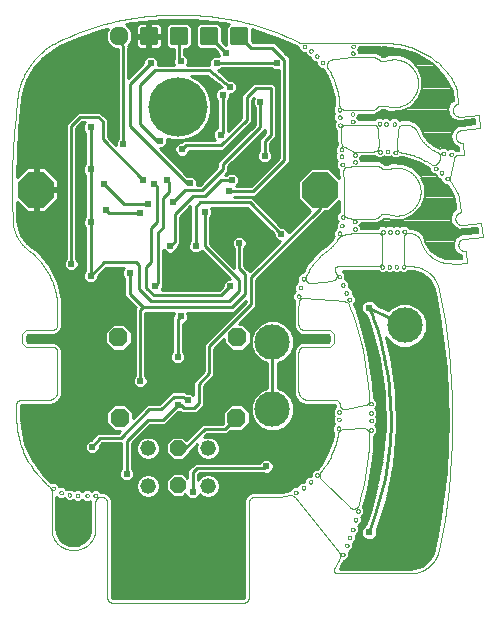
<source format=gtl>
G75*
%MOIN*%
%OFA0B0*%
%FSLAX25Y25*%
%IPPOS*%
%LPD*%
%AMOC8*
5,1,8,0,0,1.08239X$1,22.5*
%
%ADD10C,0.00197*%
%ADD11C,0.00000*%
%ADD12OC8,0.06300*%
%ADD13OC8,0.05200*%
%ADD14C,0.05200*%
%ADD15OC8,0.11811*%
%ADD16C,0.04724*%
%ADD17C,0.01181*%
%ADD18C,0.02400*%
%ADD19C,0.01000*%
%ADD20C,0.11811*%
%ADD21C,0.00700*%
%ADD22C,0.01600*%
%ADD23C,0.19748*%
D10*
X0028953Y0029365D02*
X0029740Y0029365D01*
X0029906Y0029367D01*
X0030073Y0029373D01*
X0030239Y0029383D01*
X0030405Y0029397D01*
X0030570Y0029415D01*
X0030736Y0029437D01*
X0030900Y0029463D01*
X0031064Y0029493D01*
X0031227Y0029527D01*
X0031389Y0029565D01*
X0031550Y0029607D01*
X0031710Y0029653D01*
X0031869Y0029702D01*
X0032027Y0029756D01*
X0032183Y0029813D01*
X0032338Y0029874D01*
X0032492Y0029938D01*
X0032643Y0030007D01*
X0032794Y0030079D01*
X0032942Y0030154D01*
X0033088Y0030233D01*
X0033233Y0030316D01*
X0033375Y0030402D01*
X0033516Y0030492D01*
X0033654Y0030585D01*
X0033790Y0030681D01*
X0033923Y0030780D01*
X0034054Y0030883D01*
X0034183Y0030989D01*
X0034309Y0031098D01*
X0034432Y0031210D01*
X0034553Y0031325D01*
X0034670Y0031442D01*
X0034785Y0031563D01*
X0034897Y0031686D01*
X0035006Y0031812D01*
X0035112Y0031941D01*
X0035215Y0032072D01*
X0035314Y0032205D01*
X0035410Y0032341D01*
X0035503Y0032479D01*
X0035593Y0032620D01*
X0035679Y0032762D01*
X0035762Y0032907D01*
X0035841Y0033053D01*
X0035916Y0033201D01*
X0035988Y0033352D01*
X0036057Y0033503D01*
X0036121Y0033657D01*
X0036182Y0033812D01*
X0036239Y0033968D01*
X0036293Y0034126D01*
X0036342Y0034285D01*
X0036388Y0034445D01*
X0036430Y0034606D01*
X0036468Y0034768D01*
X0036502Y0034931D01*
X0036532Y0035095D01*
X0036558Y0035259D01*
X0036580Y0035425D01*
X0036598Y0035590D01*
X0036612Y0035756D01*
X0036622Y0035922D01*
X0036628Y0036089D01*
X0036630Y0036255D01*
X0036630Y0045113D01*
X0038598Y0047082D02*
X0038684Y0047080D01*
X0038770Y0047075D01*
X0038855Y0047065D01*
X0038940Y0047052D01*
X0039024Y0047035D01*
X0039108Y0047015D01*
X0039190Y0046991D01*
X0039271Y0046963D01*
X0039352Y0046932D01*
X0039430Y0046898D01*
X0039507Y0046860D01*
X0039583Y0046818D01*
X0039656Y0046774D01*
X0039727Y0046726D01*
X0039797Y0046675D01*
X0039864Y0046621D01*
X0039928Y0046565D01*
X0039990Y0046505D01*
X0040050Y0046443D01*
X0040106Y0046379D01*
X0040160Y0046312D01*
X0040211Y0046242D01*
X0040259Y0046171D01*
X0040303Y0046098D01*
X0040345Y0046022D01*
X0040383Y0045945D01*
X0040417Y0045867D01*
X0040448Y0045786D01*
X0040476Y0045705D01*
X0040500Y0045623D01*
X0040520Y0045539D01*
X0040537Y0045455D01*
X0040550Y0045370D01*
X0040560Y0045285D01*
X0040565Y0045199D01*
X0040567Y0045113D01*
X0040567Y0013617D01*
X0040566Y0013617D02*
X0040568Y0013531D01*
X0040573Y0013445D01*
X0040583Y0013360D01*
X0040596Y0013275D01*
X0040613Y0013191D01*
X0040633Y0013107D01*
X0040657Y0013025D01*
X0040685Y0012944D01*
X0040716Y0012863D01*
X0040750Y0012785D01*
X0040788Y0012708D01*
X0040830Y0012633D01*
X0040874Y0012559D01*
X0040922Y0012488D01*
X0040973Y0012418D01*
X0041027Y0012351D01*
X0041083Y0012287D01*
X0041143Y0012225D01*
X0041205Y0012165D01*
X0041269Y0012109D01*
X0041336Y0012055D01*
X0041406Y0012004D01*
X0041477Y0011956D01*
X0041551Y0011912D01*
X0041626Y0011870D01*
X0041703Y0011832D01*
X0041781Y0011798D01*
X0041862Y0011767D01*
X0041943Y0011739D01*
X0042025Y0011715D01*
X0042109Y0011695D01*
X0042193Y0011678D01*
X0042278Y0011665D01*
X0042363Y0011655D01*
X0042449Y0011650D01*
X0042535Y0011648D01*
X0085843Y0011648D01*
X0085929Y0011650D01*
X0086015Y0011655D01*
X0086100Y0011665D01*
X0086185Y0011678D01*
X0086269Y0011695D01*
X0086353Y0011715D01*
X0086435Y0011739D01*
X0086516Y0011767D01*
X0086597Y0011798D01*
X0086675Y0011832D01*
X0086752Y0011870D01*
X0086828Y0011912D01*
X0086901Y0011956D01*
X0086972Y0012004D01*
X0087042Y0012055D01*
X0087109Y0012109D01*
X0087173Y0012165D01*
X0087235Y0012225D01*
X0087295Y0012287D01*
X0087351Y0012351D01*
X0087405Y0012418D01*
X0087456Y0012488D01*
X0087504Y0012559D01*
X0087548Y0012632D01*
X0087590Y0012708D01*
X0087628Y0012785D01*
X0087662Y0012863D01*
X0087693Y0012944D01*
X0087721Y0013025D01*
X0087745Y0013107D01*
X0087765Y0013191D01*
X0087782Y0013275D01*
X0087795Y0013360D01*
X0087805Y0013445D01*
X0087810Y0013531D01*
X0087812Y0013617D01*
X0087811Y0013617D02*
X0087811Y0045113D01*
X0087813Y0045199D01*
X0087818Y0045285D01*
X0087828Y0045370D01*
X0087841Y0045455D01*
X0087858Y0045539D01*
X0087878Y0045623D01*
X0087902Y0045705D01*
X0087930Y0045786D01*
X0087961Y0045867D01*
X0087995Y0045945D01*
X0088033Y0046022D01*
X0088075Y0046098D01*
X0088119Y0046171D01*
X0088167Y0046242D01*
X0088218Y0046312D01*
X0088272Y0046379D01*
X0088328Y0046443D01*
X0088388Y0046505D01*
X0088450Y0046565D01*
X0088514Y0046621D01*
X0088581Y0046675D01*
X0088651Y0046726D01*
X0088722Y0046774D01*
X0088796Y0046818D01*
X0088871Y0046860D01*
X0088948Y0046898D01*
X0089026Y0046932D01*
X0089107Y0046963D01*
X0089188Y0046991D01*
X0089270Y0047015D01*
X0089354Y0047035D01*
X0089438Y0047052D01*
X0089523Y0047065D01*
X0089608Y0047075D01*
X0089694Y0047080D01*
X0089780Y0047082D01*
X0089780Y0047081D02*
X0097260Y0047081D01*
X0100803Y0047475D02*
X0101156Y0047563D01*
X0101155Y0047563D02*
X0101240Y0047582D01*
X0101324Y0047598D01*
X0101410Y0047609D01*
X0101496Y0047617D01*
X0101582Y0047621D01*
X0101668Y0047622D01*
X0101754Y0047618D01*
X0101840Y0047611D01*
X0101926Y0047600D01*
X0102011Y0047585D01*
X0102095Y0047567D01*
X0102178Y0047545D01*
X0102260Y0047519D01*
X0102342Y0047490D01*
X0102421Y0047457D01*
X0102500Y0047421D01*
X0102576Y0047381D01*
X0102651Y0047338D01*
X0102724Y0047292D01*
X0102794Y0047243D01*
X0102863Y0047191D01*
X0102929Y0047135D01*
X0102993Y0047077D01*
X0103054Y0047016D01*
X0103112Y0046953D01*
X0103168Y0046887D01*
X0103167Y0046887D02*
X0117875Y0028592D01*
X0117925Y0028528D01*
X0117971Y0028462D01*
X0118014Y0028393D01*
X0118054Y0028323D01*
X0118091Y0028251D01*
X0118124Y0028177D01*
X0118154Y0028102D01*
X0118180Y0028025D01*
X0118203Y0027947D01*
X0118223Y0027869D01*
X0118238Y0027789D01*
X0118250Y0027709D01*
X0118258Y0027629D01*
X0118263Y0027548D01*
X0118264Y0027467D01*
X0118261Y0027386D01*
X0118254Y0027305D01*
X0118244Y0027225D01*
X0118230Y0027145D01*
X0118212Y0027066D01*
X0118191Y0026988D01*
X0118166Y0026911D01*
X0118138Y0026835D01*
X0117732Y0025822D01*
X0116354Y0023066D01*
X0116354Y0023065D02*
X0116323Y0023010D01*
X0116295Y0022952D01*
X0116270Y0022894D01*
X0116249Y0022833D01*
X0116232Y0022772D01*
X0116219Y0022709D01*
X0116209Y0022646D01*
X0116204Y0022583D01*
X0116202Y0022519D01*
X0116204Y0022455D01*
X0116210Y0022391D01*
X0116221Y0022328D01*
X0116235Y0022266D01*
X0116252Y0022205D01*
X0116274Y0022145D01*
X0116299Y0022086D01*
X0116328Y0022029D01*
X0116360Y0021974D01*
X0116395Y0021921D01*
X0116434Y0021870D01*
X0116476Y0021822D01*
X0116520Y0021776D01*
X0116568Y0021733D01*
X0116617Y0021693D01*
X0116670Y0021657D01*
X0116724Y0021623D01*
X0116780Y0021593D01*
X0116839Y0021567D01*
X0116898Y0021544D01*
X0116959Y0021525D01*
X0117021Y0021509D01*
X0117084Y0021498D01*
X0117147Y0021490D01*
X0117211Y0021486D01*
X0117275Y0021487D01*
X0117338Y0021491D01*
X0117339Y0021491D02*
X0141354Y0021491D01*
X0141594Y0021491D01*
X0141833Y0021496D01*
X0142072Y0021507D01*
X0142311Y0021524D01*
X0142550Y0021547D01*
X0142788Y0021575D01*
X0143025Y0021609D01*
X0143261Y0021649D01*
X0143497Y0021695D01*
X0143731Y0021746D01*
X0143963Y0021803D01*
X0144195Y0021866D01*
X0144424Y0021934D01*
X0144652Y0022007D01*
X0144879Y0022086D01*
X0145103Y0022171D01*
X0145325Y0022261D01*
X0145545Y0022356D01*
X0145762Y0022457D01*
X0145977Y0022563D01*
X0146190Y0022674D01*
X0146399Y0022790D01*
X0146606Y0022911D01*
X0146810Y0023037D01*
X0147010Y0023168D01*
X0147208Y0023303D01*
X0147402Y0023444D01*
X0147593Y0023589D01*
X0147780Y0023739D01*
X0147963Y0023893D01*
X0148143Y0024051D01*
X0148319Y0024214D01*
X0148490Y0024381D01*
X0148658Y0024552D01*
X0148822Y0024728D01*
X0148981Y0024907D01*
X0149136Y0025090D01*
X0149286Y0025276D01*
X0149432Y0025466D01*
X0149573Y0025660D01*
X0149710Y0025857D01*
X0149842Y0026057D01*
X0149968Y0026260D01*
X0150090Y0026466D01*
X0150207Y0026676D01*
X0150319Y0026888D01*
X0150426Y0027102D01*
X0150527Y0027319D01*
X0150623Y0027539D01*
X0150714Y0027760D01*
X0150799Y0027984D01*
X0150879Y0028210D01*
X0150954Y0028438D01*
X0151023Y0028667D01*
X0151086Y0028898D01*
X0151144Y0029131D01*
X0151196Y0029365D01*
X0124425Y0044326D02*
X0124401Y0044249D01*
X0124374Y0044173D01*
X0124343Y0044099D01*
X0124308Y0044026D01*
X0124270Y0043955D01*
X0124229Y0043886D01*
X0124185Y0043819D01*
X0124138Y0043754D01*
X0124087Y0043691D01*
X0124034Y0043631D01*
X0123978Y0043573D01*
X0123919Y0043518D01*
X0123858Y0043466D01*
X0123795Y0043417D01*
X0123729Y0043370D01*
X0123661Y0043327D01*
X0123591Y0043287D01*
X0123519Y0043251D01*
X0123446Y0043218D01*
X0123371Y0043188D01*
X0123295Y0043162D01*
X0123218Y0043139D01*
X0123140Y0043120D01*
X0123061Y0043105D01*
X0122981Y0043093D01*
X0122901Y0043086D01*
X0122821Y0043082D01*
X0122741Y0043081D01*
X0122660Y0043085D01*
X0122580Y0043092D01*
X0122501Y0043103D01*
X0122421Y0043118D01*
X0122343Y0043136D01*
X0122266Y0043158D01*
X0122190Y0043184D01*
X0122115Y0043213D01*
X0122041Y0043246D01*
X0121969Y0043282D01*
X0121899Y0043321D01*
X0121831Y0043364D01*
X0121765Y0043410D01*
X0121701Y0043459D01*
X0121639Y0043510D01*
X0121580Y0043565D01*
X0112015Y0052840D01*
X0111952Y0052893D01*
X0111892Y0052949D01*
X0111835Y0053009D01*
X0111780Y0053070D01*
X0111728Y0053135D01*
X0111680Y0053201D01*
X0111635Y0053270D01*
X0111593Y0053341D01*
X0111554Y0053414D01*
X0111519Y0053488D01*
X0111488Y0053565D01*
X0111460Y0053642D01*
X0111436Y0053721D01*
X0111416Y0053801D01*
X0111399Y0053881D01*
X0111387Y0053963D01*
X0111378Y0054045D01*
X0111373Y0054127D01*
X0111372Y0054209D01*
X0111375Y0054292D01*
X0111382Y0054374D01*
X0111393Y0054455D01*
X0111407Y0054537D01*
X0111426Y0054617D01*
X0111448Y0054696D01*
X0111474Y0054774D01*
X0111504Y0054851D01*
X0111537Y0054927D01*
X0111574Y0055000D01*
X0111614Y0055072D01*
X0111658Y0055142D01*
X0111705Y0055210D01*
X0111827Y0055349D01*
X0117535Y0067948D02*
X0117623Y0068299D01*
X0117645Y0068376D01*
X0117669Y0068452D01*
X0117698Y0068527D01*
X0117730Y0068601D01*
X0117766Y0068673D01*
X0117804Y0068743D01*
X0117847Y0068811D01*
X0117892Y0068877D01*
X0117941Y0068941D01*
X0117992Y0069002D01*
X0118046Y0069061D01*
X0118104Y0069117D01*
X0118163Y0069171D01*
X0118225Y0069221D01*
X0118290Y0069269D01*
X0118357Y0069313D01*
X0118425Y0069354D01*
X0118496Y0069392D01*
X0118568Y0069426D01*
X0118642Y0069457D01*
X0118718Y0069485D01*
X0118794Y0069509D01*
X0118872Y0069529D01*
X0118950Y0069545D01*
X0119029Y0069558D01*
X0119109Y0069567D01*
X0119189Y0069572D01*
X0126395Y0069855D01*
X0126476Y0069847D01*
X0126556Y0069835D01*
X0126636Y0069819D01*
X0126715Y0069800D01*
X0126793Y0069777D01*
X0126869Y0069750D01*
X0126945Y0069719D01*
X0127018Y0069685D01*
X0127090Y0069648D01*
X0127161Y0069607D01*
X0127229Y0069563D01*
X0127295Y0069516D01*
X0127359Y0069465D01*
X0127420Y0069412D01*
X0127479Y0069356D01*
X0127535Y0069297D01*
X0127588Y0069236D01*
X0127638Y0069172D01*
X0127685Y0069106D01*
X0127729Y0069038D01*
X0127770Y0068967D01*
X0127807Y0068895D01*
X0127841Y0068821D01*
X0127871Y0068746D01*
X0127898Y0068669D01*
X0127921Y0068591D01*
X0127940Y0068512D01*
X0127956Y0068433D01*
X0127967Y0068352D01*
X0127975Y0068272D01*
X0127979Y0068190D01*
X0127980Y0068109D01*
X0127976Y0068028D01*
X0127969Y0067947D01*
X0126626Y0077521D02*
X0120056Y0076208D01*
X0120057Y0076207D02*
X0119978Y0076194D01*
X0119900Y0076184D01*
X0119821Y0076178D01*
X0119742Y0076176D01*
X0119662Y0076178D01*
X0119583Y0076184D01*
X0119505Y0076193D01*
X0119426Y0076207D01*
X0119349Y0076224D01*
X0119273Y0076245D01*
X0119197Y0076270D01*
X0119123Y0076298D01*
X0119051Y0076330D01*
X0118980Y0076366D01*
X0118911Y0076405D01*
X0118844Y0076447D01*
X0118779Y0076493D01*
X0118717Y0076542D01*
X0118657Y0076594D01*
X0118599Y0076648D01*
X0118545Y0076706D01*
X0118493Y0076766D01*
X0118444Y0076828D01*
X0118398Y0076893D01*
X0118356Y0076960D01*
X0118317Y0077029D01*
X0118281Y0077100D01*
X0118249Y0077172D01*
X0118220Y0077246D01*
X0118196Y0077321D01*
X0118174Y0077398D01*
X0118157Y0077475D01*
X0118143Y0077553D01*
X0118134Y0077632D01*
X0118128Y0077711D01*
X0118126Y0077790D01*
X0118123Y0077869D01*
X0118116Y0077947D01*
X0118105Y0078025D01*
X0118090Y0078102D01*
X0118072Y0078178D01*
X0118050Y0078253D01*
X0118024Y0078327D01*
X0117995Y0078400D01*
X0117962Y0078471D01*
X0117926Y0078541D01*
X0117886Y0078609D01*
X0117843Y0078674D01*
X0117797Y0078738D01*
X0117748Y0078799D01*
X0117695Y0078858D01*
X0117640Y0078914D01*
X0117583Y0078967D01*
X0117523Y0079017D01*
X0117460Y0079065D01*
X0117395Y0079109D01*
X0117328Y0079150D01*
X0117259Y0079187D01*
X0117189Y0079222D01*
X0117116Y0079252D01*
X0117043Y0079280D01*
X0116968Y0079303D01*
X0116892Y0079323D01*
X0116815Y0079339D01*
X0116738Y0079351D01*
X0116660Y0079359D01*
X0116581Y0079364D01*
X0116503Y0079365D01*
X0107567Y0079365D01*
X0107459Y0079360D01*
X0107351Y0079359D01*
X0107243Y0079362D01*
X0107135Y0079368D01*
X0107027Y0079378D01*
X0106920Y0079393D01*
X0106813Y0079411D01*
X0106707Y0079432D01*
X0106602Y0079458D01*
X0106498Y0079487D01*
X0106395Y0079520D01*
X0106293Y0079557D01*
X0106193Y0079597D01*
X0106094Y0079641D01*
X0105996Y0079688D01*
X0105901Y0079739D01*
X0105807Y0079793D01*
X0105716Y0079851D01*
X0105626Y0079911D01*
X0105539Y0079975D01*
X0105454Y0080042D01*
X0105371Y0080112D01*
X0105291Y0080185D01*
X0105214Y0080260D01*
X0105139Y0080339D01*
X0105067Y0080419D01*
X0104999Y0080503D01*
X0104933Y0080589D01*
X0104870Y0080677D01*
X0104811Y0080767D01*
X0104754Y0080860D01*
X0104701Y0080954D01*
X0104652Y0081050D01*
X0104606Y0081148D01*
X0104563Y0081247D01*
X0104524Y0081348D01*
X0104489Y0081451D01*
X0104457Y0081554D01*
X0104429Y0081658D01*
X0104405Y0081764D01*
X0104385Y0081870D01*
X0104368Y0081977D01*
X0104355Y0082084D01*
X0104346Y0082192D01*
X0104346Y0095113D01*
X0104348Y0095199D01*
X0104353Y0095285D01*
X0104363Y0095370D01*
X0104376Y0095455D01*
X0104393Y0095539D01*
X0104413Y0095623D01*
X0104437Y0095705D01*
X0104465Y0095786D01*
X0104496Y0095867D01*
X0104530Y0095945D01*
X0104568Y0096022D01*
X0104610Y0096098D01*
X0104654Y0096171D01*
X0104702Y0096242D01*
X0104753Y0096312D01*
X0104807Y0096379D01*
X0104863Y0096443D01*
X0104923Y0096505D01*
X0104985Y0096565D01*
X0105049Y0096621D01*
X0105116Y0096675D01*
X0105186Y0096726D01*
X0105257Y0096774D01*
X0105331Y0096818D01*
X0105406Y0096860D01*
X0105483Y0096898D01*
X0105561Y0096932D01*
X0105642Y0096963D01*
X0105723Y0096991D01*
X0105805Y0097015D01*
X0105889Y0097035D01*
X0105973Y0097052D01*
X0106058Y0097065D01*
X0106143Y0097075D01*
X0106229Y0097080D01*
X0106315Y0097082D01*
X0106315Y0097081D02*
X0114976Y0097081D01*
X0116157Y0098262D01*
X0116157Y0101412D01*
X0114976Y0102593D01*
X0106315Y0102593D01*
X0106229Y0102595D01*
X0106143Y0102600D01*
X0106058Y0102610D01*
X0105973Y0102623D01*
X0105889Y0102640D01*
X0105805Y0102660D01*
X0105723Y0102684D01*
X0105642Y0102712D01*
X0105561Y0102743D01*
X0105483Y0102777D01*
X0105406Y0102815D01*
X0105331Y0102857D01*
X0105257Y0102901D01*
X0105186Y0102949D01*
X0105116Y0103000D01*
X0105049Y0103054D01*
X0104985Y0103110D01*
X0104923Y0103170D01*
X0104863Y0103232D01*
X0104807Y0103296D01*
X0104753Y0103363D01*
X0104702Y0103433D01*
X0104654Y0103504D01*
X0104610Y0103578D01*
X0104568Y0103653D01*
X0104530Y0103730D01*
X0104496Y0103808D01*
X0104465Y0103889D01*
X0104437Y0103970D01*
X0104413Y0104052D01*
X0104393Y0104136D01*
X0104376Y0104220D01*
X0104363Y0104305D01*
X0104353Y0104390D01*
X0104348Y0104476D01*
X0104346Y0104562D01*
X0104346Y0109680D01*
X0104543Y0112042D02*
X0104554Y0112120D01*
X0104570Y0112197D01*
X0104589Y0112274D01*
X0104611Y0112349D01*
X0104638Y0112423D01*
X0104668Y0112496D01*
X0104701Y0112567D01*
X0104738Y0112637D01*
X0104778Y0112704D01*
X0104821Y0112770D01*
X0104868Y0112834D01*
X0104917Y0112895D01*
X0104969Y0112954D01*
X0105024Y0113010D01*
X0105082Y0113063D01*
X0105142Y0113114D01*
X0105205Y0113161D01*
X0105270Y0113206D01*
X0105337Y0113247D01*
X0105405Y0113285D01*
X0105476Y0113320D01*
X0105548Y0113352D01*
X0105622Y0113379D01*
X0105697Y0113404D01*
X0105773Y0113424D01*
X0105849Y0113441D01*
X0105927Y0113454D01*
X0106005Y0113464D01*
X0106084Y0113469D01*
X0106162Y0113471D01*
X0106241Y0113469D01*
X0106319Y0113463D01*
X0106320Y0113463D02*
X0119864Y0112141D01*
X0119863Y0112141D02*
X0119943Y0112131D01*
X0120021Y0112118D01*
X0120100Y0112101D01*
X0120177Y0112080D01*
X0120253Y0112056D01*
X0120328Y0112028D01*
X0120401Y0111996D01*
X0120473Y0111961D01*
X0120543Y0111923D01*
X0120611Y0111881D01*
X0120677Y0111836D01*
X0120741Y0111788D01*
X0120803Y0111737D01*
X0120862Y0111683D01*
X0120918Y0111627D01*
X0120972Y0111567D01*
X0121023Y0111506D01*
X0121071Y0111442D01*
X0121116Y0111376D01*
X0121157Y0111307D01*
X0121195Y0111237D01*
X0121230Y0111165D01*
X0121262Y0111092D01*
X0121669Y0110073D01*
X0104544Y0112042D02*
X0104501Y0111808D01*
X0104463Y0111574D01*
X0104430Y0111339D01*
X0104402Y0111103D01*
X0104380Y0110866D01*
X0104363Y0110629D01*
X0104351Y0110392D01*
X0104345Y0110155D01*
X0104343Y0109917D01*
X0104347Y0109680D01*
X0108874Y0118193D02*
X0115559Y0119131D01*
X0115559Y0119132D02*
X0115638Y0119140D01*
X0115718Y0119152D01*
X0115796Y0119168D01*
X0115874Y0119188D01*
X0115950Y0119212D01*
X0116026Y0119239D01*
X0116100Y0119269D01*
X0116172Y0119304D01*
X0116243Y0119341D01*
X0116312Y0119382D01*
X0116378Y0119426D01*
X0116443Y0119474D01*
X0116505Y0119524D01*
X0116565Y0119577D01*
X0116622Y0119634D01*
X0116677Y0119692D01*
X0116728Y0119754D01*
X0116777Y0119817D01*
X0116822Y0119883D01*
X0116864Y0119952D01*
X0116903Y0120022D01*
X0116939Y0120093D01*
X0116971Y0120167D01*
X0116999Y0120242D01*
X0117024Y0120318D01*
X0117046Y0120395D01*
X0117063Y0120473D01*
X0117077Y0120552D01*
X0117087Y0120632D01*
X0117093Y0120712D01*
X0117095Y0120792D01*
X0117093Y0120872D01*
X0117088Y0120952D01*
X0117079Y0121031D01*
X0117066Y0121110D01*
X0117049Y0121189D01*
X0117028Y0121266D01*
X0117004Y0121342D01*
X0116976Y0121418D01*
X0116945Y0121491D01*
X0116551Y0122278D01*
X0116521Y0122334D01*
X0116495Y0122391D01*
X0116472Y0122450D01*
X0116453Y0122510D01*
X0116437Y0122571D01*
X0116425Y0122633D01*
X0116417Y0122695D01*
X0116412Y0122758D01*
X0116411Y0122821D01*
X0116414Y0122884D01*
X0116421Y0122947D01*
X0116431Y0123009D01*
X0116445Y0123070D01*
X0116463Y0123131D01*
X0116484Y0123190D01*
X0116509Y0123248D01*
X0116537Y0123305D01*
X0116569Y0123359D01*
X0116603Y0123412D01*
X0116641Y0123462D01*
X0116682Y0123511D01*
X0116725Y0123556D01*
X0116772Y0123599D01*
X0116820Y0123639D01*
X0116871Y0123676D01*
X0116924Y0123710D01*
X0116979Y0123741D01*
X0117036Y0123769D01*
X0117094Y0123793D01*
X0117154Y0123813D01*
X0117215Y0123830D01*
X0117276Y0123843D01*
X0117338Y0123853D01*
X0117339Y0123853D02*
X0130724Y0123853D01*
X0130801Y0123855D01*
X0130878Y0123861D01*
X0130955Y0123870D01*
X0131031Y0123883D01*
X0131107Y0123900D01*
X0131181Y0123921D01*
X0131255Y0123945D01*
X0131327Y0123973D01*
X0131397Y0124004D01*
X0131466Y0124039D01*
X0131534Y0124077D01*
X0131599Y0124118D01*
X0131662Y0124163D01*
X0131723Y0124211D01*
X0131782Y0124261D01*
X0131838Y0124314D01*
X0131891Y0124370D01*
X0131941Y0124429D01*
X0131989Y0124490D01*
X0132034Y0124553D01*
X0132075Y0124618D01*
X0132113Y0124686D01*
X0132148Y0124755D01*
X0132179Y0124825D01*
X0132207Y0124897D01*
X0132231Y0124971D01*
X0132252Y0125045D01*
X0132269Y0125121D01*
X0132282Y0125197D01*
X0132291Y0125274D01*
X0132297Y0125351D01*
X0132299Y0125428D01*
X0132299Y0133400D01*
X0132297Y0133477D01*
X0132291Y0133554D01*
X0132282Y0133631D01*
X0132269Y0133707D01*
X0132252Y0133783D01*
X0132231Y0133857D01*
X0132207Y0133931D01*
X0132179Y0134003D01*
X0132148Y0134073D01*
X0132113Y0134142D01*
X0132075Y0134210D01*
X0132034Y0134275D01*
X0131989Y0134338D01*
X0131941Y0134399D01*
X0131891Y0134458D01*
X0131838Y0134514D01*
X0131782Y0134567D01*
X0131723Y0134617D01*
X0131662Y0134665D01*
X0131599Y0134710D01*
X0131534Y0134751D01*
X0131466Y0134789D01*
X0131397Y0134824D01*
X0131327Y0134855D01*
X0131255Y0134883D01*
X0131181Y0134907D01*
X0131107Y0134928D01*
X0131031Y0134945D01*
X0130955Y0134958D01*
X0130878Y0134967D01*
X0130801Y0134973D01*
X0130724Y0134975D01*
X0123047Y0134975D01*
X0122779Y0134926D02*
X0118800Y0134143D01*
X0117637Y0133308D02*
X0117240Y0132613D01*
X0117637Y0133307D02*
X0117679Y0133378D01*
X0117725Y0133446D01*
X0117774Y0133512D01*
X0117826Y0133575D01*
X0117881Y0133636D01*
X0117938Y0133694D01*
X0117999Y0133750D01*
X0118062Y0133802D01*
X0118127Y0133852D01*
X0118195Y0133898D01*
X0118265Y0133941D01*
X0118337Y0133980D01*
X0118410Y0134016D01*
X0118486Y0134049D01*
X0118562Y0134078D01*
X0118640Y0134103D01*
X0118719Y0134125D01*
X0118799Y0134143D01*
X0122779Y0134926D02*
X0122845Y0134943D01*
X0122912Y0134957D01*
X0122979Y0134968D01*
X0123047Y0134975D01*
X0123082Y0139680D02*
X0129228Y0139680D01*
X0131984Y0141255D02*
X0134346Y0141255D01*
X0131984Y0141255D02*
X0131922Y0141159D01*
X0131856Y0141066D01*
X0131788Y0140975D01*
X0131716Y0140886D01*
X0131642Y0140800D01*
X0131564Y0140716D01*
X0131484Y0140635D01*
X0131401Y0140557D01*
X0131316Y0140482D01*
X0131228Y0140409D01*
X0131137Y0140340D01*
X0131045Y0140274D01*
X0130950Y0140211D01*
X0130853Y0140151D01*
X0130754Y0140094D01*
X0130653Y0140041D01*
X0130550Y0139991D01*
X0130446Y0139945D01*
X0130341Y0139903D01*
X0130234Y0139863D01*
X0130125Y0139828D01*
X0130016Y0139796D01*
X0129905Y0139768D01*
X0129794Y0139744D01*
X0129682Y0139724D01*
X0129569Y0139707D01*
X0129456Y0139694D01*
X0129342Y0139685D01*
X0129228Y0139680D01*
X0123082Y0139680D02*
X0123006Y0139682D01*
X0122930Y0139687D01*
X0122855Y0139697D01*
X0122780Y0139709D01*
X0122779Y0139709D02*
X0120759Y0140104D01*
X0120759Y0140105D02*
X0120680Y0140122D01*
X0120602Y0140143D01*
X0120524Y0140168D01*
X0120449Y0140197D01*
X0120374Y0140229D01*
X0120301Y0140265D01*
X0120231Y0140304D01*
X0120162Y0140346D01*
X0120095Y0140392D01*
X0120030Y0140441D01*
X0119968Y0140493D01*
X0119908Y0140548D01*
X0119851Y0140606D01*
X0119797Y0140666D01*
X0119746Y0140729D01*
X0119698Y0140794D01*
X0119653Y0140862D01*
X0119611Y0140931D01*
X0119573Y0141002D01*
X0119538Y0141076D01*
X0119507Y0141150D01*
X0119479Y0141227D01*
X0119455Y0141304D01*
X0119435Y0141383D01*
X0119419Y0141462D01*
X0119406Y0141542D01*
X0119397Y0141623D01*
X0119392Y0141703D01*
X0119391Y0141784D01*
X0119394Y0141865D01*
X0119394Y0141866D02*
X0119406Y0142062D01*
X0119504Y0144719D01*
X0119239Y0155245D02*
X0119235Y0155327D01*
X0119234Y0155408D01*
X0119237Y0155490D01*
X0119244Y0155571D01*
X0119255Y0155652D01*
X0119269Y0155732D01*
X0119287Y0155812D01*
X0119309Y0155891D01*
X0119334Y0155968D01*
X0119363Y0156045D01*
X0119395Y0156120D01*
X0119431Y0156193D01*
X0119470Y0156265D01*
X0119512Y0156334D01*
X0119558Y0156402D01*
X0119606Y0156468D01*
X0119658Y0156531D01*
X0119712Y0156592D01*
X0119769Y0156650D01*
X0119829Y0156706D01*
X0119891Y0156759D01*
X0119956Y0156808D01*
X0120023Y0156855D01*
X0120092Y0156899D01*
X0120163Y0156939D01*
X0120235Y0156977D01*
X0120310Y0157010D01*
X0120385Y0157041D01*
X0120462Y0157068D01*
X0120541Y0157091D01*
X0120620Y0157110D01*
X0120700Y0157126D01*
X0120781Y0157139D01*
X0120781Y0157138D02*
X0122949Y0157416D01*
X0130016Y0157396D01*
X0132378Y0156215D02*
X0134346Y0156215D01*
X0132378Y0156216D02*
X0132318Y0156298D01*
X0132254Y0156378D01*
X0132188Y0156455D01*
X0132119Y0156530D01*
X0132048Y0156602D01*
X0131973Y0156672D01*
X0131897Y0156739D01*
X0131818Y0156804D01*
X0131736Y0156865D01*
X0131653Y0156923D01*
X0131567Y0156978D01*
X0131480Y0157030D01*
X0131390Y0157079D01*
X0131299Y0157125D01*
X0131206Y0157167D01*
X0131112Y0157206D01*
X0131017Y0157241D01*
X0130920Y0157273D01*
X0130822Y0157301D01*
X0130723Y0157326D01*
X0130623Y0157347D01*
X0130523Y0157365D01*
X0130422Y0157379D01*
X0130321Y0157389D01*
X0130219Y0157395D01*
X0130117Y0157398D01*
X0130015Y0157397D01*
X0129473Y0162140D02*
X0122949Y0162140D01*
X0119759Y0163550D01*
X0119682Y0163587D01*
X0119607Y0163626D01*
X0119533Y0163669D01*
X0119462Y0163716D01*
X0119392Y0163765D01*
X0119326Y0163818D01*
X0119261Y0163874D01*
X0119199Y0163933D01*
X0119140Y0163994D01*
X0119084Y0164058D01*
X0119030Y0164125D01*
X0118980Y0164193D01*
X0118933Y0164265D01*
X0118890Y0164338D01*
X0118849Y0164413D01*
X0118812Y0164490D01*
X0118779Y0164568D01*
X0118749Y0164648D01*
X0118723Y0164729D01*
X0118701Y0164812D01*
X0118683Y0164895D01*
X0118668Y0164979D01*
X0118657Y0165063D01*
X0118650Y0165148D01*
X0118618Y0165684D01*
X0118520Y0167751D01*
X0118428Y0169304D01*
X0118429Y0169305D02*
X0118426Y0169386D01*
X0118427Y0169467D01*
X0118432Y0169548D01*
X0118441Y0169628D01*
X0118454Y0169709D01*
X0118470Y0169788D01*
X0118490Y0169867D01*
X0118514Y0169944D01*
X0118542Y0170020D01*
X0118573Y0170095D01*
X0118608Y0170168D01*
X0118647Y0170240D01*
X0118688Y0170309D01*
X0118733Y0170377D01*
X0118782Y0170442D01*
X0118833Y0170505D01*
X0118887Y0170565D01*
X0118944Y0170623D01*
X0119004Y0170678D01*
X0119066Y0170730D01*
X0119131Y0170779D01*
X0119198Y0170825D01*
X0119267Y0170867D01*
X0119338Y0170906D01*
X0119411Y0170942D01*
X0119486Y0170974D01*
X0119562Y0171003D01*
X0119639Y0171027D01*
X0119717Y0171049D01*
X0119796Y0171066D01*
X0119876Y0171080D01*
X0119957Y0171089D01*
X0120038Y0171095D01*
X0120119Y0171097D01*
X0129217Y0171097D01*
X0129295Y0171095D01*
X0129372Y0171089D01*
X0129449Y0171080D01*
X0129525Y0171067D01*
X0129601Y0171049D01*
X0129676Y0171029D01*
X0129749Y0171004D01*
X0129822Y0170976D01*
X0129892Y0170945D01*
X0129962Y0170910D01*
X0130029Y0170871D01*
X0130095Y0170830D01*
X0130158Y0170785D01*
X0130219Y0170737D01*
X0130278Y0170686D01*
X0130334Y0170633D01*
X0130387Y0170576D01*
X0130437Y0170518D01*
X0130485Y0170456D01*
X0130529Y0170393D01*
X0130571Y0170327D01*
X0130609Y0170259D01*
X0130643Y0170190D01*
X0130674Y0170119D01*
X0130702Y0170046D01*
X0130726Y0169973D01*
X0130746Y0169898D01*
X0130763Y0169822D01*
X0130776Y0169746D01*
X0130785Y0169669D01*
X0130790Y0169591D01*
X0130791Y0169592D02*
X0131046Y0163784D01*
X0131048Y0163707D01*
X0131046Y0163630D01*
X0131040Y0163553D01*
X0131030Y0163477D01*
X0131016Y0163401D01*
X0130999Y0163326D01*
X0130978Y0163252D01*
X0130954Y0163179D01*
X0130926Y0163107D01*
X0130894Y0163036D01*
X0130859Y0162968D01*
X0130821Y0162901D01*
X0130780Y0162836D01*
X0130735Y0162773D01*
X0130688Y0162712D01*
X0130637Y0162654D01*
X0130584Y0162598D01*
X0130528Y0162545D01*
X0130469Y0162495D01*
X0130409Y0162448D01*
X0130346Y0162404D01*
X0130280Y0162363D01*
X0130213Y0162325D01*
X0130144Y0162290D01*
X0130074Y0162259D01*
X0130002Y0162231D01*
X0129929Y0162207D01*
X0129854Y0162187D01*
X0129779Y0162170D01*
X0129703Y0162157D01*
X0129627Y0162148D01*
X0129550Y0162142D01*
X0129473Y0162140D01*
X0149622Y0192751D02*
X0149022Y0193181D01*
X0148412Y0193598D01*
X0147792Y0194001D01*
X0147163Y0194390D01*
X0146526Y0194763D01*
X0145880Y0195122D01*
X0145226Y0195466D01*
X0144564Y0195795D01*
X0143895Y0196108D01*
X0143218Y0196406D01*
X0142535Y0196688D01*
X0133480Y0192357D02*
X0131512Y0192357D01*
X0129150Y0193538D02*
X0122063Y0193538D01*
X0116480Y0192980D01*
X0115845Y0192861D02*
X0115194Y0192680D01*
X0115194Y0192679D02*
X0115112Y0192655D01*
X0115032Y0192626D01*
X0114953Y0192594D01*
X0114876Y0192558D01*
X0114800Y0192519D01*
X0114726Y0192477D01*
X0114654Y0192431D01*
X0114585Y0192381D01*
X0114517Y0192329D01*
X0114452Y0192274D01*
X0114390Y0192215D01*
X0114331Y0192154D01*
X0114274Y0192090D01*
X0114221Y0192024D01*
X0114170Y0191955D01*
X0114123Y0191884D01*
X0114079Y0191811D01*
X0114038Y0191736D01*
X0114001Y0191660D01*
X0113967Y0191581D01*
X0113938Y0191501D01*
X0113911Y0191420D01*
X0113889Y0191338D01*
X0113870Y0191255D01*
X0113855Y0191171D01*
X0113844Y0191086D01*
X0113837Y0191001D01*
X0113834Y0190916D01*
X0113835Y0190831D01*
X0113840Y0190746D01*
X0113848Y0190661D01*
X0113861Y0190577D01*
X0113877Y0190493D01*
X0113897Y0190410D01*
X0113921Y0190328D01*
X0113949Y0190248D01*
X0113980Y0190168D01*
X0114015Y0190090D01*
X0114053Y0190014D01*
X0114095Y0189940D01*
X0114141Y0189868D01*
X0114189Y0189798D01*
X0115845Y0192860D02*
X0115949Y0192887D01*
X0116055Y0192912D01*
X0116160Y0192933D01*
X0116267Y0192952D01*
X0116374Y0192967D01*
X0116481Y0192979D01*
X0122063Y0198262D02*
X0105596Y0198262D01*
X0105597Y0198262D02*
X0105502Y0198266D01*
X0105407Y0198274D01*
X0105313Y0198285D01*
X0105219Y0198301D01*
X0105127Y0198320D01*
X0105034Y0198343D01*
X0104943Y0198369D01*
X0104854Y0198400D01*
X0104765Y0198434D01*
X0104678Y0198471D01*
X0104592Y0198512D01*
X0104509Y0198557D01*
X0104427Y0198605D01*
X0104347Y0198656D01*
X0122063Y0198262D02*
X0132299Y0198262D01*
X0129149Y0193539D02*
X0129251Y0193540D01*
X0129353Y0193537D01*
X0129455Y0193531D01*
X0129556Y0193521D01*
X0129657Y0193507D01*
X0129757Y0193489D01*
X0129857Y0193468D01*
X0129956Y0193443D01*
X0130054Y0193415D01*
X0130151Y0193383D01*
X0130246Y0193348D01*
X0130340Y0193309D01*
X0130433Y0193267D01*
X0130524Y0193221D01*
X0130614Y0193172D01*
X0130701Y0193120D01*
X0130787Y0193065D01*
X0130870Y0193007D01*
X0130952Y0192946D01*
X0131031Y0192881D01*
X0131107Y0192814D01*
X0131182Y0192744D01*
X0131253Y0192672D01*
X0131322Y0192597D01*
X0131388Y0192520D01*
X0131452Y0192440D01*
X0131512Y0192358D01*
X0133480Y0192357D02*
X0133664Y0192423D01*
X0133850Y0192484D01*
X0134037Y0192540D01*
X0134225Y0192591D01*
X0134415Y0192638D01*
X0134606Y0192681D01*
X0134797Y0192718D01*
X0134990Y0192751D01*
X0135183Y0192779D01*
X0135377Y0192803D01*
X0135572Y0192821D01*
X0135767Y0192835D01*
X0135962Y0192844D01*
X0136157Y0192849D01*
X0136352Y0192848D01*
X0136548Y0192843D01*
X0136743Y0192833D01*
X0136938Y0192818D01*
X0137132Y0192798D01*
X0137326Y0192774D01*
X0137519Y0192745D01*
X0137712Y0192711D01*
X0137903Y0192673D01*
X0138094Y0192630D01*
X0138283Y0192582D01*
X0138471Y0192529D01*
X0138658Y0192472D01*
X0138843Y0192411D01*
X0139027Y0192344D01*
X0139209Y0192274D01*
X0139390Y0192199D01*
X0139568Y0192119D01*
X0139745Y0192035D01*
X0139919Y0191947D01*
X0140091Y0191855D01*
X0140261Y0191758D01*
X0140428Y0191658D01*
X0140593Y0191553D01*
X0140756Y0191444D01*
X0140915Y0191331D01*
X0141072Y0191215D01*
X0141226Y0191094D01*
X0141377Y0190970D01*
X0141524Y0190842D01*
X0141669Y0190711D01*
X0141810Y0190576D01*
X0141948Y0190438D01*
X0142083Y0190296D01*
X0142214Y0190151D01*
X0142341Y0190003D01*
X0142465Y0189852D01*
X0142585Y0189698D01*
X0142701Y0189541D01*
X0142814Y0189381D01*
X0142922Y0189219D01*
X0143026Y0189053D01*
X0143127Y0188886D01*
X0143223Y0188716D01*
X0143315Y0188543D01*
X0143403Y0188369D01*
X0143486Y0188192D01*
X0143565Y0188013D01*
X0143640Y0187833D01*
X0143710Y0187651D01*
X0143776Y0187467D01*
X0143837Y0187281D01*
X0143893Y0187094D01*
X0143946Y0186906D01*
X0143993Y0186716D01*
X0144036Y0186526D01*
X0144074Y0186334D01*
X0144107Y0186142D01*
X0144136Y0185948D01*
X0144160Y0185754D01*
X0144179Y0185560D01*
X0144193Y0185365D01*
X0144203Y0185170D01*
X0144207Y0184975D01*
X0144207Y0184779D01*
X0144203Y0184584D01*
X0144193Y0184389D01*
X0144179Y0184194D01*
X0144160Y0184000D01*
X0144136Y0183806D01*
X0144107Y0183612D01*
X0144074Y0183420D01*
X0144036Y0183228D01*
X0143993Y0183038D01*
X0143946Y0182848D01*
X0143893Y0182660D01*
X0143837Y0182473D01*
X0143776Y0182287D01*
X0143710Y0182103D01*
X0143640Y0181921D01*
X0143565Y0181741D01*
X0143486Y0181562D01*
X0143403Y0181385D01*
X0143315Y0181211D01*
X0143223Y0181038D01*
X0143127Y0180868D01*
X0143026Y0180701D01*
X0142922Y0180535D01*
X0142814Y0180373D01*
X0142701Y0180213D01*
X0142585Y0180056D01*
X0142465Y0179902D01*
X0142341Y0179751D01*
X0142214Y0179603D01*
X0142083Y0179458D01*
X0141948Y0179316D01*
X0141810Y0179178D01*
X0141669Y0179043D01*
X0141524Y0178912D01*
X0141377Y0178784D01*
X0141226Y0178660D01*
X0141072Y0178539D01*
X0140915Y0178423D01*
X0140756Y0178310D01*
X0140593Y0178201D01*
X0140428Y0178096D01*
X0140261Y0177996D01*
X0140091Y0177899D01*
X0139919Y0177807D01*
X0139745Y0177719D01*
X0139568Y0177635D01*
X0139390Y0177555D01*
X0139209Y0177480D01*
X0139027Y0177410D01*
X0138843Y0177343D01*
X0138658Y0177282D01*
X0138471Y0177225D01*
X0138283Y0177172D01*
X0138094Y0177124D01*
X0137903Y0177081D01*
X0137712Y0177043D01*
X0137519Y0177009D01*
X0137326Y0176980D01*
X0137132Y0176956D01*
X0136938Y0176936D01*
X0136743Y0176921D01*
X0136548Y0176911D01*
X0136352Y0176906D01*
X0136157Y0176905D01*
X0135962Y0176910D01*
X0135767Y0176919D01*
X0135572Y0176933D01*
X0135377Y0176951D01*
X0135183Y0176975D01*
X0134990Y0177003D01*
X0134797Y0177036D01*
X0134606Y0177073D01*
X0134415Y0177116D01*
X0134225Y0177163D01*
X0134037Y0177214D01*
X0133850Y0177270D01*
X0133664Y0177331D01*
X0133480Y0177397D01*
X0133480Y0177396D02*
X0131118Y0177396D01*
X0128362Y0175822D02*
X0122142Y0175822D01*
X0121985Y0175829D02*
X0119480Y0176080D01*
X0119480Y0176079D02*
X0119399Y0176089D01*
X0119318Y0176103D01*
X0119238Y0176121D01*
X0119160Y0176143D01*
X0119082Y0176169D01*
X0119006Y0176198D01*
X0118931Y0176231D01*
X0118858Y0176268D01*
X0118787Y0176308D01*
X0118717Y0176351D01*
X0118650Y0176398D01*
X0118586Y0176448D01*
X0118524Y0176501D01*
X0118464Y0176557D01*
X0118408Y0176616D01*
X0118354Y0176678D01*
X0118303Y0176742D01*
X0118256Y0176808D01*
X0118211Y0176877D01*
X0118170Y0176948D01*
X0118133Y0177020D01*
X0118099Y0177095D01*
X0118069Y0177171D01*
X0118043Y0177248D01*
X0118020Y0177326D01*
X0118001Y0177406D01*
X0117986Y0177486D01*
X0117975Y0177567D01*
X0117976Y0177568D02*
X0117929Y0177987D01*
X0121985Y0175829D02*
X0122064Y0175823D01*
X0122142Y0175821D01*
X0128362Y0175822D02*
X0128476Y0175827D01*
X0128590Y0175836D01*
X0128703Y0175849D01*
X0128816Y0175866D01*
X0128928Y0175886D01*
X0129039Y0175910D01*
X0129150Y0175938D01*
X0129259Y0175970D01*
X0129368Y0176005D01*
X0129475Y0176045D01*
X0129580Y0176087D01*
X0129684Y0176133D01*
X0129787Y0176183D01*
X0129888Y0176236D01*
X0129987Y0176293D01*
X0130084Y0176353D01*
X0130179Y0176416D01*
X0130271Y0176482D01*
X0130362Y0176551D01*
X0130450Y0176624D01*
X0130535Y0176699D01*
X0130618Y0176777D01*
X0130698Y0176858D01*
X0130776Y0176942D01*
X0130850Y0177028D01*
X0130922Y0177117D01*
X0130990Y0177208D01*
X0131056Y0177301D01*
X0131118Y0177397D01*
X0149622Y0192751D02*
X0150032Y0192450D01*
X0150434Y0192139D01*
X0150828Y0191819D01*
X0151214Y0191489D01*
X0151592Y0191150D01*
X0151962Y0190802D01*
X0152323Y0190444D01*
X0152675Y0190078D01*
X0153018Y0189704D01*
X0153352Y0189321D01*
X0153676Y0188930D01*
X0153991Y0188531D01*
X0154296Y0188125D01*
X0154590Y0187711D01*
X0154875Y0187291D01*
X0155149Y0186863D01*
X0155412Y0186429D01*
X0155665Y0185988D01*
X0155907Y0185542D01*
X0156138Y0185089D01*
X0156358Y0184631D01*
X0156567Y0184168D01*
X0156764Y0183700D01*
X0156949Y0183227D01*
X0157123Y0182750D01*
X0157687Y0178013D01*
X0157597Y0178001D01*
X0157508Y0177984D01*
X0157419Y0177964D01*
X0157331Y0177941D01*
X0157245Y0177914D01*
X0157160Y0177883D01*
X0157076Y0177848D01*
X0156994Y0177810D01*
X0156913Y0177768D01*
X0156834Y0177723D01*
X0156758Y0177675D01*
X0156683Y0177624D01*
X0156611Y0177569D01*
X0156540Y0177512D01*
X0156473Y0177451D01*
X0156408Y0177388D01*
X0156346Y0177322D01*
X0156287Y0177253D01*
X0156230Y0177182D01*
X0156177Y0177109D01*
X0156127Y0177033D01*
X0156080Y0176955D01*
X0156037Y0176876D01*
X0155996Y0176795D01*
X0155960Y0176712D01*
X0155927Y0176627D01*
X0155897Y0176541D01*
X0155872Y0176454D01*
X0155850Y0176366D01*
X0155831Y0176278D01*
X0155817Y0176188D01*
X0155806Y0176098D01*
X0155799Y0176008D01*
X0155796Y0175917D01*
X0155797Y0175826D01*
X0155802Y0175736D01*
X0155810Y0175646D01*
X0155822Y0175556D01*
X0155839Y0175467D01*
X0155859Y0175378D01*
X0155882Y0175290D01*
X0155909Y0175204D01*
X0155940Y0175119D01*
X0155975Y0175035D01*
X0156013Y0174953D01*
X0156055Y0174872D01*
X0156100Y0174793D01*
X0156148Y0174717D01*
X0156199Y0174642D01*
X0156254Y0174570D01*
X0156311Y0174499D01*
X0156372Y0174432D01*
X0156435Y0174367D01*
X0156501Y0174305D01*
X0156570Y0174246D01*
X0156641Y0174189D01*
X0156714Y0174136D01*
X0156790Y0174086D01*
X0156868Y0174039D01*
X0156947Y0173996D01*
X0157028Y0173955D01*
X0157111Y0173919D01*
X0157196Y0173886D01*
X0157282Y0173856D01*
X0157369Y0173831D01*
X0157457Y0173809D01*
X0157545Y0173790D01*
X0157635Y0173776D01*
X0157725Y0173765D01*
X0157815Y0173758D01*
X0157906Y0173755D01*
X0157997Y0173756D01*
X0158087Y0173761D01*
X0158177Y0173769D01*
X0158178Y0173769D02*
X0164449Y0174422D01*
X0164977Y0169932D01*
X0158705Y0169279D01*
X0158706Y0169279D02*
X0158616Y0169267D01*
X0158527Y0169250D01*
X0158438Y0169230D01*
X0158350Y0169207D01*
X0158264Y0169180D01*
X0158179Y0169149D01*
X0158095Y0169114D01*
X0158013Y0169076D01*
X0157932Y0169034D01*
X0157853Y0168989D01*
X0157777Y0168941D01*
X0157702Y0168890D01*
X0157630Y0168835D01*
X0157559Y0168778D01*
X0157492Y0168717D01*
X0157427Y0168654D01*
X0157365Y0168588D01*
X0157306Y0168519D01*
X0157249Y0168448D01*
X0157196Y0168375D01*
X0157146Y0168299D01*
X0157099Y0168221D01*
X0157056Y0168142D01*
X0157015Y0168061D01*
X0156979Y0167978D01*
X0156946Y0167893D01*
X0156916Y0167807D01*
X0156891Y0167720D01*
X0156869Y0167632D01*
X0156850Y0167544D01*
X0156836Y0167454D01*
X0156825Y0167364D01*
X0156818Y0167274D01*
X0156815Y0167183D01*
X0156816Y0167092D01*
X0156821Y0167002D01*
X0156829Y0166912D01*
X0156841Y0166822D01*
X0156858Y0166733D01*
X0156878Y0166644D01*
X0156901Y0166556D01*
X0156928Y0166470D01*
X0156959Y0166385D01*
X0156994Y0166301D01*
X0157032Y0166219D01*
X0157074Y0166138D01*
X0157119Y0166059D01*
X0157167Y0165983D01*
X0157218Y0165908D01*
X0157273Y0165836D01*
X0157330Y0165765D01*
X0157391Y0165698D01*
X0157454Y0165633D01*
X0157520Y0165571D01*
X0157589Y0165512D01*
X0157660Y0165455D01*
X0157733Y0165402D01*
X0157809Y0165352D01*
X0157887Y0165305D01*
X0157966Y0165262D01*
X0158047Y0165221D01*
X0158130Y0165185D01*
X0158215Y0165152D01*
X0158301Y0165122D01*
X0158388Y0165097D01*
X0158476Y0165075D01*
X0158564Y0165056D01*
X0158654Y0165042D01*
X0158744Y0165031D01*
X0158834Y0165024D01*
X0158925Y0165021D01*
X0159016Y0165022D01*
X0159106Y0165027D01*
X0159196Y0165035D01*
X0159661Y0161058D01*
X0158480Y0161058D01*
X0157497Y0160968D01*
X0157497Y0160969D02*
X0157420Y0160960D01*
X0157342Y0160947D01*
X0157266Y0160930D01*
X0157191Y0160909D01*
X0157116Y0160885D01*
X0157043Y0160857D01*
X0156971Y0160826D01*
X0156901Y0160791D01*
X0156833Y0160753D01*
X0156767Y0160711D01*
X0156703Y0160666D01*
X0156641Y0160618D01*
X0156582Y0160567D01*
X0156525Y0160513D01*
X0156471Y0160456D01*
X0156420Y0160397D01*
X0156372Y0160335D01*
X0156328Y0160271D01*
X0156286Y0160204D01*
X0156248Y0160136D01*
X0156213Y0160066D01*
X0156181Y0159994D01*
X0156154Y0159921D01*
X0156130Y0159847D01*
X0156109Y0159771D01*
X0156093Y0159695D01*
X0154861Y0153226D01*
X0155097Y0152057D02*
X0156315Y0150231D01*
X0155098Y0152057D02*
X0155057Y0152122D01*
X0155019Y0152188D01*
X0154985Y0152257D01*
X0154954Y0152326D01*
X0154926Y0152398D01*
X0154902Y0152470D01*
X0154881Y0152544D01*
X0154864Y0152618D01*
X0154851Y0152693D01*
X0154841Y0152769D01*
X0154835Y0152845D01*
X0154833Y0152922D01*
X0154834Y0152998D01*
X0154840Y0153074D01*
X0154848Y0153150D01*
X0154861Y0153226D01*
X0150840Y0158435D02*
X0151501Y0159646D01*
X0151501Y0159647D02*
X0151536Y0159716D01*
X0151568Y0159786D01*
X0151597Y0159858D01*
X0151621Y0159932D01*
X0151643Y0160006D01*
X0151660Y0160082D01*
X0151674Y0160158D01*
X0151684Y0160235D01*
X0151690Y0160312D01*
X0151693Y0160389D01*
X0151692Y0160467D01*
X0151687Y0160544D01*
X0151678Y0160621D01*
X0151665Y0160697D01*
X0151648Y0160773D01*
X0151628Y0160848D01*
X0151605Y0160921D01*
X0151577Y0160994D01*
X0151546Y0161065D01*
X0151512Y0161134D01*
X0151474Y0161202D01*
X0151433Y0161268D01*
X0151389Y0161331D01*
X0151342Y0161393D01*
X0151291Y0161452D01*
X0151238Y0161508D01*
X0151183Y0161562D01*
X0151124Y0161613D01*
X0151063Y0161661D01*
X0151000Y0161706D01*
X0150935Y0161747D01*
X0150868Y0161786D01*
X0150799Y0161821D01*
X0150728Y0161853D01*
X0150656Y0161881D01*
X0150213Y0162042D01*
X0150840Y0158435D02*
X0150801Y0158368D01*
X0150760Y0158304D01*
X0150715Y0158241D01*
X0150667Y0158181D01*
X0150616Y0158123D01*
X0150563Y0158068D01*
X0150507Y0158015D01*
X0150449Y0157965D01*
X0150388Y0157918D01*
X0150325Y0157874D01*
X0150259Y0157834D01*
X0150192Y0157796D01*
X0150124Y0157762D01*
X0150053Y0157731D01*
X0149981Y0157704D01*
X0149908Y0157680D01*
X0149834Y0157660D01*
X0149759Y0157643D01*
X0149683Y0157630D01*
X0149607Y0157621D01*
X0149530Y0157616D01*
X0149453Y0157614D01*
X0149377Y0157616D01*
X0149300Y0157622D01*
X0149224Y0157631D01*
X0149148Y0157645D01*
X0149073Y0157662D01*
X0148999Y0157682D01*
X0148926Y0157706D01*
X0148854Y0157734D01*
X0148784Y0157765D01*
X0148715Y0157800D01*
X0148648Y0157837D01*
X0148583Y0157879D01*
X0148584Y0157879D02*
X0147654Y0158499D01*
X0144110Y0168342D02*
X0144064Y0168461D01*
X0144014Y0168578D01*
X0143960Y0168694D01*
X0143903Y0168808D01*
X0143842Y0168921D01*
X0143779Y0169031D01*
X0143711Y0169140D01*
X0143641Y0169246D01*
X0143567Y0169351D01*
X0143491Y0169453D01*
X0143411Y0169553D01*
X0143328Y0169650D01*
X0143243Y0169745D01*
X0143154Y0169837D01*
X0143063Y0169927D01*
X0142969Y0170013D01*
X0142873Y0170097D01*
X0142774Y0170178D01*
X0142673Y0170256D01*
X0142569Y0170331D01*
X0142464Y0170402D01*
X0142356Y0170471D01*
X0142246Y0170536D01*
X0142134Y0170598D01*
X0142021Y0170656D01*
X0141905Y0170711D01*
X0141788Y0170763D01*
X0141670Y0170811D01*
X0141550Y0170855D01*
X0141429Y0170896D01*
X0141307Y0170933D01*
X0141184Y0170966D01*
X0141060Y0170996D01*
X0140935Y0171022D01*
X0140809Y0171044D01*
X0140682Y0171063D01*
X0140555Y0171077D01*
X0140428Y0171088D01*
X0140301Y0171095D01*
X0140173Y0171098D01*
X0140173Y0171097D02*
X0139255Y0171097D01*
X0139177Y0171095D01*
X0139099Y0171089D01*
X0139022Y0171080D01*
X0138945Y0171066D01*
X0138869Y0171049D01*
X0138794Y0171028D01*
X0138720Y0171004D01*
X0138648Y0170975D01*
X0138577Y0170943D01*
X0138507Y0170908D01*
X0138440Y0170870D01*
X0138374Y0170828D01*
X0138311Y0170782D01*
X0138249Y0170734D01*
X0138191Y0170683D01*
X0138135Y0170629D01*
X0138081Y0170572D01*
X0138031Y0170513D01*
X0137983Y0170451D01*
X0137939Y0170387D01*
X0137898Y0170321D01*
X0137860Y0170253D01*
X0137825Y0170183D01*
X0137794Y0170111D01*
X0137767Y0170038D01*
X0137743Y0169964D01*
X0137723Y0169889D01*
X0137707Y0169813D01*
X0137695Y0169736D01*
X0137686Y0169658D01*
X0137686Y0169659D02*
X0137150Y0163493D01*
X0137150Y0163492D02*
X0137145Y0163414D01*
X0137144Y0163336D01*
X0137147Y0163258D01*
X0137154Y0163180D01*
X0137165Y0163102D01*
X0137179Y0163025D01*
X0137198Y0162949D01*
X0137220Y0162874D01*
X0137245Y0162800D01*
X0137275Y0162727D01*
X0137308Y0162656D01*
X0137345Y0162587D01*
X0137385Y0162519D01*
X0137428Y0162454D01*
X0137474Y0162391D01*
X0137524Y0162330D01*
X0137576Y0162272D01*
X0137632Y0162217D01*
X0137690Y0162164D01*
X0137750Y0162114D01*
X0137813Y0162068D01*
X0137878Y0162024D01*
X0137945Y0161984D01*
X0138015Y0161947D01*
X0138086Y0161914D01*
X0138158Y0161884D01*
X0138232Y0161858D01*
X0138307Y0161836D01*
X0138383Y0161817D01*
X0138460Y0161802D01*
X0138460Y0161803D02*
X0139386Y0161648D01*
X0142536Y0196688D02*
X0141920Y0196900D01*
X0141299Y0197096D01*
X0140674Y0197278D01*
X0140044Y0197445D01*
X0139411Y0197598D01*
X0138775Y0197735D01*
X0138135Y0197856D01*
X0137493Y0197963D01*
X0136848Y0198055D01*
X0136201Y0198131D01*
X0135553Y0198191D01*
X0134903Y0198236D01*
X0134253Y0198266D01*
X0133602Y0198281D01*
X0132950Y0198279D01*
X0132299Y0198263D01*
X0144110Y0168341D02*
X0144240Y0168061D01*
X0144377Y0167785D01*
X0144520Y0167512D01*
X0144670Y0167242D01*
X0144826Y0166976D01*
X0144989Y0166714D01*
X0145158Y0166456D01*
X0145333Y0166202D01*
X0145514Y0165952D01*
X0145701Y0165706D01*
X0145893Y0165465D01*
X0146091Y0165229D01*
X0146295Y0164997D01*
X0146505Y0164770D01*
X0146719Y0164549D01*
X0146939Y0164332D01*
X0147164Y0164121D01*
X0147394Y0163916D01*
X0147629Y0163715D01*
X0147868Y0163521D01*
X0148112Y0163332D01*
X0148361Y0163149D01*
X0148614Y0162972D01*
X0148871Y0162802D01*
X0149131Y0162637D01*
X0149396Y0162478D01*
X0149665Y0162326D01*
X0149937Y0162181D01*
X0150212Y0162042D01*
X0157988Y0146589D02*
X0158553Y0141872D01*
X0158463Y0141860D01*
X0158374Y0141843D01*
X0158285Y0141823D01*
X0158197Y0141800D01*
X0158111Y0141773D01*
X0158026Y0141742D01*
X0157942Y0141707D01*
X0157860Y0141669D01*
X0157779Y0141627D01*
X0157700Y0141582D01*
X0157624Y0141534D01*
X0157549Y0141483D01*
X0157477Y0141428D01*
X0157406Y0141371D01*
X0157339Y0141310D01*
X0157274Y0141247D01*
X0157212Y0141181D01*
X0157153Y0141112D01*
X0157096Y0141041D01*
X0157043Y0140968D01*
X0156993Y0140892D01*
X0156946Y0140814D01*
X0156903Y0140735D01*
X0156862Y0140654D01*
X0156826Y0140571D01*
X0156793Y0140486D01*
X0156763Y0140400D01*
X0156738Y0140313D01*
X0156716Y0140225D01*
X0156697Y0140137D01*
X0156683Y0140047D01*
X0156672Y0139957D01*
X0156665Y0139867D01*
X0156662Y0139776D01*
X0156663Y0139685D01*
X0156668Y0139595D01*
X0156676Y0139505D01*
X0156688Y0139415D01*
X0156705Y0139326D01*
X0156725Y0139237D01*
X0156748Y0139149D01*
X0156775Y0139063D01*
X0156806Y0138978D01*
X0156841Y0138894D01*
X0156879Y0138812D01*
X0156921Y0138731D01*
X0156966Y0138652D01*
X0157014Y0138576D01*
X0157065Y0138501D01*
X0157120Y0138429D01*
X0157177Y0138358D01*
X0157238Y0138291D01*
X0157301Y0138226D01*
X0157367Y0138164D01*
X0157436Y0138105D01*
X0157507Y0138048D01*
X0157580Y0137995D01*
X0157656Y0137945D01*
X0157734Y0137898D01*
X0157813Y0137855D01*
X0157894Y0137814D01*
X0157977Y0137778D01*
X0158062Y0137745D01*
X0158148Y0137715D01*
X0158235Y0137690D01*
X0158323Y0137668D01*
X0158411Y0137649D01*
X0158501Y0137635D01*
X0158591Y0137624D01*
X0158681Y0137617D01*
X0158772Y0137614D01*
X0158863Y0137615D01*
X0158953Y0137620D01*
X0159043Y0137628D01*
X0159044Y0137628D02*
X0165315Y0138281D01*
X0165843Y0133790D01*
X0159571Y0133137D01*
X0159481Y0133125D01*
X0159391Y0133109D01*
X0159302Y0133089D01*
X0159214Y0133066D01*
X0159127Y0133038D01*
X0159042Y0133008D01*
X0158957Y0132973D01*
X0158875Y0132935D01*
X0158793Y0132893D01*
X0158714Y0132848D01*
X0158637Y0132800D01*
X0158562Y0132749D01*
X0158489Y0132694D01*
X0158418Y0132636D01*
X0158351Y0132575D01*
X0158285Y0132512D01*
X0158223Y0132446D01*
X0158163Y0132377D01*
X0158106Y0132306D01*
X0158052Y0132232D01*
X0158002Y0132156D01*
X0157955Y0132078D01*
X0157911Y0131999D01*
X0157870Y0131917D01*
X0157833Y0131834D01*
X0157800Y0131749D01*
X0157770Y0131663D01*
X0157744Y0131576D01*
X0157722Y0131487D01*
X0157703Y0131398D01*
X0157689Y0131308D01*
X0157678Y0131218D01*
X0157670Y0131127D01*
X0157667Y0131036D01*
X0157668Y0130945D01*
X0157672Y0130854D01*
X0157681Y0130763D01*
X0157693Y0130673D01*
X0157709Y0130583D01*
X0157729Y0130494D01*
X0157752Y0130406D01*
X0157780Y0130319D01*
X0157810Y0130234D01*
X0157845Y0130149D01*
X0157883Y0130067D01*
X0157925Y0129985D01*
X0157970Y0129906D01*
X0158018Y0129829D01*
X0158069Y0129754D01*
X0158124Y0129681D01*
X0158182Y0129610D01*
X0158243Y0129543D01*
X0158306Y0129477D01*
X0158372Y0129415D01*
X0158441Y0129355D01*
X0158512Y0129298D01*
X0158586Y0129244D01*
X0158662Y0129194D01*
X0158740Y0129147D01*
X0158819Y0129103D01*
X0158901Y0129062D01*
X0158984Y0129025D01*
X0159069Y0128992D01*
X0159155Y0128962D01*
X0159242Y0128936D01*
X0159331Y0128914D01*
X0159420Y0128895D01*
X0159510Y0128881D01*
X0159600Y0128870D01*
X0159691Y0128862D01*
X0159782Y0128859D01*
X0159873Y0128860D01*
X0159964Y0128864D01*
X0160055Y0128873D01*
X0160547Y0125034D01*
X0156709Y0124739D01*
X0155134Y0124837D02*
X0154884Y0124835D01*
X0154635Y0124839D01*
X0154385Y0124849D01*
X0154136Y0124865D01*
X0153888Y0124888D01*
X0153640Y0124916D01*
X0153392Y0124951D01*
X0153146Y0124991D01*
X0152901Y0125038D01*
X0152657Y0125090D01*
X0152414Y0125149D01*
X0152173Y0125213D01*
X0151933Y0125283D01*
X0151696Y0125359D01*
X0151460Y0125441D01*
X0151226Y0125529D01*
X0150995Y0125622D01*
X0150765Y0125721D01*
X0150539Y0125826D01*
X0150315Y0125936D01*
X0150093Y0126051D01*
X0149875Y0126172D01*
X0149660Y0126299D01*
X0149447Y0126430D01*
X0149239Y0126567D01*
X0149033Y0126708D01*
X0148831Y0126855D01*
X0148633Y0127007D01*
X0148438Y0127163D01*
X0148248Y0127324D01*
X0148061Y0127490D01*
X0147878Y0127660D01*
X0147700Y0127835D01*
X0147526Y0128014D01*
X0147356Y0128197D01*
X0147191Y0128384D01*
X0147031Y0128575D01*
X0146875Y0128771D01*
X0146724Y0128969D01*
X0146579Y0129172D01*
X0146438Y0129378D01*
X0146302Y0129587D01*
X0146171Y0129800D01*
X0146046Y0130016D01*
X0145926Y0130235D01*
X0145811Y0130457D01*
X0145702Y0130681D01*
X0145598Y0130908D01*
X0145500Y0131138D01*
X0145407Y0131369D01*
X0145320Y0131603D01*
X0145239Y0131840D01*
X0145164Y0132078D01*
X0145095Y0132317D01*
X0145050Y0132434D01*
X0145001Y0132549D01*
X0144949Y0132663D01*
X0144894Y0132775D01*
X0144835Y0132885D01*
X0144773Y0132994D01*
X0144707Y0133100D01*
X0144638Y0133205D01*
X0144566Y0133307D01*
X0144491Y0133407D01*
X0144413Y0133505D01*
X0144332Y0133600D01*
X0144248Y0133692D01*
X0144161Y0133782D01*
X0144072Y0133869D01*
X0143979Y0133954D01*
X0143885Y0134035D01*
X0143787Y0134114D01*
X0143688Y0134190D01*
X0143586Y0134262D01*
X0143482Y0134331D01*
X0143375Y0134397D01*
X0143267Y0134460D01*
X0143157Y0134519D01*
X0143045Y0134575D01*
X0142932Y0134628D01*
X0142817Y0134676D01*
X0142700Y0134722D01*
X0142582Y0134763D01*
X0142463Y0134801D01*
X0142343Y0134836D01*
X0142222Y0134866D01*
X0142100Y0134893D01*
X0141977Y0134916D01*
X0141853Y0134936D01*
X0141729Y0134951D01*
X0141605Y0134963D01*
X0141480Y0134971D01*
X0141355Y0134974D01*
X0141354Y0134975D02*
X0140961Y0134975D01*
X0140884Y0134973D01*
X0140807Y0134967D01*
X0140730Y0134958D01*
X0140654Y0134945D01*
X0140578Y0134928D01*
X0140504Y0134907D01*
X0140430Y0134883D01*
X0140358Y0134855D01*
X0140288Y0134824D01*
X0140219Y0134789D01*
X0140151Y0134751D01*
X0140086Y0134710D01*
X0140023Y0134665D01*
X0139962Y0134617D01*
X0139903Y0134567D01*
X0139847Y0134514D01*
X0139794Y0134458D01*
X0139744Y0134399D01*
X0139696Y0134338D01*
X0139651Y0134275D01*
X0139610Y0134210D01*
X0139572Y0134142D01*
X0139537Y0134073D01*
X0139506Y0134003D01*
X0139478Y0133931D01*
X0139454Y0133857D01*
X0139433Y0133783D01*
X0139416Y0133707D01*
X0139403Y0133631D01*
X0139394Y0133554D01*
X0139388Y0133477D01*
X0139386Y0133400D01*
X0139386Y0125428D01*
X0139388Y0125351D01*
X0139394Y0125274D01*
X0139403Y0125197D01*
X0139416Y0125121D01*
X0139433Y0125045D01*
X0139454Y0124971D01*
X0139478Y0124897D01*
X0139506Y0124825D01*
X0139537Y0124755D01*
X0139572Y0124686D01*
X0139610Y0124618D01*
X0139651Y0124553D01*
X0139696Y0124490D01*
X0139744Y0124429D01*
X0139794Y0124370D01*
X0139847Y0124314D01*
X0139903Y0124261D01*
X0139962Y0124211D01*
X0140023Y0124163D01*
X0140086Y0124118D01*
X0140151Y0124077D01*
X0140219Y0124039D01*
X0140288Y0124004D01*
X0140358Y0123973D01*
X0140430Y0123945D01*
X0140504Y0123921D01*
X0140578Y0123900D01*
X0140654Y0123883D01*
X0140730Y0123870D01*
X0140807Y0123861D01*
X0140884Y0123855D01*
X0140961Y0123853D01*
X0141354Y0123853D01*
X0141584Y0123862D01*
X0141814Y0123866D01*
X0142043Y0123864D01*
X0142273Y0123856D01*
X0142502Y0123843D01*
X0142731Y0123825D01*
X0142960Y0123800D01*
X0143188Y0123771D01*
X0143415Y0123735D01*
X0143641Y0123695D01*
X0143866Y0123648D01*
X0144090Y0123597D01*
X0144312Y0123540D01*
X0144533Y0123477D01*
X0144753Y0123409D01*
X0144971Y0123336D01*
X0145187Y0123258D01*
X0145401Y0123175D01*
X0145613Y0123086D01*
X0145822Y0122992D01*
X0146030Y0122893D01*
X0146235Y0122789D01*
X0146437Y0122681D01*
X0146637Y0122567D01*
X0146834Y0122449D01*
X0147028Y0122325D01*
X0147219Y0122198D01*
X0147406Y0122065D01*
X0147591Y0121928D01*
X0147772Y0121787D01*
X0147950Y0121641D01*
X0148124Y0121491D01*
X0148294Y0121337D01*
X0148461Y0121179D01*
X0148624Y0121017D01*
X0148782Y0120851D01*
X0148937Y0120681D01*
X0149088Y0120507D01*
X0149234Y0120330D01*
X0149376Y0120149D01*
X0149513Y0119965D01*
X0149646Y0119778D01*
X0149775Y0119588D01*
X0149899Y0119394D01*
X0150018Y0119198D01*
X0150132Y0118998D01*
X0150242Y0118796D01*
X0150346Y0118592D01*
X0150446Y0118384D01*
X0150540Y0118175D01*
X0150629Y0117963D01*
X0150714Y0117750D01*
X0150793Y0117534D01*
X0150867Y0117316D01*
X0150935Y0117097D01*
X0150998Y0116876D01*
X0151056Y0116654D01*
X0151108Y0116430D01*
X0151155Y0116205D01*
X0151197Y0115979D01*
X0155134Y0124838D02*
X0155396Y0124806D01*
X0155658Y0124781D01*
X0155920Y0124762D01*
X0156183Y0124748D01*
X0156446Y0124741D01*
X0156709Y0124739D01*
X0157988Y0146589D02*
X0157890Y0146910D01*
X0157784Y0147228D01*
X0157671Y0147543D01*
X0157549Y0147856D01*
X0157421Y0148165D01*
X0157284Y0148471D01*
X0157141Y0148774D01*
X0156990Y0149073D01*
X0156832Y0149369D01*
X0156666Y0149660D01*
X0156494Y0149948D01*
X0156315Y0150231D01*
X0009071Y0139207D02*
X0008922Y0145008D01*
X0008898Y0150811D01*
X0008998Y0156613D01*
X0009224Y0162411D01*
X0009573Y0168203D01*
X0010047Y0173987D01*
X0010646Y0179758D01*
X0010646Y0179759D02*
X0010721Y0180343D01*
X0010810Y0180926D01*
X0010913Y0181506D01*
X0011030Y0182083D01*
X0011161Y0182658D01*
X0011307Y0183229D01*
X0011466Y0183796D01*
X0011639Y0184359D01*
X0011826Y0184918D01*
X0012026Y0185472D01*
X0012240Y0186021D01*
X0012468Y0186565D01*
X0012708Y0187103D01*
X0012962Y0187634D01*
X0013228Y0188160D01*
X0013508Y0188679D01*
X0013800Y0189190D01*
X0014104Y0189695D01*
X0014421Y0190192D01*
X0014749Y0190681D01*
X0015090Y0191162D01*
X0015442Y0191634D01*
X0015806Y0192098D01*
X0016181Y0192552D01*
X0016567Y0192997D01*
X0016964Y0193433D01*
X0017371Y0193859D01*
X0017788Y0194274D01*
X0018216Y0194680D01*
X0018653Y0195075D01*
X0019100Y0195459D01*
X0019556Y0195832D01*
X0020022Y0196193D01*
X0020495Y0196543D01*
X0020978Y0196882D01*
X0021468Y0197208D01*
X0021966Y0197523D01*
X0022472Y0197825D01*
X0022985Y0198115D01*
X0023505Y0198392D01*
X0024032Y0198656D01*
X0119240Y0155245D02*
X0119389Y0152616D01*
X0119482Y0149985D01*
X0119521Y0147352D01*
X0119504Y0144720D01*
X0117240Y0132613D02*
X0117075Y0132364D01*
X0116905Y0132119D01*
X0116728Y0131878D01*
X0116545Y0131642D01*
X0116357Y0131410D01*
X0116163Y0131182D01*
X0115964Y0130960D01*
X0115760Y0130742D01*
X0115550Y0130529D01*
X0115335Y0130322D01*
X0115115Y0130119D01*
X0114891Y0129922D01*
X0114661Y0129731D01*
X0114427Y0129545D01*
X0114189Y0129365D01*
X0106905Y0120704D02*
X0106875Y0120624D01*
X0106849Y0120542D01*
X0106826Y0120459D01*
X0106808Y0120376D01*
X0106793Y0120291D01*
X0106783Y0120206D01*
X0106776Y0120121D01*
X0106773Y0120035D01*
X0106774Y0119950D01*
X0106780Y0119864D01*
X0106789Y0119779D01*
X0106802Y0119694D01*
X0106819Y0119610D01*
X0106840Y0119527D01*
X0106865Y0119445D01*
X0106893Y0119364D01*
X0106925Y0119285D01*
X0106961Y0119207D01*
X0107001Y0119131D01*
X0107044Y0119057D01*
X0107090Y0118985D01*
X0107140Y0118915D01*
X0107193Y0118848D01*
X0107249Y0118783D01*
X0107307Y0118721D01*
X0107369Y0118661D01*
X0107434Y0118605D01*
X0107500Y0118551D01*
X0107570Y0118501D01*
X0107641Y0118454D01*
X0107715Y0118411D01*
X0107791Y0118370D01*
X0107868Y0118334D01*
X0107947Y0118301D01*
X0108028Y0118272D01*
X0108110Y0118246D01*
X0108193Y0118224D01*
X0108276Y0118207D01*
X0108361Y0118193D01*
X0108446Y0118183D01*
X0108532Y0118177D01*
X0108617Y0118175D01*
X0108703Y0118177D01*
X0108788Y0118183D01*
X0108873Y0118193D01*
X0106905Y0120703D02*
X0107165Y0121212D01*
X0107437Y0121714D01*
X0107721Y0122210D01*
X0108016Y0122699D01*
X0108324Y0123181D01*
X0108642Y0123655D01*
X0108972Y0124121D01*
X0109313Y0124580D01*
X0109665Y0125030D01*
X0110027Y0125471D01*
X0110400Y0125904D01*
X0110783Y0126328D01*
X0111176Y0126742D01*
X0111579Y0127147D01*
X0111991Y0127542D01*
X0112413Y0127928D01*
X0112844Y0128303D01*
X0113284Y0128667D01*
X0113732Y0129022D01*
X0114189Y0129365D01*
X0139385Y0161647D02*
X0140006Y0161514D01*
X0140623Y0161366D01*
X0141237Y0161204D01*
X0141847Y0161027D01*
X0142452Y0160836D01*
X0143053Y0160631D01*
X0143649Y0160412D01*
X0144239Y0160179D01*
X0144824Y0159933D01*
X0145403Y0159672D01*
X0145976Y0159399D01*
X0146542Y0159111D01*
X0147101Y0158811D01*
X0147653Y0158498D01*
X0134346Y0156215D02*
X0134530Y0156281D01*
X0134716Y0156342D01*
X0134903Y0156398D01*
X0135091Y0156449D01*
X0135281Y0156496D01*
X0135472Y0156539D01*
X0135663Y0156576D01*
X0135856Y0156609D01*
X0136049Y0156637D01*
X0136243Y0156661D01*
X0136438Y0156679D01*
X0136633Y0156693D01*
X0136828Y0156702D01*
X0137023Y0156707D01*
X0137218Y0156706D01*
X0137414Y0156701D01*
X0137609Y0156691D01*
X0137804Y0156676D01*
X0137998Y0156656D01*
X0138192Y0156632D01*
X0138385Y0156603D01*
X0138578Y0156569D01*
X0138769Y0156531D01*
X0138960Y0156488D01*
X0139149Y0156440D01*
X0139337Y0156387D01*
X0139524Y0156330D01*
X0139709Y0156269D01*
X0139893Y0156202D01*
X0140075Y0156132D01*
X0140256Y0156057D01*
X0140434Y0155977D01*
X0140611Y0155893D01*
X0140785Y0155805D01*
X0140957Y0155713D01*
X0141127Y0155616D01*
X0141294Y0155516D01*
X0141459Y0155411D01*
X0141622Y0155302D01*
X0141781Y0155189D01*
X0141938Y0155073D01*
X0142092Y0154952D01*
X0142243Y0154828D01*
X0142390Y0154700D01*
X0142535Y0154569D01*
X0142676Y0154434D01*
X0142814Y0154296D01*
X0142949Y0154154D01*
X0143080Y0154009D01*
X0143207Y0153861D01*
X0143331Y0153710D01*
X0143451Y0153556D01*
X0143567Y0153399D01*
X0143680Y0153239D01*
X0143788Y0153077D01*
X0143892Y0152911D01*
X0143993Y0152744D01*
X0144089Y0152574D01*
X0144181Y0152401D01*
X0144269Y0152227D01*
X0144352Y0152050D01*
X0144431Y0151871D01*
X0144506Y0151691D01*
X0144576Y0151509D01*
X0144642Y0151325D01*
X0144703Y0151139D01*
X0144759Y0150952D01*
X0144812Y0150764D01*
X0144859Y0150574D01*
X0144902Y0150384D01*
X0144940Y0150192D01*
X0144973Y0150000D01*
X0145002Y0149806D01*
X0145026Y0149612D01*
X0145045Y0149418D01*
X0145059Y0149223D01*
X0145069Y0149028D01*
X0145073Y0148833D01*
X0145073Y0148637D01*
X0145069Y0148442D01*
X0145059Y0148247D01*
X0145045Y0148052D01*
X0145026Y0147858D01*
X0145002Y0147664D01*
X0144973Y0147470D01*
X0144940Y0147278D01*
X0144902Y0147086D01*
X0144859Y0146896D01*
X0144812Y0146706D01*
X0144759Y0146518D01*
X0144703Y0146331D01*
X0144642Y0146145D01*
X0144576Y0145961D01*
X0144506Y0145779D01*
X0144431Y0145599D01*
X0144352Y0145420D01*
X0144269Y0145243D01*
X0144181Y0145069D01*
X0144089Y0144896D01*
X0143993Y0144726D01*
X0143892Y0144559D01*
X0143788Y0144393D01*
X0143680Y0144231D01*
X0143567Y0144071D01*
X0143451Y0143914D01*
X0143331Y0143760D01*
X0143207Y0143609D01*
X0143080Y0143461D01*
X0142949Y0143316D01*
X0142814Y0143174D01*
X0142676Y0143036D01*
X0142535Y0142901D01*
X0142390Y0142770D01*
X0142243Y0142642D01*
X0142092Y0142518D01*
X0141938Y0142397D01*
X0141781Y0142281D01*
X0141622Y0142168D01*
X0141459Y0142059D01*
X0141294Y0141954D01*
X0141127Y0141854D01*
X0140957Y0141757D01*
X0140785Y0141665D01*
X0140611Y0141577D01*
X0140434Y0141493D01*
X0140256Y0141413D01*
X0140075Y0141338D01*
X0139893Y0141268D01*
X0139709Y0141201D01*
X0139524Y0141140D01*
X0139337Y0141083D01*
X0139149Y0141030D01*
X0138960Y0140982D01*
X0138769Y0140939D01*
X0138578Y0140901D01*
X0138385Y0140867D01*
X0138192Y0140838D01*
X0137998Y0140814D01*
X0137804Y0140794D01*
X0137609Y0140779D01*
X0137414Y0140769D01*
X0137218Y0140764D01*
X0137023Y0140763D01*
X0136828Y0140768D01*
X0136633Y0140777D01*
X0136438Y0140791D01*
X0136243Y0140809D01*
X0136049Y0140833D01*
X0135856Y0140861D01*
X0135663Y0140894D01*
X0135472Y0140931D01*
X0135281Y0140974D01*
X0135091Y0141021D01*
X0134903Y0141072D01*
X0134716Y0141128D01*
X0134530Y0141189D01*
X0134346Y0141255D01*
X0117929Y0177987D02*
X0117895Y0178555D01*
X0117847Y0179123D01*
X0117786Y0179689D01*
X0117712Y0180253D01*
X0117625Y0180816D01*
X0117524Y0181377D01*
X0117411Y0181935D01*
X0117284Y0182490D01*
X0117144Y0183042D01*
X0116991Y0183590D01*
X0116826Y0184135D01*
X0116648Y0184676D01*
X0116457Y0185212D01*
X0116253Y0185744D01*
X0116037Y0186271D01*
X0115809Y0186793D01*
X0115569Y0187309D01*
X0115316Y0187819D01*
X0115052Y0188324D01*
X0114776Y0188822D01*
X0114488Y0189313D01*
X0114189Y0189798D01*
X0104346Y0198656D02*
X0102471Y0199549D01*
X0100575Y0200398D01*
X0098660Y0201203D01*
X0096726Y0201962D01*
X0094776Y0202676D01*
X0092809Y0203344D01*
X0090827Y0203965D01*
X0088831Y0204540D01*
X0086822Y0205068D01*
X0084801Y0205549D01*
X0082769Y0205982D01*
X0080728Y0206367D01*
X0078678Y0206705D01*
X0076621Y0206994D01*
X0074558Y0207235D01*
X0072490Y0207427D01*
X0070418Y0207571D01*
X0068343Y0207666D01*
X0066266Y0207713D01*
X0064189Y0207711D01*
X0009071Y0139207D02*
X0009085Y0138898D01*
X0009106Y0138588D01*
X0009135Y0138280D01*
X0009171Y0137972D01*
X0009214Y0137665D01*
X0009265Y0137359D01*
X0009323Y0137054D01*
X0009389Y0136751D01*
X0009462Y0136450D01*
X0009542Y0136150D01*
X0009630Y0135853D01*
X0009724Y0135557D01*
X0009826Y0135265D01*
X0009935Y0134974D01*
X0010051Y0134687D01*
X0010173Y0134402D01*
X0010303Y0134120D01*
X0010439Y0133842D01*
X0010582Y0133566D01*
X0010732Y0133295D01*
X0010888Y0133027D01*
X0011051Y0132763D01*
X0011220Y0132503D01*
X0011395Y0132247D01*
X0011576Y0131996D01*
X0011764Y0131749D01*
X0011957Y0131506D01*
X0012156Y0131269D01*
X0012361Y0131036D01*
X0012571Y0130808D01*
X0012787Y0130585D01*
X0013008Y0130368D01*
X0013235Y0130156D01*
X0013466Y0129950D01*
X0013702Y0129749D01*
X0013944Y0129554D01*
X0014189Y0129365D01*
X0024031Y0109680D02*
X0024031Y0104562D01*
X0024032Y0104562D02*
X0024030Y0104476D01*
X0024025Y0104390D01*
X0024015Y0104305D01*
X0024002Y0104220D01*
X0023985Y0104136D01*
X0023965Y0104052D01*
X0023941Y0103970D01*
X0023913Y0103889D01*
X0023882Y0103808D01*
X0023848Y0103730D01*
X0023810Y0103653D01*
X0023768Y0103578D01*
X0023724Y0103504D01*
X0023676Y0103433D01*
X0023625Y0103363D01*
X0023571Y0103296D01*
X0023515Y0103232D01*
X0023455Y0103170D01*
X0023393Y0103110D01*
X0023329Y0103054D01*
X0023262Y0103000D01*
X0023192Y0102949D01*
X0023121Y0102901D01*
X0023048Y0102857D01*
X0022972Y0102815D01*
X0022895Y0102777D01*
X0022817Y0102743D01*
X0022736Y0102712D01*
X0022655Y0102684D01*
X0022573Y0102660D01*
X0022489Y0102640D01*
X0022405Y0102623D01*
X0022320Y0102610D01*
X0022235Y0102600D01*
X0022149Y0102595D01*
X0022063Y0102593D01*
X0013402Y0102593D01*
X0012220Y0101412D01*
X0012220Y0098262D01*
X0013402Y0097081D01*
X0022063Y0097081D01*
X0022063Y0097082D02*
X0022149Y0097080D01*
X0022235Y0097075D01*
X0022320Y0097065D01*
X0022405Y0097052D01*
X0022489Y0097035D01*
X0022573Y0097015D01*
X0022655Y0096991D01*
X0022736Y0096963D01*
X0022817Y0096932D01*
X0022895Y0096898D01*
X0022972Y0096860D01*
X0023048Y0096818D01*
X0023121Y0096774D01*
X0023192Y0096726D01*
X0023262Y0096675D01*
X0023329Y0096621D01*
X0023393Y0096565D01*
X0023455Y0096505D01*
X0023515Y0096443D01*
X0023571Y0096379D01*
X0023625Y0096312D01*
X0023676Y0096242D01*
X0023724Y0096171D01*
X0023768Y0096098D01*
X0023810Y0096022D01*
X0023848Y0095945D01*
X0023882Y0095867D01*
X0023913Y0095786D01*
X0023941Y0095705D01*
X0023965Y0095623D01*
X0023985Y0095539D01*
X0024002Y0095455D01*
X0024015Y0095370D01*
X0024025Y0095285D01*
X0024030Y0095199D01*
X0024032Y0095113D01*
X0024031Y0095113D02*
X0024031Y0082192D01*
X0024032Y0082192D02*
X0024023Y0082084D01*
X0024010Y0081977D01*
X0023993Y0081870D01*
X0023973Y0081764D01*
X0023949Y0081658D01*
X0023921Y0081554D01*
X0023889Y0081451D01*
X0023854Y0081348D01*
X0023815Y0081247D01*
X0023772Y0081148D01*
X0023726Y0081050D01*
X0023677Y0080954D01*
X0023624Y0080860D01*
X0023567Y0080767D01*
X0023508Y0080677D01*
X0023445Y0080589D01*
X0023379Y0080503D01*
X0023311Y0080419D01*
X0023239Y0080339D01*
X0023164Y0080260D01*
X0023087Y0080185D01*
X0023007Y0080112D01*
X0022924Y0080042D01*
X0022839Y0079975D01*
X0022752Y0079911D01*
X0022662Y0079851D01*
X0022571Y0079793D01*
X0022477Y0079739D01*
X0022382Y0079688D01*
X0022284Y0079641D01*
X0022185Y0079597D01*
X0022085Y0079557D01*
X0021983Y0079520D01*
X0021880Y0079487D01*
X0021776Y0079458D01*
X0021671Y0079432D01*
X0021565Y0079411D01*
X0021458Y0079393D01*
X0021351Y0079378D01*
X0021243Y0079368D01*
X0021135Y0079362D01*
X0021027Y0079359D01*
X0020919Y0079360D01*
X0020811Y0079365D01*
X0011875Y0079365D01*
X0011795Y0079363D01*
X0011716Y0079357D01*
X0011637Y0079347D01*
X0011558Y0079334D01*
X0011481Y0079316D01*
X0011404Y0079295D01*
X0011328Y0079270D01*
X0011254Y0079241D01*
X0011181Y0079209D01*
X0011110Y0079173D01*
X0011041Y0079134D01*
X0010973Y0079091D01*
X0010908Y0079046D01*
X0010845Y0078997D01*
X0010785Y0078945D01*
X0010727Y0078890D01*
X0010672Y0078832D01*
X0010620Y0078772D01*
X0010571Y0078709D01*
X0010526Y0078644D01*
X0010483Y0078576D01*
X0010444Y0078507D01*
X0010408Y0078436D01*
X0010376Y0078363D01*
X0010347Y0078289D01*
X0010322Y0078213D01*
X0010301Y0078136D01*
X0010283Y0078059D01*
X0010270Y0077980D01*
X0010260Y0077901D01*
X0010254Y0077822D01*
X0010252Y0077742D01*
X0010252Y0073459D01*
X0121669Y0110073D02*
X0122473Y0107791D01*
X0123225Y0105490D01*
X0123925Y0103173D01*
X0124571Y0100841D01*
X0125165Y0098495D01*
X0125705Y0096136D01*
X0126191Y0093765D01*
X0126623Y0091384D01*
X0127001Y0088993D01*
X0127325Y0086595D01*
X0127594Y0084190D01*
X0127809Y0081779D01*
X0127969Y0079365D01*
X0127969Y0079159D01*
X0127968Y0079159D02*
X0127966Y0079080D01*
X0127961Y0079001D01*
X0127951Y0078923D01*
X0127938Y0078845D01*
X0127921Y0078767D01*
X0127901Y0078691D01*
X0127877Y0078615D01*
X0127850Y0078541D01*
X0127819Y0078469D01*
X0127784Y0078397D01*
X0127746Y0078328D01*
X0127706Y0078260D01*
X0127661Y0078195D01*
X0127614Y0078131D01*
X0127564Y0078070D01*
X0127511Y0078011D01*
X0127455Y0077955D01*
X0127397Y0077902D01*
X0127336Y0077851D01*
X0127273Y0077803D01*
X0127208Y0077759D01*
X0127141Y0077717D01*
X0127071Y0077679D01*
X0127001Y0077644D01*
X0126928Y0077612D01*
X0126854Y0077584D01*
X0126779Y0077560D01*
X0126703Y0077539D01*
X0126625Y0077521D01*
X0100804Y0047475D02*
X0100514Y0047404D01*
X0100223Y0047340D01*
X0099931Y0047282D01*
X0099637Y0047232D01*
X0099342Y0047189D01*
X0099046Y0047152D01*
X0098749Y0047123D01*
X0098452Y0047100D01*
X0098154Y0047085D01*
X0097856Y0047077D01*
X0097558Y0047075D01*
X0097260Y0047081D01*
X0111826Y0055349D02*
X0112238Y0055872D01*
X0112637Y0056405D01*
X0113023Y0056948D01*
X0113396Y0057499D01*
X0113755Y0058059D01*
X0114101Y0058628D01*
X0114433Y0059205D01*
X0114751Y0059790D01*
X0115055Y0060383D01*
X0115344Y0060982D01*
X0115619Y0061589D01*
X0115879Y0062201D01*
X0116124Y0062820D01*
X0116354Y0063445D01*
X0116569Y0064075D01*
X0116769Y0064710D01*
X0116953Y0065350D01*
X0117122Y0065994D01*
X0117275Y0066642D01*
X0117413Y0067293D01*
X0117535Y0067947D01*
X0064189Y0207711D02*
X0062112Y0207713D01*
X0060035Y0207666D01*
X0057960Y0207571D01*
X0055888Y0207427D01*
X0053820Y0207234D01*
X0051757Y0206993D01*
X0049700Y0206704D01*
X0047650Y0206367D01*
X0045609Y0205981D01*
X0043577Y0205548D01*
X0041556Y0205067D01*
X0039547Y0204540D01*
X0037551Y0203965D01*
X0035569Y0203343D01*
X0033602Y0202675D01*
X0031651Y0201962D01*
X0029718Y0201202D01*
X0027803Y0200398D01*
X0025907Y0199549D01*
X0024032Y0198656D01*
X0014189Y0129365D02*
X0014665Y0128999D01*
X0015131Y0128621D01*
X0015589Y0128232D01*
X0016037Y0127832D01*
X0016475Y0127422D01*
X0016903Y0127000D01*
X0017320Y0126569D01*
X0017727Y0126127D01*
X0018123Y0125676D01*
X0018507Y0125215D01*
X0018881Y0124744D01*
X0019242Y0124265D01*
X0019592Y0123777D01*
X0019930Y0123281D01*
X0020256Y0122777D01*
X0020569Y0122264D01*
X0020870Y0121745D01*
X0021158Y0121218D01*
X0021433Y0120684D01*
X0021695Y0120144D01*
X0021944Y0119597D01*
X0022179Y0119045D01*
X0022401Y0118487D01*
X0022609Y0117924D01*
X0022803Y0117356D01*
X0022984Y0116783D01*
X0023150Y0116206D01*
X0023302Y0115625D01*
X0023440Y0115041D01*
X0023564Y0114453D01*
X0023673Y0113863D01*
X0023768Y0113270D01*
X0023848Y0112675D01*
X0023914Y0112078D01*
X0023965Y0111480D01*
X0024002Y0110880D01*
X0024024Y0110280D01*
X0024031Y0109680D01*
X0010252Y0073459D02*
X0010274Y0072727D01*
X0010313Y0071995D01*
X0010370Y0071264D01*
X0010445Y0070535D01*
X0010537Y0069809D01*
X0010647Y0069084D01*
X0010774Y0068362D01*
X0010919Y0067644D01*
X0011080Y0066929D01*
X0011259Y0066218D01*
X0011455Y0065512D01*
X0011668Y0064811D01*
X0011898Y0064115D01*
X0012144Y0063425D01*
X0012407Y0062741D01*
X0012687Y0062064D01*
X0012982Y0061393D01*
X0013294Y0060730D01*
X0013622Y0060075D01*
X0013965Y0059427D01*
X0014324Y0058788D01*
X0014698Y0058158D01*
X0015087Y0057537D01*
X0015491Y0056926D01*
X0015909Y0056324D01*
X0016342Y0055733D01*
X0016789Y0055152D01*
X0017250Y0054583D01*
X0017725Y0054024D01*
X0018213Y0053477D01*
X0018713Y0052942D01*
X0019227Y0052420D01*
X0019753Y0051909D01*
X0020291Y0051412D01*
X0021389Y0050436D01*
X0022063Y0048936D02*
X0022063Y0036255D01*
X0022065Y0036089D01*
X0022071Y0035922D01*
X0022081Y0035756D01*
X0022095Y0035590D01*
X0022113Y0035425D01*
X0022135Y0035259D01*
X0022161Y0035095D01*
X0022191Y0034931D01*
X0022225Y0034768D01*
X0022263Y0034606D01*
X0022305Y0034445D01*
X0022351Y0034285D01*
X0022400Y0034126D01*
X0022454Y0033968D01*
X0022511Y0033812D01*
X0022572Y0033657D01*
X0022636Y0033503D01*
X0022705Y0033352D01*
X0022777Y0033201D01*
X0022852Y0033053D01*
X0022931Y0032907D01*
X0023014Y0032762D01*
X0023100Y0032620D01*
X0023190Y0032479D01*
X0023283Y0032341D01*
X0023379Y0032205D01*
X0023478Y0032072D01*
X0023581Y0031941D01*
X0023687Y0031812D01*
X0023796Y0031686D01*
X0023908Y0031563D01*
X0024023Y0031442D01*
X0024140Y0031325D01*
X0024261Y0031210D01*
X0024384Y0031098D01*
X0024510Y0030989D01*
X0024639Y0030883D01*
X0024770Y0030780D01*
X0024903Y0030681D01*
X0025039Y0030585D01*
X0025177Y0030492D01*
X0025318Y0030402D01*
X0025460Y0030316D01*
X0025605Y0030233D01*
X0025751Y0030154D01*
X0025899Y0030079D01*
X0026050Y0030007D01*
X0026201Y0029938D01*
X0026355Y0029874D01*
X0026510Y0029813D01*
X0026666Y0029756D01*
X0026824Y0029702D01*
X0026983Y0029653D01*
X0027143Y0029607D01*
X0027304Y0029565D01*
X0027466Y0029527D01*
X0027629Y0029493D01*
X0027793Y0029463D01*
X0027957Y0029437D01*
X0028123Y0029415D01*
X0028288Y0029397D01*
X0028454Y0029383D01*
X0028620Y0029373D01*
X0028787Y0029367D01*
X0028953Y0029365D01*
X0036629Y0045113D02*
X0036631Y0045199D01*
X0036636Y0045285D01*
X0036646Y0045370D01*
X0036659Y0045455D01*
X0036676Y0045539D01*
X0036696Y0045623D01*
X0036720Y0045705D01*
X0036748Y0045786D01*
X0036779Y0045867D01*
X0036813Y0045945D01*
X0036851Y0046022D01*
X0036893Y0046098D01*
X0036937Y0046171D01*
X0036985Y0046242D01*
X0037036Y0046312D01*
X0037090Y0046379D01*
X0037146Y0046443D01*
X0037206Y0046505D01*
X0037268Y0046565D01*
X0037332Y0046621D01*
X0037399Y0046675D01*
X0037469Y0046726D01*
X0037540Y0046774D01*
X0037614Y0046818D01*
X0037689Y0046860D01*
X0037766Y0046898D01*
X0037844Y0046932D01*
X0037925Y0046963D01*
X0038006Y0046991D01*
X0038088Y0047015D01*
X0038172Y0047035D01*
X0038256Y0047052D01*
X0038341Y0047065D01*
X0038426Y0047075D01*
X0038512Y0047080D01*
X0038598Y0047082D01*
X0022062Y0048936D02*
X0022060Y0049025D01*
X0022054Y0049114D01*
X0022044Y0049203D01*
X0022030Y0049291D01*
X0022013Y0049378D01*
X0021991Y0049465D01*
X0021966Y0049550D01*
X0021937Y0049634D01*
X0021904Y0049717D01*
X0021867Y0049799D01*
X0021827Y0049878D01*
X0021783Y0049956D01*
X0021736Y0050032D01*
X0021686Y0050105D01*
X0021633Y0050177D01*
X0021576Y0050246D01*
X0021516Y0050312D01*
X0021454Y0050375D01*
X0021388Y0050436D01*
X0124425Y0044326D02*
X0125035Y0046641D01*
X0125588Y0048971D01*
X0126086Y0051313D01*
X0126526Y0053666D01*
X0126910Y0056030D01*
X0127237Y0058402D01*
X0127506Y0060781D01*
X0127718Y0063166D01*
X0127872Y0065555D01*
X0127968Y0067948D01*
X0151197Y0029365D02*
X0152193Y0034399D01*
X0153065Y0039456D01*
X0153814Y0044532D01*
X0154439Y0049626D01*
X0154939Y0054733D01*
X0155315Y0059851D01*
X0155565Y0064976D01*
X0155690Y0070106D01*
X0155690Y0075238D01*
X0155565Y0080368D01*
X0155315Y0085493D01*
X0154939Y0090611D01*
X0154439Y0095718D01*
X0153814Y0100812D01*
X0153065Y0105888D01*
X0152193Y0110945D01*
X0151197Y0115979D01*
D11*
X0138786Y0123656D02*
X0138788Y0123705D01*
X0138794Y0123753D01*
X0138804Y0123801D01*
X0138818Y0123848D01*
X0138835Y0123894D01*
X0138856Y0123938D01*
X0138881Y0123980D01*
X0138909Y0124020D01*
X0138941Y0124058D01*
X0138975Y0124093D01*
X0139012Y0124125D01*
X0139051Y0124154D01*
X0139093Y0124180D01*
X0139137Y0124202D01*
X0139182Y0124220D01*
X0139229Y0124235D01*
X0139276Y0124246D01*
X0139325Y0124253D01*
X0139374Y0124256D01*
X0139423Y0124255D01*
X0139471Y0124250D01*
X0139520Y0124241D01*
X0139567Y0124228D01*
X0139613Y0124211D01*
X0139657Y0124191D01*
X0139700Y0124167D01*
X0139741Y0124140D01*
X0139779Y0124109D01*
X0139815Y0124076D01*
X0139847Y0124040D01*
X0139877Y0124001D01*
X0139904Y0123960D01*
X0139927Y0123916D01*
X0139946Y0123871D01*
X0139962Y0123825D01*
X0139974Y0123778D01*
X0139982Y0123729D01*
X0139986Y0123680D01*
X0139986Y0123632D01*
X0139982Y0123583D01*
X0139974Y0123534D01*
X0139962Y0123487D01*
X0139946Y0123441D01*
X0139927Y0123396D01*
X0139904Y0123352D01*
X0139877Y0123311D01*
X0139847Y0123272D01*
X0139815Y0123236D01*
X0139779Y0123203D01*
X0139741Y0123172D01*
X0139700Y0123145D01*
X0139657Y0123121D01*
X0139613Y0123101D01*
X0139567Y0123084D01*
X0139520Y0123071D01*
X0139471Y0123062D01*
X0139423Y0123057D01*
X0139374Y0123056D01*
X0139325Y0123059D01*
X0139276Y0123066D01*
X0139229Y0123077D01*
X0139182Y0123092D01*
X0139137Y0123110D01*
X0139093Y0123132D01*
X0139051Y0123158D01*
X0139012Y0123187D01*
X0138975Y0123219D01*
X0138941Y0123254D01*
X0138909Y0123292D01*
X0138881Y0123332D01*
X0138856Y0123374D01*
X0138835Y0123418D01*
X0138818Y0123464D01*
X0138804Y0123511D01*
X0138794Y0123559D01*
X0138788Y0123607D01*
X0138786Y0123656D01*
X0136424Y0123656D02*
X0136426Y0123705D01*
X0136432Y0123753D01*
X0136442Y0123801D01*
X0136456Y0123848D01*
X0136473Y0123894D01*
X0136494Y0123938D01*
X0136519Y0123980D01*
X0136547Y0124020D01*
X0136579Y0124058D01*
X0136613Y0124093D01*
X0136650Y0124125D01*
X0136689Y0124154D01*
X0136731Y0124180D01*
X0136775Y0124202D01*
X0136820Y0124220D01*
X0136867Y0124235D01*
X0136914Y0124246D01*
X0136963Y0124253D01*
X0137012Y0124256D01*
X0137061Y0124255D01*
X0137109Y0124250D01*
X0137158Y0124241D01*
X0137205Y0124228D01*
X0137251Y0124211D01*
X0137295Y0124191D01*
X0137338Y0124167D01*
X0137379Y0124140D01*
X0137417Y0124109D01*
X0137453Y0124076D01*
X0137485Y0124040D01*
X0137515Y0124001D01*
X0137542Y0123960D01*
X0137565Y0123916D01*
X0137584Y0123871D01*
X0137600Y0123825D01*
X0137612Y0123778D01*
X0137620Y0123729D01*
X0137624Y0123680D01*
X0137624Y0123632D01*
X0137620Y0123583D01*
X0137612Y0123534D01*
X0137600Y0123487D01*
X0137584Y0123441D01*
X0137565Y0123396D01*
X0137542Y0123352D01*
X0137515Y0123311D01*
X0137485Y0123272D01*
X0137453Y0123236D01*
X0137417Y0123203D01*
X0137379Y0123172D01*
X0137338Y0123145D01*
X0137295Y0123121D01*
X0137251Y0123101D01*
X0137205Y0123084D01*
X0137158Y0123071D01*
X0137109Y0123062D01*
X0137061Y0123057D01*
X0137012Y0123056D01*
X0136963Y0123059D01*
X0136914Y0123066D01*
X0136867Y0123077D01*
X0136820Y0123092D01*
X0136775Y0123110D01*
X0136731Y0123132D01*
X0136689Y0123158D01*
X0136650Y0123187D01*
X0136613Y0123219D01*
X0136579Y0123254D01*
X0136547Y0123292D01*
X0136519Y0123332D01*
X0136494Y0123374D01*
X0136473Y0123418D01*
X0136456Y0123464D01*
X0136442Y0123511D01*
X0136432Y0123559D01*
X0136426Y0123607D01*
X0136424Y0123656D01*
X0134061Y0123656D02*
X0134063Y0123705D01*
X0134069Y0123753D01*
X0134079Y0123801D01*
X0134093Y0123848D01*
X0134110Y0123894D01*
X0134131Y0123938D01*
X0134156Y0123980D01*
X0134184Y0124020D01*
X0134216Y0124058D01*
X0134250Y0124093D01*
X0134287Y0124125D01*
X0134326Y0124154D01*
X0134368Y0124180D01*
X0134412Y0124202D01*
X0134457Y0124220D01*
X0134504Y0124235D01*
X0134551Y0124246D01*
X0134600Y0124253D01*
X0134649Y0124256D01*
X0134698Y0124255D01*
X0134746Y0124250D01*
X0134795Y0124241D01*
X0134842Y0124228D01*
X0134888Y0124211D01*
X0134932Y0124191D01*
X0134975Y0124167D01*
X0135016Y0124140D01*
X0135054Y0124109D01*
X0135090Y0124076D01*
X0135122Y0124040D01*
X0135152Y0124001D01*
X0135179Y0123960D01*
X0135202Y0123916D01*
X0135221Y0123871D01*
X0135237Y0123825D01*
X0135249Y0123778D01*
X0135257Y0123729D01*
X0135261Y0123680D01*
X0135261Y0123632D01*
X0135257Y0123583D01*
X0135249Y0123534D01*
X0135237Y0123487D01*
X0135221Y0123441D01*
X0135202Y0123396D01*
X0135179Y0123352D01*
X0135152Y0123311D01*
X0135122Y0123272D01*
X0135090Y0123236D01*
X0135054Y0123203D01*
X0135016Y0123172D01*
X0134975Y0123145D01*
X0134932Y0123121D01*
X0134888Y0123101D01*
X0134842Y0123084D01*
X0134795Y0123071D01*
X0134746Y0123062D01*
X0134698Y0123057D01*
X0134649Y0123056D01*
X0134600Y0123059D01*
X0134551Y0123066D01*
X0134504Y0123077D01*
X0134457Y0123092D01*
X0134412Y0123110D01*
X0134368Y0123132D01*
X0134326Y0123158D01*
X0134287Y0123187D01*
X0134250Y0123219D01*
X0134216Y0123254D01*
X0134184Y0123292D01*
X0134156Y0123332D01*
X0134131Y0123374D01*
X0134110Y0123418D01*
X0134093Y0123464D01*
X0134079Y0123511D01*
X0134069Y0123559D01*
X0134063Y0123607D01*
X0134061Y0123656D01*
X0131699Y0123656D02*
X0131701Y0123705D01*
X0131707Y0123753D01*
X0131717Y0123801D01*
X0131731Y0123848D01*
X0131748Y0123894D01*
X0131769Y0123938D01*
X0131794Y0123980D01*
X0131822Y0124020D01*
X0131854Y0124058D01*
X0131888Y0124093D01*
X0131925Y0124125D01*
X0131964Y0124154D01*
X0132006Y0124180D01*
X0132050Y0124202D01*
X0132095Y0124220D01*
X0132142Y0124235D01*
X0132189Y0124246D01*
X0132238Y0124253D01*
X0132287Y0124256D01*
X0132336Y0124255D01*
X0132384Y0124250D01*
X0132433Y0124241D01*
X0132480Y0124228D01*
X0132526Y0124211D01*
X0132570Y0124191D01*
X0132613Y0124167D01*
X0132654Y0124140D01*
X0132692Y0124109D01*
X0132728Y0124076D01*
X0132760Y0124040D01*
X0132790Y0124001D01*
X0132817Y0123960D01*
X0132840Y0123916D01*
X0132859Y0123871D01*
X0132875Y0123825D01*
X0132887Y0123778D01*
X0132895Y0123729D01*
X0132899Y0123680D01*
X0132899Y0123632D01*
X0132895Y0123583D01*
X0132887Y0123534D01*
X0132875Y0123487D01*
X0132859Y0123441D01*
X0132840Y0123396D01*
X0132817Y0123352D01*
X0132790Y0123311D01*
X0132760Y0123272D01*
X0132728Y0123236D01*
X0132692Y0123203D01*
X0132654Y0123172D01*
X0132613Y0123145D01*
X0132570Y0123121D01*
X0132526Y0123101D01*
X0132480Y0123084D01*
X0132433Y0123071D01*
X0132384Y0123062D01*
X0132336Y0123057D01*
X0132287Y0123056D01*
X0132238Y0123059D01*
X0132189Y0123066D01*
X0132142Y0123077D01*
X0132095Y0123092D01*
X0132050Y0123110D01*
X0132006Y0123132D01*
X0131964Y0123158D01*
X0131925Y0123187D01*
X0131888Y0123219D01*
X0131854Y0123254D01*
X0131822Y0123292D01*
X0131794Y0123332D01*
X0131769Y0123374D01*
X0131748Y0123418D01*
X0131731Y0123464D01*
X0131717Y0123511D01*
X0131707Y0123559D01*
X0131701Y0123607D01*
X0131699Y0123656D01*
X0131896Y0135270D02*
X0131898Y0135319D01*
X0131904Y0135367D01*
X0131914Y0135415D01*
X0131928Y0135462D01*
X0131945Y0135508D01*
X0131966Y0135552D01*
X0131991Y0135594D01*
X0132019Y0135634D01*
X0132051Y0135672D01*
X0132085Y0135707D01*
X0132122Y0135739D01*
X0132161Y0135768D01*
X0132203Y0135794D01*
X0132247Y0135816D01*
X0132292Y0135834D01*
X0132339Y0135849D01*
X0132386Y0135860D01*
X0132435Y0135867D01*
X0132484Y0135870D01*
X0132533Y0135869D01*
X0132581Y0135864D01*
X0132630Y0135855D01*
X0132677Y0135842D01*
X0132723Y0135825D01*
X0132767Y0135805D01*
X0132810Y0135781D01*
X0132851Y0135754D01*
X0132889Y0135723D01*
X0132925Y0135690D01*
X0132957Y0135654D01*
X0132987Y0135615D01*
X0133014Y0135574D01*
X0133037Y0135530D01*
X0133056Y0135485D01*
X0133072Y0135439D01*
X0133084Y0135392D01*
X0133092Y0135343D01*
X0133096Y0135294D01*
X0133096Y0135246D01*
X0133092Y0135197D01*
X0133084Y0135148D01*
X0133072Y0135101D01*
X0133056Y0135055D01*
X0133037Y0135010D01*
X0133014Y0134966D01*
X0132987Y0134925D01*
X0132957Y0134886D01*
X0132925Y0134850D01*
X0132889Y0134817D01*
X0132851Y0134786D01*
X0132810Y0134759D01*
X0132767Y0134735D01*
X0132723Y0134715D01*
X0132677Y0134698D01*
X0132630Y0134685D01*
X0132581Y0134676D01*
X0132533Y0134671D01*
X0132484Y0134670D01*
X0132435Y0134673D01*
X0132386Y0134680D01*
X0132339Y0134691D01*
X0132292Y0134706D01*
X0132247Y0134724D01*
X0132203Y0134746D01*
X0132161Y0134772D01*
X0132122Y0134801D01*
X0132085Y0134833D01*
X0132051Y0134868D01*
X0132019Y0134906D01*
X0131991Y0134946D01*
X0131966Y0134988D01*
X0131945Y0135032D01*
X0131928Y0135078D01*
X0131914Y0135125D01*
X0131904Y0135173D01*
X0131898Y0135221D01*
X0131896Y0135270D01*
X0134258Y0135270D02*
X0134260Y0135319D01*
X0134266Y0135367D01*
X0134276Y0135415D01*
X0134290Y0135462D01*
X0134307Y0135508D01*
X0134328Y0135552D01*
X0134353Y0135594D01*
X0134381Y0135634D01*
X0134413Y0135672D01*
X0134447Y0135707D01*
X0134484Y0135739D01*
X0134523Y0135768D01*
X0134565Y0135794D01*
X0134609Y0135816D01*
X0134654Y0135834D01*
X0134701Y0135849D01*
X0134748Y0135860D01*
X0134797Y0135867D01*
X0134846Y0135870D01*
X0134895Y0135869D01*
X0134943Y0135864D01*
X0134992Y0135855D01*
X0135039Y0135842D01*
X0135085Y0135825D01*
X0135129Y0135805D01*
X0135172Y0135781D01*
X0135213Y0135754D01*
X0135251Y0135723D01*
X0135287Y0135690D01*
X0135319Y0135654D01*
X0135349Y0135615D01*
X0135376Y0135574D01*
X0135399Y0135530D01*
X0135418Y0135485D01*
X0135434Y0135439D01*
X0135446Y0135392D01*
X0135454Y0135343D01*
X0135458Y0135294D01*
X0135458Y0135246D01*
X0135454Y0135197D01*
X0135446Y0135148D01*
X0135434Y0135101D01*
X0135418Y0135055D01*
X0135399Y0135010D01*
X0135376Y0134966D01*
X0135349Y0134925D01*
X0135319Y0134886D01*
X0135287Y0134850D01*
X0135251Y0134817D01*
X0135213Y0134786D01*
X0135172Y0134759D01*
X0135129Y0134735D01*
X0135085Y0134715D01*
X0135039Y0134698D01*
X0134992Y0134685D01*
X0134943Y0134676D01*
X0134895Y0134671D01*
X0134846Y0134670D01*
X0134797Y0134673D01*
X0134748Y0134680D01*
X0134701Y0134691D01*
X0134654Y0134706D01*
X0134609Y0134724D01*
X0134565Y0134746D01*
X0134523Y0134772D01*
X0134484Y0134801D01*
X0134447Y0134833D01*
X0134413Y0134868D01*
X0134381Y0134906D01*
X0134353Y0134946D01*
X0134328Y0134988D01*
X0134307Y0135032D01*
X0134290Y0135078D01*
X0134276Y0135125D01*
X0134266Y0135173D01*
X0134260Y0135221D01*
X0134258Y0135270D01*
X0136620Y0135270D02*
X0136622Y0135319D01*
X0136628Y0135367D01*
X0136638Y0135415D01*
X0136652Y0135462D01*
X0136669Y0135508D01*
X0136690Y0135552D01*
X0136715Y0135594D01*
X0136743Y0135634D01*
X0136775Y0135672D01*
X0136809Y0135707D01*
X0136846Y0135739D01*
X0136885Y0135768D01*
X0136927Y0135794D01*
X0136971Y0135816D01*
X0137016Y0135834D01*
X0137063Y0135849D01*
X0137110Y0135860D01*
X0137159Y0135867D01*
X0137208Y0135870D01*
X0137257Y0135869D01*
X0137305Y0135864D01*
X0137354Y0135855D01*
X0137401Y0135842D01*
X0137447Y0135825D01*
X0137491Y0135805D01*
X0137534Y0135781D01*
X0137575Y0135754D01*
X0137613Y0135723D01*
X0137649Y0135690D01*
X0137681Y0135654D01*
X0137711Y0135615D01*
X0137738Y0135574D01*
X0137761Y0135530D01*
X0137780Y0135485D01*
X0137796Y0135439D01*
X0137808Y0135392D01*
X0137816Y0135343D01*
X0137820Y0135294D01*
X0137820Y0135246D01*
X0137816Y0135197D01*
X0137808Y0135148D01*
X0137796Y0135101D01*
X0137780Y0135055D01*
X0137761Y0135010D01*
X0137738Y0134966D01*
X0137711Y0134925D01*
X0137681Y0134886D01*
X0137649Y0134850D01*
X0137613Y0134817D01*
X0137575Y0134786D01*
X0137534Y0134759D01*
X0137491Y0134735D01*
X0137447Y0134715D01*
X0137401Y0134698D01*
X0137354Y0134685D01*
X0137305Y0134676D01*
X0137257Y0134671D01*
X0137208Y0134670D01*
X0137159Y0134673D01*
X0137110Y0134680D01*
X0137063Y0134691D01*
X0137016Y0134706D01*
X0136971Y0134724D01*
X0136927Y0134746D01*
X0136885Y0134772D01*
X0136846Y0134801D01*
X0136809Y0134833D01*
X0136775Y0134868D01*
X0136743Y0134906D01*
X0136715Y0134946D01*
X0136690Y0134988D01*
X0136669Y0135032D01*
X0136652Y0135078D01*
X0136638Y0135125D01*
X0136628Y0135173D01*
X0136622Y0135221D01*
X0136620Y0135270D01*
X0138983Y0135467D02*
X0138985Y0135516D01*
X0138991Y0135564D01*
X0139001Y0135612D01*
X0139015Y0135659D01*
X0139032Y0135705D01*
X0139053Y0135749D01*
X0139078Y0135791D01*
X0139106Y0135831D01*
X0139138Y0135869D01*
X0139172Y0135904D01*
X0139209Y0135936D01*
X0139248Y0135965D01*
X0139290Y0135991D01*
X0139334Y0136013D01*
X0139379Y0136031D01*
X0139426Y0136046D01*
X0139473Y0136057D01*
X0139522Y0136064D01*
X0139571Y0136067D01*
X0139620Y0136066D01*
X0139668Y0136061D01*
X0139717Y0136052D01*
X0139764Y0136039D01*
X0139810Y0136022D01*
X0139854Y0136002D01*
X0139897Y0135978D01*
X0139938Y0135951D01*
X0139976Y0135920D01*
X0140012Y0135887D01*
X0140044Y0135851D01*
X0140074Y0135812D01*
X0140101Y0135771D01*
X0140124Y0135727D01*
X0140143Y0135682D01*
X0140159Y0135636D01*
X0140171Y0135589D01*
X0140179Y0135540D01*
X0140183Y0135491D01*
X0140183Y0135443D01*
X0140179Y0135394D01*
X0140171Y0135345D01*
X0140159Y0135298D01*
X0140143Y0135252D01*
X0140124Y0135207D01*
X0140101Y0135163D01*
X0140074Y0135122D01*
X0140044Y0135083D01*
X0140012Y0135047D01*
X0139976Y0135014D01*
X0139938Y0134983D01*
X0139897Y0134956D01*
X0139854Y0134932D01*
X0139810Y0134912D01*
X0139764Y0134895D01*
X0139717Y0134882D01*
X0139668Y0134873D01*
X0139620Y0134868D01*
X0139571Y0134867D01*
X0139522Y0134870D01*
X0139473Y0134877D01*
X0139426Y0134888D01*
X0139379Y0134903D01*
X0139334Y0134921D01*
X0139290Y0134943D01*
X0139248Y0134969D01*
X0139209Y0134998D01*
X0139172Y0135030D01*
X0139138Y0135065D01*
X0139106Y0135103D01*
X0139078Y0135143D01*
X0139053Y0135185D01*
X0139032Y0135229D01*
X0139015Y0135275D01*
X0139001Y0135322D01*
X0138991Y0135370D01*
X0138985Y0135418D01*
X0138983Y0135467D01*
X0122546Y0136353D02*
X0122548Y0136402D01*
X0122554Y0136450D01*
X0122564Y0136498D01*
X0122578Y0136545D01*
X0122595Y0136591D01*
X0122616Y0136635D01*
X0122641Y0136677D01*
X0122669Y0136717D01*
X0122701Y0136755D01*
X0122735Y0136790D01*
X0122772Y0136822D01*
X0122811Y0136851D01*
X0122853Y0136877D01*
X0122897Y0136899D01*
X0122942Y0136917D01*
X0122989Y0136932D01*
X0123036Y0136943D01*
X0123085Y0136950D01*
X0123134Y0136953D01*
X0123183Y0136952D01*
X0123231Y0136947D01*
X0123280Y0136938D01*
X0123327Y0136925D01*
X0123373Y0136908D01*
X0123417Y0136888D01*
X0123460Y0136864D01*
X0123501Y0136837D01*
X0123539Y0136806D01*
X0123575Y0136773D01*
X0123607Y0136737D01*
X0123637Y0136698D01*
X0123664Y0136657D01*
X0123687Y0136613D01*
X0123706Y0136568D01*
X0123722Y0136522D01*
X0123734Y0136475D01*
X0123742Y0136426D01*
X0123746Y0136377D01*
X0123746Y0136329D01*
X0123742Y0136280D01*
X0123734Y0136231D01*
X0123722Y0136184D01*
X0123706Y0136138D01*
X0123687Y0136093D01*
X0123664Y0136049D01*
X0123637Y0136008D01*
X0123607Y0135969D01*
X0123575Y0135933D01*
X0123539Y0135900D01*
X0123501Y0135869D01*
X0123460Y0135842D01*
X0123417Y0135818D01*
X0123373Y0135798D01*
X0123327Y0135781D01*
X0123280Y0135768D01*
X0123231Y0135759D01*
X0123183Y0135754D01*
X0123134Y0135753D01*
X0123085Y0135756D01*
X0123036Y0135763D01*
X0122989Y0135774D01*
X0122942Y0135789D01*
X0122897Y0135807D01*
X0122853Y0135829D01*
X0122811Y0135855D01*
X0122772Y0135884D01*
X0122735Y0135916D01*
X0122701Y0135951D01*
X0122669Y0135989D01*
X0122641Y0136029D01*
X0122616Y0136071D01*
X0122595Y0136115D01*
X0122578Y0136161D01*
X0122564Y0136208D01*
X0122554Y0136256D01*
X0122548Y0136304D01*
X0122546Y0136353D01*
X0122546Y0138814D02*
X0122548Y0138863D01*
X0122554Y0138911D01*
X0122564Y0138959D01*
X0122578Y0139006D01*
X0122595Y0139052D01*
X0122616Y0139096D01*
X0122641Y0139138D01*
X0122669Y0139178D01*
X0122701Y0139216D01*
X0122735Y0139251D01*
X0122772Y0139283D01*
X0122811Y0139312D01*
X0122853Y0139338D01*
X0122897Y0139360D01*
X0122942Y0139378D01*
X0122989Y0139393D01*
X0123036Y0139404D01*
X0123085Y0139411D01*
X0123134Y0139414D01*
X0123183Y0139413D01*
X0123231Y0139408D01*
X0123280Y0139399D01*
X0123327Y0139386D01*
X0123373Y0139369D01*
X0123417Y0139349D01*
X0123460Y0139325D01*
X0123501Y0139298D01*
X0123539Y0139267D01*
X0123575Y0139234D01*
X0123607Y0139198D01*
X0123637Y0139159D01*
X0123664Y0139118D01*
X0123687Y0139074D01*
X0123706Y0139029D01*
X0123722Y0138983D01*
X0123734Y0138936D01*
X0123742Y0138887D01*
X0123746Y0138838D01*
X0123746Y0138790D01*
X0123742Y0138741D01*
X0123734Y0138692D01*
X0123722Y0138645D01*
X0123706Y0138599D01*
X0123687Y0138554D01*
X0123664Y0138510D01*
X0123637Y0138469D01*
X0123607Y0138430D01*
X0123575Y0138394D01*
X0123539Y0138361D01*
X0123501Y0138330D01*
X0123460Y0138303D01*
X0123417Y0138279D01*
X0123373Y0138259D01*
X0123327Y0138242D01*
X0123280Y0138229D01*
X0123231Y0138220D01*
X0123183Y0138215D01*
X0123134Y0138214D01*
X0123085Y0138217D01*
X0123036Y0138224D01*
X0122989Y0138235D01*
X0122942Y0138250D01*
X0122897Y0138268D01*
X0122853Y0138290D01*
X0122811Y0138316D01*
X0122772Y0138345D01*
X0122735Y0138377D01*
X0122701Y0138412D01*
X0122669Y0138450D01*
X0122641Y0138490D01*
X0122616Y0138532D01*
X0122595Y0138576D01*
X0122578Y0138622D01*
X0122564Y0138669D01*
X0122554Y0138717D01*
X0122548Y0138765D01*
X0122546Y0138814D01*
X0118510Y0140290D02*
X0118512Y0140339D01*
X0118518Y0140387D01*
X0118528Y0140435D01*
X0118542Y0140482D01*
X0118559Y0140528D01*
X0118580Y0140572D01*
X0118605Y0140614D01*
X0118633Y0140654D01*
X0118665Y0140692D01*
X0118699Y0140727D01*
X0118736Y0140759D01*
X0118775Y0140788D01*
X0118817Y0140814D01*
X0118861Y0140836D01*
X0118906Y0140854D01*
X0118953Y0140869D01*
X0119000Y0140880D01*
X0119049Y0140887D01*
X0119098Y0140890D01*
X0119147Y0140889D01*
X0119195Y0140884D01*
X0119244Y0140875D01*
X0119291Y0140862D01*
X0119337Y0140845D01*
X0119381Y0140825D01*
X0119424Y0140801D01*
X0119465Y0140774D01*
X0119503Y0140743D01*
X0119539Y0140710D01*
X0119571Y0140674D01*
X0119601Y0140635D01*
X0119628Y0140594D01*
X0119651Y0140550D01*
X0119670Y0140505D01*
X0119686Y0140459D01*
X0119698Y0140412D01*
X0119706Y0140363D01*
X0119710Y0140314D01*
X0119710Y0140266D01*
X0119706Y0140217D01*
X0119698Y0140168D01*
X0119686Y0140121D01*
X0119670Y0140075D01*
X0119651Y0140030D01*
X0119628Y0139986D01*
X0119601Y0139945D01*
X0119571Y0139906D01*
X0119539Y0139870D01*
X0119503Y0139837D01*
X0119465Y0139806D01*
X0119424Y0139779D01*
X0119381Y0139755D01*
X0119337Y0139735D01*
X0119291Y0139718D01*
X0119244Y0139705D01*
X0119195Y0139696D01*
X0119147Y0139691D01*
X0119098Y0139690D01*
X0119049Y0139693D01*
X0119000Y0139700D01*
X0118953Y0139711D01*
X0118906Y0139726D01*
X0118861Y0139744D01*
X0118817Y0139766D01*
X0118775Y0139792D01*
X0118736Y0139821D01*
X0118699Y0139853D01*
X0118665Y0139888D01*
X0118633Y0139926D01*
X0118605Y0139966D01*
X0118580Y0140008D01*
X0118559Y0140052D01*
X0118542Y0140098D01*
X0118528Y0140145D01*
X0118518Y0140193D01*
X0118512Y0140241D01*
X0118510Y0140290D01*
X0118215Y0137436D02*
X0118217Y0137485D01*
X0118223Y0137533D01*
X0118233Y0137581D01*
X0118247Y0137628D01*
X0118264Y0137674D01*
X0118285Y0137718D01*
X0118310Y0137760D01*
X0118338Y0137800D01*
X0118370Y0137838D01*
X0118404Y0137873D01*
X0118441Y0137905D01*
X0118480Y0137934D01*
X0118522Y0137960D01*
X0118566Y0137982D01*
X0118611Y0138000D01*
X0118658Y0138015D01*
X0118705Y0138026D01*
X0118754Y0138033D01*
X0118803Y0138036D01*
X0118852Y0138035D01*
X0118900Y0138030D01*
X0118949Y0138021D01*
X0118996Y0138008D01*
X0119042Y0137991D01*
X0119086Y0137971D01*
X0119129Y0137947D01*
X0119170Y0137920D01*
X0119208Y0137889D01*
X0119244Y0137856D01*
X0119276Y0137820D01*
X0119306Y0137781D01*
X0119333Y0137740D01*
X0119356Y0137696D01*
X0119375Y0137651D01*
X0119391Y0137605D01*
X0119403Y0137558D01*
X0119411Y0137509D01*
X0119415Y0137460D01*
X0119415Y0137412D01*
X0119411Y0137363D01*
X0119403Y0137314D01*
X0119391Y0137267D01*
X0119375Y0137221D01*
X0119356Y0137176D01*
X0119333Y0137132D01*
X0119306Y0137091D01*
X0119276Y0137052D01*
X0119244Y0137016D01*
X0119208Y0136983D01*
X0119170Y0136952D01*
X0119129Y0136925D01*
X0119086Y0136901D01*
X0119042Y0136881D01*
X0118996Y0136864D01*
X0118949Y0136851D01*
X0118900Y0136842D01*
X0118852Y0136837D01*
X0118803Y0136836D01*
X0118754Y0136839D01*
X0118705Y0136846D01*
X0118658Y0136857D01*
X0118611Y0136872D01*
X0118566Y0136890D01*
X0118522Y0136912D01*
X0118480Y0136938D01*
X0118441Y0136967D01*
X0118404Y0136999D01*
X0118370Y0137034D01*
X0118338Y0137072D01*
X0118310Y0137112D01*
X0118285Y0137154D01*
X0118264Y0137198D01*
X0118247Y0137244D01*
X0118233Y0137291D01*
X0118223Y0137339D01*
X0118217Y0137387D01*
X0118215Y0137436D01*
X0117428Y0134877D02*
X0117430Y0134926D01*
X0117436Y0134974D01*
X0117446Y0135022D01*
X0117460Y0135069D01*
X0117477Y0135115D01*
X0117498Y0135159D01*
X0117523Y0135201D01*
X0117551Y0135241D01*
X0117583Y0135279D01*
X0117617Y0135314D01*
X0117654Y0135346D01*
X0117693Y0135375D01*
X0117735Y0135401D01*
X0117779Y0135423D01*
X0117824Y0135441D01*
X0117871Y0135456D01*
X0117918Y0135467D01*
X0117967Y0135474D01*
X0118016Y0135477D01*
X0118065Y0135476D01*
X0118113Y0135471D01*
X0118162Y0135462D01*
X0118209Y0135449D01*
X0118255Y0135432D01*
X0118299Y0135412D01*
X0118342Y0135388D01*
X0118383Y0135361D01*
X0118421Y0135330D01*
X0118457Y0135297D01*
X0118489Y0135261D01*
X0118519Y0135222D01*
X0118546Y0135181D01*
X0118569Y0135137D01*
X0118588Y0135092D01*
X0118604Y0135046D01*
X0118616Y0134999D01*
X0118624Y0134950D01*
X0118628Y0134901D01*
X0118628Y0134853D01*
X0118624Y0134804D01*
X0118616Y0134755D01*
X0118604Y0134708D01*
X0118588Y0134662D01*
X0118569Y0134617D01*
X0118546Y0134573D01*
X0118519Y0134532D01*
X0118489Y0134493D01*
X0118457Y0134457D01*
X0118421Y0134424D01*
X0118383Y0134393D01*
X0118342Y0134366D01*
X0118299Y0134342D01*
X0118255Y0134322D01*
X0118209Y0134305D01*
X0118162Y0134292D01*
X0118113Y0134283D01*
X0118065Y0134278D01*
X0118016Y0134277D01*
X0117967Y0134280D01*
X0117918Y0134287D01*
X0117871Y0134298D01*
X0117824Y0134313D01*
X0117779Y0134331D01*
X0117735Y0134353D01*
X0117693Y0134379D01*
X0117654Y0134408D01*
X0117617Y0134440D01*
X0117583Y0134475D01*
X0117551Y0134513D01*
X0117523Y0134553D01*
X0117498Y0134595D01*
X0117477Y0134639D01*
X0117460Y0134685D01*
X0117446Y0134732D01*
X0117436Y0134780D01*
X0117430Y0134828D01*
X0117428Y0134877D01*
X0117329Y0120408D02*
X0117331Y0120457D01*
X0117337Y0120505D01*
X0117347Y0120553D01*
X0117361Y0120600D01*
X0117378Y0120646D01*
X0117399Y0120690D01*
X0117424Y0120732D01*
X0117452Y0120772D01*
X0117484Y0120810D01*
X0117518Y0120845D01*
X0117555Y0120877D01*
X0117594Y0120906D01*
X0117636Y0120932D01*
X0117680Y0120954D01*
X0117725Y0120972D01*
X0117772Y0120987D01*
X0117819Y0120998D01*
X0117868Y0121005D01*
X0117917Y0121008D01*
X0117966Y0121007D01*
X0118014Y0121002D01*
X0118063Y0120993D01*
X0118110Y0120980D01*
X0118156Y0120963D01*
X0118200Y0120943D01*
X0118243Y0120919D01*
X0118284Y0120892D01*
X0118322Y0120861D01*
X0118358Y0120828D01*
X0118390Y0120792D01*
X0118420Y0120753D01*
X0118447Y0120712D01*
X0118470Y0120668D01*
X0118489Y0120623D01*
X0118505Y0120577D01*
X0118517Y0120530D01*
X0118525Y0120481D01*
X0118529Y0120432D01*
X0118529Y0120384D01*
X0118525Y0120335D01*
X0118517Y0120286D01*
X0118505Y0120239D01*
X0118489Y0120193D01*
X0118470Y0120148D01*
X0118447Y0120104D01*
X0118420Y0120063D01*
X0118390Y0120024D01*
X0118358Y0119988D01*
X0118322Y0119955D01*
X0118284Y0119924D01*
X0118243Y0119897D01*
X0118200Y0119873D01*
X0118156Y0119853D01*
X0118110Y0119836D01*
X0118063Y0119823D01*
X0118014Y0119814D01*
X0117966Y0119809D01*
X0117917Y0119808D01*
X0117868Y0119811D01*
X0117819Y0119818D01*
X0117772Y0119829D01*
X0117725Y0119844D01*
X0117680Y0119862D01*
X0117636Y0119884D01*
X0117594Y0119910D01*
X0117555Y0119939D01*
X0117518Y0119971D01*
X0117484Y0120006D01*
X0117452Y0120044D01*
X0117424Y0120084D01*
X0117399Y0120126D01*
X0117378Y0120170D01*
X0117361Y0120216D01*
X0117347Y0120263D01*
X0117337Y0120311D01*
X0117331Y0120359D01*
X0117329Y0120408D01*
X0118510Y0117652D02*
X0118512Y0117701D01*
X0118518Y0117749D01*
X0118528Y0117797D01*
X0118542Y0117844D01*
X0118559Y0117890D01*
X0118580Y0117934D01*
X0118605Y0117976D01*
X0118633Y0118016D01*
X0118665Y0118054D01*
X0118699Y0118089D01*
X0118736Y0118121D01*
X0118775Y0118150D01*
X0118817Y0118176D01*
X0118861Y0118198D01*
X0118906Y0118216D01*
X0118953Y0118231D01*
X0119000Y0118242D01*
X0119049Y0118249D01*
X0119098Y0118252D01*
X0119147Y0118251D01*
X0119195Y0118246D01*
X0119244Y0118237D01*
X0119291Y0118224D01*
X0119337Y0118207D01*
X0119381Y0118187D01*
X0119424Y0118163D01*
X0119465Y0118136D01*
X0119503Y0118105D01*
X0119539Y0118072D01*
X0119571Y0118036D01*
X0119601Y0117997D01*
X0119628Y0117956D01*
X0119651Y0117912D01*
X0119670Y0117867D01*
X0119686Y0117821D01*
X0119698Y0117774D01*
X0119706Y0117725D01*
X0119710Y0117676D01*
X0119710Y0117628D01*
X0119706Y0117579D01*
X0119698Y0117530D01*
X0119686Y0117483D01*
X0119670Y0117437D01*
X0119651Y0117392D01*
X0119628Y0117348D01*
X0119601Y0117307D01*
X0119571Y0117268D01*
X0119539Y0117232D01*
X0119503Y0117199D01*
X0119465Y0117168D01*
X0119424Y0117141D01*
X0119381Y0117117D01*
X0119337Y0117097D01*
X0119291Y0117080D01*
X0119244Y0117067D01*
X0119195Y0117058D01*
X0119147Y0117053D01*
X0119098Y0117052D01*
X0119049Y0117055D01*
X0119000Y0117062D01*
X0118953Y0117073D01*
X0118906Y0117088D01*
X0118861Y0117106D01*
X0118817Y0117128D01*
X0118775Y0117154D01*
X0118736Y0117183D01*
X0118699Y0117215D01*
X0118665Y0117250D01*
X0118633Y0117288D01*
X0118605Y0117328D01*
X0118580Y0117370D01*
X0118559Y0117414D01*
X0118542Y0117460D01*
X0118528Y0117507D01*
X0118518Y0117555D01*
X0118512Y0117603D01*
X0118510Y0117652D01*
X0119691Y0114995D02*
X0119693Y0115044D01*
X0119699Y0115092D01*
X0119709Y0115140D01*
X0119723Y0115187D01*
X0119740Y0115233D01*
X0119761Y0115277D01*
X0119786Y0115319D01*
X0119814Y0115359D01*
X0119846Y0115397D01*
X0119880Y0115432D01*
X0119917Y0115464D01*
X0119956Y0115493D01*
X0119998Y0115519D01*
X0120042Y0115541D01*
X0120087Y0115559D01*
X0120134Y0115574D01*
X0120181Y0115585D01*
X0120230Y0115592D01*
X0120279Y0115595D01*
X0120328Y0115594D01*
X0120376Y0115589D01*
X0120425Y0115580D01*
X0120472Y0115567D01*
X0120518Y0115550D01*
X0120562Y0115530D01*
X0120605Y0115506D01*
X0120646Y0115479D01*
X0120684Y0115448D01*
X0120720Y0115415D01*
X0120752Y0115379D01*
X0120782Y0115340D01*
X0120809Y0115299D01*
X0120832Y0115255D01*
X0120851Y0115210D01*
X0120867Y0115164D01*
X0120879Y0115117D01*
X0120887Y0115068D01*
X0120891Y0115019D01*
X0120891Y0114971D01*
X0120887Y0114922D01*
X0120879Y0114873D01*
X0120867Y0114826D01*
X0120851Y0114780D01*
X0120832Y0114735D01*
X0120809Y0114691D01*
X0120782Y0114650D01*
X0120752Y0114611D01*
X0120720Y0114575D01*
X0120684Y0114542D01*
X0120646Y0114511D01*
X0120605Y0114484D01*
X0120562Y0114460D01*
X0120518Y0114440D01*
X0120472Y0114423D01*
X0120425Y0114410D01*
X0120376Y0114401D01*
X0120328Y0114396D01*
X0120279Y0114395D01*
X0120230Y0114398D01*
X0120181Y0114405D01*
X0120134Y0114416D01*
X0120087Y0114431D01*
X0120042Y0114449D01*
X0119998Y0114471D01*
X0119956Y0114497D01*
X0119917Y0114526D01*
X0119880Y0114558D01*
X0119846Y0114593D01*
X0119814Y0114631D01*
X0119786Y0114671D01*
X0119761Y0114713D01*
X0119740Y0114757D01*
X0119723Y0114803D01*
X0119709Y0114850D01*
X0119699Y0114898D01*
X0119693Y0114946D01*
X0119691Y0114995D01*
X0120676Y0112731D02*
X0120678Y0112780D01*
X0120684Y0112828D01*
X0120694Y0112876D01*
X0120708Y0112923D01*
X0120725Y0112969D01*
X0120746Y0113013D01*
X0120771Y0113055D01*
X0120799Y0113095D01*
X0120831Y0113133D01*
X0120865Y0113168D01*
X0120902Y0113200D01*
X0120941Y0113229D01*
X0120983Y0113255D01*
X0121027Y0113277D01*
X0121072Y0113295D01*
X0121119Y0113310D01*
X0121166Y0113321D01*
X0121215Y0113328D01*
X0121264Y0113331D01*
X0121313Y0113330D01*
X0121361Y0113325D01*
X0121410Y0113316D01*
X0121457Y0113303D01*
X0121503Y0113286D01*
X0121547Y0113266D01*
X0121590Y0113242D01*
X0121631Y0113215D01*
X0121669Y0113184D01*
X0121705Y0113151D01*
X0121737Y0113115D01*
X0121767Y0113076D01*
X0121794Y0113035D01*
X0121817Y0112991D01*
X0121836Y0112946D01*
X0121852Y0112900D01*
X0121864Y0112853D01*
X0121872Y0112804D01*
X0121876Y0112755D01*
X0121876Y0112707D01*
X0121872Y0112658D01*
X0121864Y0112609D01*
X0121852Y0112562D01*
X0121836Y0112516D01*
X0121817Y0112471D01*
X0121794Y0112427D01*
X0121767Y0112386D01*
X0121737Y0112347D01*
X0121705Y0112311D01*
X0121669Y0112278D01*
X0121631Y0112247D01*
X0121590Y0112220D01*
X0121547Y0112196D01*
X0121503Y0112176D01*
X0121457Y0112159D01*
X0121410Y0112146D01*
X0121361Y0112137D01*
X0121313Y0112132D01*
X0121264Y0112131D01*
X0121215Y0112134D01*
X0121166Y0112141D01*
X0121119Y0112152D01*
X0121072Y0112167D01*
X0121027Y0112185D01*
X0120983Y0112207D01*
X0120941Y0112233D01*
X0120902Y0112262D01*
X0120865Y0112294D01*
X0120831Y0112329D01*
X0120799Y0112367D01*
X0120771Y0112407D01*
X0120746Y0112449D01*
X0120725Y0112493D01*
X0120708Y0112539D01*
X0120694Y0112586D01*
X0120684Y0112634D01*
X0120678Y0112682D01*
X0120676Y0112731D01*
X0105420Y0119719D02*
X0105422Y0119768D01*
X0105428Y0119816D01*
X0105438Y0119864D01*
X0105452Y0119911D01*
X0105469Y0119957D01*
X0105490Y0120001D01*
X0105515Y0120043D01*
X0105543Y0120083D01*
X0105575Y0120121D01*
X0105609Y0120156D01*
X0105646Y0120188D01*
X0105685Y0120217D01*
X0105727Y0120243D01*
X0105771Y0120265D01*
X0105816Y0120283D01*
X0105863Y0120298D01*
X0105910Y0120309D01*
X0105959Y0120316D01*
X0106008Y0120319D01*
X0106057Y0120318D01*
X0106105Y0120313D01*
X0106154Y0120304D01*
X0106201Y0120291D01*
X0106247Y0120274D01*
X0106291Y0120254D01*
X0106334Y0120230D01*
X0106375Y0120203D01*
X0106413Y0120172D01*
X0106449Y0120139D01*
X0106481Y0120103D01*
X0106511Y0120064D01*
X0106538Y0120023D01*
X0106561Y0119979D01*
X0106580Y0119934D01*
X0106596Y0119888D01*
X0106608Y0119841D01*
X0106616Y0119792D01*
X0106620Y0119743D01*
X0106620Y0119695D01*
X0106616Y0119646D01*
X0106608Y0119597D01*
X0106596Y0119550D01*
X0106580Y0119504D01*
X0106561Y0119459D01*
X0106538Y0119415D01*
X0106511Y0119374D01*
X0106481Y0119335D01*
X0106449Y0119299D01*
X0106413Y0119266D01*
X0106375Y0119235D01*
X0106334Y0119208D01*
X0106291Y0119184D01*
X0106247Y0119164D01*
X0106201Y0119147D01*
X0106154Y0119134D01*
X0106105Y0119125D01*
X0106057Y0119120D01*
X0106008Y0119119D01*
X0105959Y0119122D01*
X0105910Y0119129D01*
X0105863Y0119140D01*
X0105816Y0119155D01*
X0105771Y0119173D01*
X0105727Y0119195D01*
X0105685Y0119221D01*
X0105646Y0119250D01*
X0105609Y0119282D01*
X0105575Y0119317D01*
X0105543Y0119355D01*
X0105515Y0119395D01*
X0105490Y0119437D01*
X0105469Y0119481D01*
X0105452Y0119527D01*
X0105438Y0119574D01*
X0105428Y0119622D01*
X0105422Y0119670D01*
X0105420Y0119719D01*
X0104435Y0116766D02*
X0104437Y0116815D01*
X0104443Y0116863D01*
X0104453Y0116911D01*
X0104467Y0116958D01*
X0104484Y0117004D01*
X0104505Y0117048D01*
X0104530Y0117090D01*
X0104558Y0117130D01*
X0104590Y0117168D01*
X0104624Y0117203D01*
X0104661Y0117235D01*
X0104700Y0117264D01*
X0104742Y0117290D01*
X0104786Y0117312D01*
X0104831Y0117330D01*
X0104878Y0117345D01*
X0104925Y0117356D01*
X0104974Y0117363D01*
X0105023Y0117366D01*
X0105072Y0117365D01*
X0105120Y0117360D01*
X0105169Y0117351D01*
X0105216Y0117338D01*
X0105262Y0117321D01*
X0105306Y0117301D01*
X0105349Y0117277D01*
X0105390Y0117250D01*
X0105428Y0117219D01*
X0105464Y0117186D01*
X0105496Y0117150D01*
X0105526Y0117111D01*
X0105553Y0117070D01*
X0105576Y0117026D01*
X0105595Y0116981D01*
X0105611Y0116935D01*
X0105623Y0116888D01*
X0105631Y0116839D01*
X0105635Y0116790D01*
X0105635Y0116742D01*
X0105631Y0116693D01*
X0105623Y0116644D01*
X0105611Y0116597D01*
X0105595Y0116551D01*
X0105576Y0116506D01*
X0105553Y0116462D01*
X0105526Y0116421D01*
X0105496Y0116382D01*
X0105464Y0116346D01*
X0105428Y0116313D01*
X0105390Y0116282D01*
X0105349Y0116255D01*
X0105306Y0116231D01*
X0105262Y0116211D01*
X0105216Y0116194D01*
X0105169Y0116181D01*
X0105120Y0116172D01*
X0105072Y0116167D01*
X0105023Y0116166D01*
X0104974Y0116169D01*
X0104925Y0116176D01*
X0104878Y0116187D01*
X0104831Y0116202D01*
X0104786Y0116220D01*
X0104742Y0116242D01*
X0104700Y0116268D01*
X0104661Y0116297D01*
X0104624Y0116329D01*
X0104590Y0116364D01*
X0104558Y0116402D01*
X0104530Y0116442D01*
X0104505Y0116484D01*
X0104484Y0116528D01*
X0104467Y0116574D01*
X0104453Y0116621D01*
X0104443Y0116669D01*
X0104437Y0116717D01*
X0104435Y0116766D01*
X0103845Y0113912D02*
X0103847Y0113961D01*
X0103853Y0114009D01*
X0103863Y0114057D01*
X0103877Y0114104D01*
X0103894Y0114150D01*
X0103915Y0114194D01*
X0103940Y0114236D01*
X0103968Y0114276D01*
X0104000Y0114314D01*
X0104034Y0114349D01*
X0104071Y0114381D01*
X0104110Y0114410D01*
X0104152Y0114436D01*
X0104196Y0114458D01*
X0104241Y0114476D01*
X0104288Y0114491D01*
X0104335Y0114502D01*
X0104384Y0114509D01*
X0104433Y0114512D01*
X0104482Y0114511D01*
X0104530Y0114506D01*
X0104579Y0114497D01*
X0104626Y0114484D01*
X0104672Y0114467D01*
X0104716Y0114447D01*
X0104759Y0114423D01*
X0104800Y0114396D01*
X0104838Y0114365D01*
X0104874Y0114332D01*
X0104906Y0114296D01*
X0104936Y0114257D01*
X0104963Y0114216D01*
X0104986Y0114172D01*
X0105005Y0114127D01*
X0105021Y0114081D01*
X0105033Y0114034D01*
X0105041Y0113985D01*
X0105045Y0113936D01*
X0105045Y0113888D01*
X0105041Y0113839D01*
X0105033Y0113790D01*
X0105021Y0113743D01*
X0105005Y0113697D01*
X0104986Y0113652D01*
X0104963Y0113608D01*
X0104936Y0113567D01*
X0104906Y0113528D01*
X0104874Y0113492D01*
X0104838Y0113459D01*
X0104800Y0113428D01*
X0104759Y0113401D01*
X0104716Y0113377D01*
X0104672Y0113357D01*
X0104626Y0113340D01*
X0104579Y0113327D01*
X0104530Y0113318D01*
X0104482Y0113313D01*
X0104433Y0113312D01*
X0104384Y0113315D01*
X0104335Y0113322D01*
X0104288Y0113333D01*
X0104241Y0113348D01*
X0104196Y0113366D01*
X0104152Y0113388D01*
X0104110Y0113414D01*
X0104071Y0113443D01*
X0104034Y0113475D01*
X0104000Y0113510D01*
X0103968Y0113548D01*
X0103940Y0113588D01*
X0103915Y0113630D01*
X0103894Y0113674D01*
X0103877Y0113720D01*
X0103863Y0113767D01*
X0103853Y0113815D01*
X0103847Y0113863D01*
X0103845Y0113912D01*
X0127959Y0078085D02*
X0127961Y0078134D01*
X0127967Y0078182D01*
X0127977Y0078230D01*
X0127991Y0078277D01*
X0128008Y0078323D01*
X0128029Y0078367D01*
X0128054Y0078409D01*
X0128082Y0078449D01*
X0128114Y0078487D01*
X0128148Y0078522D01*
X0128185Y0078554D01*
X0128224Y0078583D01*
X0128266Y0078609D01*
X0128310Y0078631D01*
X0128355Y0078649D01*
X0128402Y0078664D01*
X0128449Y0078675D01*
X0128498Y0078682D01*
X0128547Y0078685D01*
X0128596Y0078684D01*
X0128644Y0078679D01*
X0128693Y0078670D01*
X0128740Y0078657D01*
X0128786Y0078640D01*
X0128830Y0078620D01*
X0128873Y0078596D01*
X0128914Y0078569D01*
X0128952Y0078538D01*
X0128988Y0078505D01*
X0129020Y0078469D01*
X0129050Y0078430D01*
X0129077Y0078389D01*
X0129100Y0078345D01*
X0129119Y0078300D01*
X0129135Y0078254D01*
X0129147Y0078207D01*
X0129155Y0078158D01*
X0129159Y0078109D01*
X0129159Y0078061D01*
X0129155Y0078012D01*
X0129147Y0077963D01*
X0129135Y0077916D01*
X0129119Y0077870D01*
X0129100Y0077825D01*
X0129077Y0077781D01*
X0129050Y0077740D01*
X0129020Y0077701D01*
X0128988Y0077665D01*
X0128952Y0077632D01*
X0128914Y0077601D01*
X0128873Y0077574D01*
X0128830Y0077550D01*
X0128786Y0077530D01*
X0128740Y0077513D01*
X0128693Y0077500D01*
X0128644Y0077491D01*
X0128596Y0077486D01*
X0128547Y0077485D01*
X0128498Y0077488D01*
X0128449Y0077495D01*
X0128402Y0077506D01*
X0128355Y0077521D01*
X0128310Y0077539D01*
X0128266Y0077561D01*
X0128224Y0077587D01*
X0128185Y0077616D01*
X0128148Y0077648D01*
X0128114Y0077683D01*
X0128082Y0077721D01*
X0128054Y0077761D01*
X0128029Y0077803D01*
X0128008Y0077847D01*
X0127991Y0077893D01*
X0127977Y0077940D01*
X0127967Y0077988D01*
X0127961Y0078036D01*
X0127959Y0078085D01*
X0127959Y0075034D02*
X0127961Y0075083D01*
X0127967Y0075131D01*
X0127977Y0075179D01*
X0127991Y0075226D01*
X0128008Y0075272D01*
X0128029Y0075316D01*
X0128054Y0075358D01*
X0128082Y0075398D01*
X0128114Y0075436D01*
X0128148Y0075471D01*
X0128185Y0075503D01*
X0128224Y0075532D01*
X0128266Y0075558D01*
X0128310Y0075580D01*
X0128355Y0075598D01*
X0128402Y0075613D01*
X0128449Y0075624D01*
X0128498Y0075631D01*
X0128547Y0075634D01*
X0128596Y0075633D01*
X0128644Y0075628D01*
X0128693Y0075619D01*
X0128740Y0075606D01*
X0128786Y0075589D01*
X0128830Y0075569D01*
X0128873Y0075545D01*
X0128914Y0075518D01*
X0128952Y0075487D01*
X0128988Y0075454D01*
X0129020Y0075418D01*
X0129050Y0075379D01*
X0129077Y0075338D01*
X0129100Y0075294D01*
X0129119Y0075249D01*
X0129135Y0075203D01*
X0129147Y0075156D01*
X0129155Y0075107D01*
X0129159Y0075058D01*
X0129159Y0075010D01*
X0129155Y0074961D01*
X0129147Y0074912D01*
X0129135Y0074865D01*
X0129119Y0074819D01*
X0129100Y0074774D01*
X0129077Y0074730D01*
X0129050Y0074689D01*
X0129020Y0074650D01*
X0128988Y0074614D01*
X0128952Y0074581D01*
X0128914Y0074550D01*
X0128873Y0074523D01*
X0128830Y0074499D01*
X0128786Y0074479D01*
X0128740Y0074462D01*
X0128693Y0074449D01*
X0128644Y0074440D01*
X0128596Y0074435D01*
X0128547Y0074434D01*
X0128498Y0074437D01*
X0128449Y0074444D01*
X0128402Y0074455D01*
X0128355Y0074470D01*
X0128310Y0074488D01*
X0128266Y0074510D01*
X0128224Y0074536D01*
X0128185Y0074565D01*
X0128148Y0074597D01*
X0128114Y0074632D01*
X0128082Y0074670D01*
X0128054Y0074710D01*
X0128029Y0074752D01*
X0128008Y0074796D01*
X0127991Y0074842D01*
X0127977Y0074889D01*
X0127967Y0074937D01*
X0127961Y0074985D01*
X0127959Y0075034D01*
X0127959Y0072475D02*
X0127961Y0072524D01*
X0127967Y0072572D01*
X0127977Y0072620D01*
X0127991Y0072667D01*
X0128008Y0072713D01*
X0128029Y0072757D01*
X0128054Y0072799D01*
X0128082Y0072839D01*
X0128114Y0072877D01*
X0128148Y0072912D01*
X0128185Y0072944D01*
X0128224Y0072973D01*
X0128266Y0072999D01*
X0128310Y0073021D01*
X0128355Y0073039D01*
X0128402Y0073054D01*
X0128449Y0073065D01*
X0128498Y0073072D01*
X0128547Y0073075D01*
X0128596Y0073074D01*
X0128644Y0073069D01*
X0128693Y0073060D01*
X0128740Y0073047D01*
X0128786Y0073030D01*
X0128830Y0073010D01*
X0128873Y0072986D01*
X0128914Y0072959D01*
X0128952Y0072928D01*
X0128988Y0072895D01*
X0129020Y0072859D01*
X0129050Y0072820D01*
X0129077Y0072779D01*
X0129100Y0072735D01*
X0129119Y0072690D01*
X0129135Y0072644D01*
X0129147Y0072597D01*
X0129155Y0072548D01*
X0129159Y0072499D01*
X0129159Y0072451D01*
X0129155Y0072402D01*
X0129147Y0072353D01*
X0129135Y0072306D01*
X0129119Y0072260D01*
X0129100Y0072215D01*
X0129077Y0072171D01*
X0129050Y0072130D01*
X0129020Y0072091D01*
X0128988Y0072055D01*
X0128952Y0072022D01*
X0128914Y0071991D01*
X0128873Y0071964D01*
X0128830Y0071940D01*
X0128786Y0071920D01*
X0128740Y0071903D01*
X0128693Y0071890D01*
X0128644Y0071881D01*
X0128596Y0071876D01*
X0128547Y0071875D01*
X0128498Y0071878D01*
X0128449Y0071885D01*
X0128402Y0071896D01*
X0128355Y0071911D01*
X0128310Y0071929D01*
X0128266Y0071951D01*
X0128224Y0071977D01*
X0128185Y0072006D01*
X0128148Y0072038D01*
X0128114Y0072073D01*
X0128082Y0072111D01*
X0128054Y0072151D01*
X0128029Y0072193D01*
X0128008Y0072237D01*
X0127991Y0072283D01*
X0127977Y0072330D01*
X0127967Y0072378D01*
X0127961Y0072426D01*
X0127959Y0072475D01*
X0127959Y0069325D02*
X0127961Y0069374D01*
X0127967Y0069422D01*
X0127977Y0069470D01*
X0127991Y0069517D01*
X0128008Y0069563D01*
X0128029Y0069607D01*
X0128054Y0069649D01*
X0128082Y0069689D01*
X0128114Y0069727D01*
X0128148Y0069762D01*
X0128185Y0069794D01*
X0128224Y0069823D01*
X0128266Y0069849D01*
X0128310Y0069871D01*
X0128355Y0069889D01*
X0128402Y0069904D01*
X0128449Y0069915D01*
X0128498Y0069922D01*
X0128547Y0069925D01*
X0128596Y0069924D01*
X0128644Y0069919D01*
X0128693Y0069910D01*
X0128740Y0069897D01*
X0128786Y0069880D01*
X0128830Y0069860D01*
X0128873Y0069836D01*
X0128914Y0069809D01*
X0128952Y0069778D01*
X0128988Y0069745D01*
X0129020Y0069709D01*
X0129050Y0069670D01*
X0129077Y0069629D01*
X0129100Y0069585D01*
X0129119Y0069540D01*
X0129135Y0069494D01*
X0129147Y0069447D01*
X0129155Y0069398D01*
X0129159Y0069349D01*
X0129159Y0069301D01*
X0129155Y0069252D01*
X0129147Y0069203D01*
X0129135Y0069156D01*
X0129119Y0069110D01*
X0129100Y0069065D01*
X0129077Y0069021D01*
X0129050Y0068980D01*
X0129020Y0068941D01*
X0128988Y0068905D01*
X0128952Y0068872D01*
X0128914Y0068841D01*
X0128873Y0068814D01*
X0128830Y0068790D01*
X0128786Y0068770D01*
X0128740Y0068753D01*
X0128693Y0068740D01*
X0128644Y0068731D01*
X0128596Y0068726D01*
X0128547Y0068725D01*
X0128498Y0068728D01*
X0128449Y0068735D01*
X0128402Y0068746D01*
X0128355Y0068761D01*
X0128310Y0068779D01*
X0128266Y0068801D01*
X0128224Y0068827D01*
X0128185Y0068856D01*
X0128148Y0068888D01*
X0128114Y0068923D01*
X0128082Y0068961D01*
X0128054Y0069001D01*
X0128029Y0069043D01*
X0128008Y0069087D01*
X0127991Y0069133D01*
X0127977Y0069180D01*
X0127967Y0069228D01*
X0127961Y0069276D01*
X0127959Y0069325D01*
X0117132Y0069916D02*
X0117134Y0069965D01*
X0117140Y0070013D01*
X0117150Y0070061D01*
X0117164Y0070108D01*
X0117181Y0070154D01*
X0117202Y0070198D01*
X0117227Y0070240D01*
X0117255Y0070280D01*
X0117287Y0070318D01*
X0117321Y0070353D01*
X0117358Y0070385D01*
X0117397Y0070414D01*
X0117439Y0070440D01*
X0117483Y0070462D01*
X0117528Y0070480D01*
X0117575Y0070495D01*
X0117622Y0070506D01*
X0117671Y0070513D01*
X0117720Y0070516D01*
X0117769Y0070515D01*
X0117817Y0070510D01*
X0117866Y0070501D01*
X0117913Y0070488D01*
X0117959Y0070471D01*
X0118003Y0070451D01*
X0118046Y0070427D01*
X0118087Y0070400D01*
X0118125Y0070369D01*
X0118161Y0070336D01*
X0118193Y0070300D01*
X0118223Y0070261D01*
X0118250Y0070220D01*
X0118273Y0070176D01*
X0118292Y0070131D01*
X0118308Y0070085D01*
X0118320Y0070038D01*
X0118328Y0069989D01*
X0118332Y0069940D01*
X0118332Y0069892D01*
X0118328Y0069843D01*
X0118320Y0069794D01*
X0118308Y0069747D01*
X0118292Y0069701D01*
X0118273Y0069656D01*
X0118250Y0069612D01*
X0118223Y0069571D01*
X0118193Y0069532D01*
X0118161Y0069496D01*
X0118125Y0069463D01*
X0118087Y0069432D01*
X0118046Y0069405D01*
X0118003Y0069381D01*
X0117959Y0069361D01*
X0117913Y0069344D01*
X0117866Y0069331D01*
X0117817Y0069322D01*
X0117769Y0069317D01*
X0117720Y0069316D01*
X0117671Y0069319D01*
X0117622Y0069326D01*
X0117575Y0069337D01*
X0117528Y0069352D01*
X0117483Y0069370D01*
X0117439Y0069392D01*
X0117397Y0069418D01*
X0117358Y0069447D01*
X0117321Y0069479D01*
X0117287Y0069514D01*
X0117255Y0069552D01*
X0117227Y0069592D01*
X0117202Y0069634D01*
X0117181Y0069678D01*
X0117164Y0069724D01*
X0117150Y0069771D01*
X0117140Y0069819D01*
X0117134Y0069867D01*
X0117132Y0069916D01*
X0117231Y0072869D02*
X0117233Y0072918D01*
X0117239Y0072966D01*
X0117249Y0073014D01*
X0117263Y0073061D01*
X0117280Y0073107D01*
X0117301Y0073151D01*
X0117326Y0073193D01*
X0117354Y0073233D01*
X0117386Y0073271D01*
X0117420Y0073306D01*
X0117457Y0073338D01*
X0117496Y0073367D01*
X0117538Y0073393D01*
X0117582Y0073415D01*
X0117627Y0073433D01*
X0117674Y0073448D01*
X0117721Y0073459D01*
X0117770Y0073466D01*
X0117819Y0073469D01*
X0117868Y0073468D01*
X0117916Y0073463D01*
X0117965Y0073454D01*
X0118012Y0073441D01*
X0118058Y0073424D01*
X0118102Y0073404D01*
X0118145Y0073380D01*
X0118186Y0073353D01*
X0118224Y0073322D01*
X0118260Y0073289D01*
X0118292Y0073253D01*
X0118322Y0073214D01*
X0118349Y0073173D01*
X0118372Y0073129D01*
X0118391Y0073084D01*
X0118407Y0073038D01*
X0118419Y0072991D01*
X0118427Y0072942D01*
X0118431Y0072893D01*
X0118431Y0072845D01*
X0118427Y0072796D01*
X0118419Y0072747D01*
X0118407Y0072700D01*
X0118391Y0072654D01*
X0118372Y0072609D01*
X0118349Y0072565D01*
X0118322Y0072524D01*
X0118292Y0072485D01*
X0118260Y0072449D01*
X0118224Y0072416D01*
X0118186Y0072385D01*
X0118145Y0072358D01*
X0118102Y0072334D01*
X0118058Y0072314D01*
X0118012Y0072297D01*
X0117965Y0072284D01*
X0117916Y0072275D01*
X0117868Y0072270D01*
X0117819Y0072269D01*
X0117770Y0072272D01*
X0117721Y0072279D01*
X0117674Y0072290D01*
X0117627Y0072305D01*
X0117582Y0072323D01*
X0117538Y0072345D01*
X0117496Y0072371D01*
X0117457Y0072400D01*
X0117420Y0072432D01*
X0117386Y0072467D01*
X0117354Y0072505D01*
X0117326Y0072545D01*
X0117301Y0072587D01*
X0117280Y0072631D01*
X0117263Y0072677D01*
X0117249Y0072724D01*
X0117239Y0072772D01*
X0117233Y0072820D01*
X0117231Y0072869D01*
X0117231Y0075329D02*
X0117233Y0075378D01*
X0117239Y0075426D01*
X0117249Y0075474D01*
X0117263Y0075521D01*
X0117280Y0075567D01*
X0117301Y0075611D01*
X0117326Y0075653D01*
X0117354Y0075693D01*
X0117386Y0075731D01*
X0117420Y0075766D01*
X0117457Y0075798D01*
X0117496Y0075827D01*
X0117538Y0075853D01*
X0117582Y0075875D01*
X0117627Y0075893D01*
X0117674Y0075908D01*
X0117721Y0075919D01*
X0117770Y0075926D01*
X0117819Y0075929D01*
X0117868Y0075928D01*
X0117916Y0075923D01*
X0117965Y0075914D01*
X0118012Y0075901D01*
X0118058Y0075884D01*
X0118102Y0075864D01*
X0118145Y0075840D01*
X0118186Y0075813D01*
X0118224Y0075782D01*
X0118260Y0075749D01*
X0118292Y0075713D01*
X0118322Y0075674D01*
X0118349Y0075633D01*
X0118372Y0075589D01*
X0118391Y0075544D01*
X0118407Y0075498D01*
X0118419Y0075451D01*
X0118427Y0075402D01*
X0118431Y0075353D01*
X0118431Y0075305D01*
X0118427Y0075256D01*
X0118419Y0075207D01*
X0118407Y0075160D01*
X0118391Y0075114D01*
X0118372Y0075069D01*
X0118349Y0075025D01*
X0118322Y0074984D01*
X0118292Y0074945D01*
X0118260Y0074909D01*
X0118224Y0074876D01*
X0118186Y0074845D01*
X0118145Y0074818D01*
X0118102Y0074794D01*
X0118058Y0074774D01*
X0118012Y0074757D01*
X0117965Y0074744D01*
X0117916Y0074735D01*
X0117868Y0074730D01*
X0117819Y0074729D01*
X0117770Y0074732D01*
X0117721Y0074739D01*
X0117674Y0074750D01*
X0117627Y0074765D01*
X0117582Y0074783D01*
X0117538Y0074805D01*
X0117496Y0074831D01*
X0117457Y0074860D01*
X0117420Y0074892D01*
X0117386Y0074927D01*
X0117354Y0074965D01*
X0117326Y0075005D01*
X0117301Y0075047D01*
X0117280Y0075091D01*
X0117263Y0075137D01*
X0117249Y0075184D01*
X0117239Y0075232D01*
X0117233Y0075280D01*
X0117231Y0075329D01*
X0109947Y0054365D02*
X0109949Y0054414D01*
X0109955Y0054462D01*
X0109965Y0054510D01*
X0109979Y0054557D01*
X0109996Y0054603D01*
X0110017Y0054647D01*
X0110042Y0054689D01*
X0110070Y0054729D01*
X0110102Y0054767D01*
X0110136Y0054802D01*
X0110173Y0054834D01*
X0110212Y0054863D01*
X0110254Y0054889D01*
X0110298Y0054911D01*
X0110343Y0054929D01*
X0110390Y0054944D01*
X0110437Y0054955D01*
X0110486Y0054962D01*
X0110535Y0054965D01*
X0110584Y0054964D01*
X0110632Y0054959D01*
X0110681Y0054950D01*
X0110728Y0054937D01*
X0110774Y0054920D01*
X0110818Y0054900D01*
X0110861Y0054876D01*
X0110902Y0054849D01*
X0110940Y0054818D01*
X0110976Y0054785D01*
X0111008Y0054749D01*
X0111038Y0054710D01*
X0111065Y0054669D01*
X0111088Y0054625D01*
X0111107Y0054580D01*
X0111123Y0054534D01*
X0111135Y0054487D01*
X0111143Y0054438D01*
X0111147Y0054389D01*
X0111147Y0054341D01*
X0111143Y0054292D01*
X0111135Y0054243D01*
X0111123Y0054196D01*
X0111107Y0054150D01*
X0111088Y0054105D01*
X0111065Y0054061D01*
X0111038Y0054020D01*
X0111008Y0053981D01*
X0110976Y0053945D01*
X0110940Y0053912D01*
X0110902Y0053881D01*
X0110861Y0053854D01*
X0110818Y0053830D01*
X0110774Y0053810D01*
X0110728Y0053793D01*
X0110681Y0053780D01*
X0110632Y0053771D01*
X0110584Y0053766D01*
X0110535Y0053765D01*
X0110486Y0053768D01*
X0110437Y0053775D01*
X0110390Y0053786D01*
X0110343Y0053801D01*
X0110298Y0053819D01*
X0110254Y0053841D01*
X0110212Y0053867D01*
X0110173Y0053896D01*
X0110136Y0053928D01*
X0110102Y0053963D01*
X0110070Y0054001D01*
X0110042Y0054041D01*
X0110017Y0054083D01*
X0109996Y0054127D01*
X0109979Y0054173D01*
X0109965Y0054220D01*
X0109955Y0054268D01*
X0109949Y0054316D01*
X0109947Y0054365D01*
X0107782Y0052003D02*
X0107784Y0052052D01*
X0107790Y0052100D01*
X0107800Y0052148D01*
X0107814Y0052195D01*
X0107831Y0052241D01*
X0107852Y0052285D01*
X0107877Y0052327D01*
X0107905Y0052367D01*
X0107937Y0052405D01*
X0107971Y0052440D01*
X0108008Y0052472D01*
X0108047Y0052501D01*
X0108089Y0052527D01*
X0108133Y0052549D01*
X0108178Y0052567D01*
X0108225Y0052582D01*
X0108272Y0052593D01*
X0108321Y0052600D01*
X0108370Y0052603D01*
X0108419Y0052602D01*
X0108467Y0052597D01*
X0108516Y0052588D01*
X0108563Y0052575D01*
X0108609Y0052558D01*
X0108653Y0052538D01*
X0108696Y0052514D01*
X0108737Y0052487D01*
X0108775Y0052456D01*
X0108811Y0052423D01*
X0108843Y0052387D01*
X0108873Y0052348D01*
X0108900Y0052307D01*
X0108923Y0052263D01*
X0108942Y0052218D01*
X0108958Y0052172D01*
X0108970Y0052125D01*
X0108978Y0052076D01*
X0108982Y0052027D01*
X0108982Y0051979D01*
X0108978Y0051930D01*
X0108970Y0051881D01*
X0108958Y0051834D01*
X0108942Y0051788D01*
X0108923Y0051743D01*
X0108900Y0051699D01*
X0108873Y0051658D01*
X0108843Y0051619D01*
X0108811Y0051583D01*
X0108775Y0051550D01*
X0108737Y0051519D01*
X0108696Y0051492D01*
X0108653Y0051468D01*
X0108609Y0051448D01*
X0108563Y0051431D01*
X0108516Y0051418D01*
X0108467Y0051409D01*
X0108419Y0051404D01*
X0108370Y0051403D01*
X0108321Y0051406D01*
X0108272Y0051413D01*
X0108225Y0051424D01*
X0108178Y0051439D01*
X0108133Y0051457D01*
X0108089Y0051479D01*
X0108047Y0051505D01*
X0108008Y0051534D01*
X0107971Y0051566D01*
X0107937Y0051601D01*
X0107905Y0051639D01*
X0107877Y0051679D01*
X0107852Y0051721D01*
X0107831Y0051765D01*
X0107814Y0051811D01*
X0107800Y0051858D01*
X0107790Y0051906D01*
X0107784Y0051954D01*
X0107782Y0052003D01*
X0105420Y0050034D02*
X0105422Y0050083D01*
X0105428Y0050131D01*
X0105438Y0050179D01*
X0105452Y0050226D01*
X0105469Y0050272D01*
X0105490Y0050316D01*
X0105515Y0050358D01*
X0105543Y0050398D01*
X0105575Y0050436D01*
X0105609Y0050471D01*
X0105646Y0050503D01*
X0105685Y0050532D01*
X0105727Y0050558D01*
X0105771Y0050580D01*
X0105816Y0050598D01*
X0105863Y0050613D01*
X0105910Y0050624D01*
X0105959Y0050631D01*
X0106008Y0050634D01*
X0106057Y0050633D01*
X0106105Y0050628D01*
X0106154Y0050619D01*
X0106201Y0050606D01*
X0106247Y0050589D01*
X0106291Y0050569D01*
X0106334Y0050545D01*
X0106375Y0050518D01*
X0106413Y0050487D01*
X0106449Y0050454D01*
X0106481Y0050418D01*
X0106511Y0050379D01*
X0106538Y0050338D01*
X0106561Y0050294D01*
X0106580Y0050249D01*
X0106596Y0050203D01*
X0106608Y0050156D01*
X0106616Y0050107D01*
X0106620Y0050058D01*
X0106620Y0050010D01*
X0106616Y0049961D01*
X0106608Y0049912D01*
X0106596Y0049865D01*
X0106580Y0049819D01*
X0106561Y0049774D01*
X0106538Y0049730D01*
X0106511Y0049689D01*
X0106481Y0049650D01*
X0106449Y0049614D01*
X0106413Y0049581D01*
X0106375Y0049550D01*
X0106334Y0049523D01*
X0106291Y0049499D01*
X0106247Y0049479D01*
X0106201Y0049462D01*
X0106154Y0049449D01*
X0106105Y0049440D01*
X0106057Y0049435D01*
X0106008Y0049434D01*
X0105959Y0049437D01*
X0105910Y0049444D01*
X0105863Y0049455D01*
X0105816Y0049470D01*
X0105771Y0049488D01*
X0105727Y0049510D01*
X0105685Y0049536D01*
X0105646Y0049565D01*
X0105609Y0049597D01*
X0105575Y0049632D01*
X0105543Y0049670D01*
X0105515Y0049710D01*
X0105490Y0049752D01*
X0105469Y0049796D01*
X0105452Y0049842D01*
X0105438Y0049889D01*
X0105428Y0049937D01*
X0105422Y0049985D01*
X0105420Y0050034D01*
X0102861Y0048459D02*
X0102863Y0048508D01*
X0102869Y0048556D01*
X0102879Y0048604D01*
X0102893Y0048651D01*
X0102910Y0048697D01*
X0102931Y0048741D01*
X0102956Y0048783D01*
X0102984Y0048823D01*
X0103016Y0048861D01*
X0103050Y0048896D01*
X0103087Y0048928D01*
X0103126Y0048957D01*
X0103168Y0048983D01*
X0103212Y0049005D01*
X0103257Y0049023D01*
X0103304Y0049038D01*
X0103351Y0049049D01*
X0103400Y0049056D01*
X0103449Y0049059D01*
X0103498Y0049058D01*
X0103546Y0049053D01*
X0103595Y0049044D01*
X0103642Y0049031D01*
X0103688Y0049014D01*
X0103732Y0048994D01*
X0103775Y0048970D01*
X0103816Y0048943D01*
X0103854Y0048912D01*
X0103890Y0048879D01*
X0103922Y0048843D01*
X0103952Y0048804D01*
X0103979Y0048763D01*
X0104002Y0048719D01*
X0104021Y0048674D01*
X0104037Y0048628D01*
X0104049Y0048581D01*
X0104057Y0048532D01*
X0104061Y0048483D01*
X0104061Y0048435D01*
X0104057Y0048386D01*
X0104049Y0048337D01*
X0104037Y0048290D01*
X0104021Y0048244D01*
X0104002Y0048199D01*
X0103979Y0048155D01*
X0103952Y0048114D01*
X0103922Y0048075D01*
X0103890Y0048039D01*
X0103854Y0048006D01*
X0103816Y0047975D01*
X0103775Y0047948D01*
X0103732Y0047924D01*
X0103688Y0047904D01*
X0103642Y0047887D01*
X0103595Y0047874D01*
X0103546Y0047865D01*
X0103498Y0047860D01*
X0103449Y0047859D01*
X0103400Y0047862D01*
X0103351Y0047869D01*
X0103304Y0047880D01*
X0103257Y0047895D01*
X0103212Y0047913D01*
X0103168Y0047935D01*
X0103126Y0047961D01*
X0103087Y0047990D01*
X0103050Y0048022D01*
X0103016Y0048057D01*
X0102984Y0048095D01*
X0102956Y0048135D01*
X0102931Y0048177D01*
X0102910Y0048221D01*
X0102893Y0048267D01*
X0102879Y0048314D01*
X0102869Y0048362D01*
X0102863Y0048410D01*
X0102861Y0048459D01*
X0119888Y0030841D02*
X0119890Y0030890D01*
X0119896Y0030938D01*
X0119906Y0030986D01*
X0119920Y0031033D01*
X0119937Y0031079D01*
X0119958Y0031123D01*
X0119983Y0031165D01*
X0120011Y0031205D01*
X0120043Y0031243D01*
X0120077Y0031278D01*
X0120114Y0031310D01*
X0120153Y0031339D01*
X0120195Y0031365D01*
X0120239Y0031387D01*
X0120284Y0031405D01*
X0120331Y0031420D01*
X0120378Y0031431D01*
X0120427Y0031438D01*
X0120476Y0031441D01*
X0120525Y0031440D01*
X0120573Y0031435D01*
X0120622Y0031426D01*
X0120669Y0031413D01*
X0120715Y0031396D01*
X0120759Y0031376D01*
X0120802Y0031352D01*
X0120843Y0031325D01*
X0120881Y0031294D01*
X0120917Y0031261D01*
X0120949Y0031225D01*
X0120979Y0031186D01*
X0121006Y0031145D01*
X0121029Y0031101D01*
X0121048Y0031056D01*
X0121064Y0031010D01*
X0121076Y0030963D01*
X0121084Y0030914D01*
X0121088Y0030865D01*
X0121088Y0030817D01*
X0121084Y0030768D01*
X0121076Y0030719D01*
X0121064Y0030672D01*
X0121048Y0030626D01*
X0121029Y0030581D01*
X0121006Y0030537D01*
X0120979Y0030496D01*
X0120949Y0030457D01*
X0120917Y0030421D01*
X0120881Y0030388D01*
X0120843Y0030357D01*
X0120802Y0030330D01*
X0120759Y0030306D01*
X0120715Y0030286D01*
X0120669Y0030269D01*
X0120622Y0030256D01*
X0120573Y0030247D01*
X0120525Y0030242D01*
X0120476Y0030241D01*
X0120427Y0030244D01*
X0120378Y0030251D01*
X0120331Y0030262D01*
X0120284Y0030277D01*
X0120239Y0030295D01*
X0120195Y0030317D01*
X0120153Y0030343D01*
X0120114Y0030372D01*
X0120077Y0030404D01*
X0120043Y0030439D01*
X0120011Y0030477D01*
X0119983Y0030517D01*
X0119958Y0030559D01*
X0119937Y0030603D01*
X0119920Y0030649D01*
X0119906Y0030696D01*
X0119896Y0030744D01*
X0119890Y0030792D01*
X0119888Y0030841D01*
X0120774Y0033499D02*
X0120776Y0033548D01*
X0120782Y0033596D01*
X0120792Y0033644D01*
X0120806Y0033691D01*
X0120823Y0033737D01*
X0120844Y0033781D01*
X0120869Y0033823D01*
X0120897Y0033863D01*
X0120929Y0033901D01*
X0120963Y0033936D01*
X0121000Y0033968D01*
X0121039Y0033997D01*
X0121081Y0034023D01*
X0121125Y0034045D01*
X0121170Y0034063D01*
X0121217Y0034078D01*
X0121264Y0034089D01*
X0121313Y0034096D01*
X0121362Y0034099D01*
X0121411Y0034098D01*
X0121459Y0034093D01*
X0121508Y0034084D01*
X0121555Y0034071D01*
X0121601Y0034054D01*
X0121645Y0034034D01*
X0121688Y0034010D01*
X0121729Y0033983D01*
X0121767Y0033952D01*
X0121803Y0033919D01*
X0121835Y0033883D01*
X0121865Y0033844D01*
X0121892Y0033803D01*
X0121915Y0033759D01*
X0121934Y0033714D01*
X0121950Y0033668D01*
X0121962Y0033621D01*
X0121970Y0033572D01*
X0121974Y0033523D01*
X0121974Y0033475D01*
X0121970Y0033426D01*
X0121962Y0033377D01*
X0121950Y0033330D01*
X0121934Y0033284D01*
X0121915Y0033239D01*
X0121892Y0033195D01*
X0121865Y0033154D01*
X0121835Y0033115D01*
X0121803Y0033079D01*
X0121767Y0033046D01*
X0121729Y0033015D01*
X0121688Y0032988D01*
X0121645Y0032964D01*
X0121601Y0032944D01*
X0121555Y0032927D01*
X0121508Y0032914D01*
X0121459Y0032905D01*
X0121411Y0032900D01*
X0121362Y0032899D01*
X0121313Y0032902D01*
X0121264Y0032909D01*
X0121217Y0032920D01*
X0121170Y0032935D01*
X0121125Y0032953D01*
X0121081Y0032975D01*
X0121039Y0033001D01*
X0121000Y0033030D01*
X0120963Y0033062D01*
X0120929Y0033097D01*
X0120897Y0033135D01*
X0120869Y0033175D01*
X0120844Y0033217D01*
X0120823Y0033261D01*
X0120806Y0033307D01*
X0120792Y0033354D01*
X0120782Y0033402D01*
X0120776Y0033450D01*
X0120774Y0033499D01*
X0121857Y0036156D02*
X0121859Y0036205D01*
X0121865Y0036253D01*
X0121875Y0036301D01*
X0121889Y0036348D01*
X0121906Y0036394D01*
X0121927Y0036438D01*
X0121952Y0036480D01*
X0121980Y0036520D01*
X0122012Y0036558D01*
X0122046Y0036593D01*
X0122083Y0036625D01*
X0122122Y0036654D01*
X0122164Y0036680D01*
X0122208Y0036702D01*
X0122253Y0036720D01*
X0122300Y0036735D01*
X0122347Y0036746D01*
X0122396Y0036753D01*
X0122445Y0036756D01*
X0122494Y0036755D01*
X0122542Y0036750D01*
X0122591Y0036741D01*
X0122638Y0036728D01*
X0122684Y0036711D01*
X0122728Y0036691D01*
X0122771Y0036667D01*
X0122812Y0036640D01*
X0122850Y0036609D01*
X0122886Y0036576D01*
X0122918Y0036540D01*
X0122948Y0036501D01*
X0122975Y0036460D01*
X0122998Y0036416D01*
X0123017Y0036371D01*
X0123033Y0036325D01*
X0123045Y0036278D01*
X0123053Y0036229D01*
X0123057Y0036180D01*
X0123057Y0036132D01*
X0123053Y0036083D01*
X0123045Y0036034D01*
X0123033Y0035987D01*
X0123017Y0035941D01*
X0122998Y0035896D01*
X0122975Y0035852D01*
X0122948Y0035811D01*
X0122918Y0035772D01*
X0122886Y0035736D01*
X0122850Y0035703D01*
X0122812Y0035672D01*
X0122771Y0035645D01*
X0122728Y0035621D01*
X0122684Y0035601D01*
X0122638Y0035584D01*
X0122591Y0035571D01*
X0122542Y0035562D01*
X0122494Y0035557D01*
X0122445Y0035556D01*
X0122396Y0035559D01*
X0122347Y0035566D01*
X0122300Y0035577D01*
X0122253Y0035592D01*
X0122208Y0035610D01*
X0122164Y0035632D01*
X0122122Y0035658D01*
X0122083Y0035687D01*
X0122046Y0035719D01*
X0122012Y0035754D01*
X0121980Y0035792D01*
X0121952Y0035832D01*
X0121927Y0035874D01*
X0121906Y0035918D01*
X0121889Y0035964D01*
X0121875Y0036011D01*
X0121865Y0036059D01*
X0121859Y0036107D01*
X0121857Y0036156D01*
X0122743Y0039404D02*
X0122745Y0039453D01*
X0122751Y0039501D01*
X0122761Y0039549D01*
X0122775Y0039596D01*
X0122792Y0039642D01*
X0122813Y0039686D01*
X0122838Y0039728D01*
X0122866Y0039768D01*
X0122898Y0039806D01*
X0122932Y0039841D01*
X0122969Y0039873D01*
X0123008Y0039902D01*
X0123050Y0039928D01*
X0123094Y0039950D01*
X0123139Y0039968D01*
X0123186Y0039983D01*
X0123233Y0039994D01*
X0123282Y0040001D01*
X0123331Y0040004D01*
X0123380Y0040003D01*
X0123428Y0039998D01*
X0123477Y0039989D01*
X0123524Y0039976D01*
X0123570Y0039959D01*
X0123614Y0039939D01*
X0123657Y0039915D01*
X0123698Y0039888D01*
X0123736Y0039857D01*
X0123772Y0039824D01*
X0123804Y0039788D01*
X0123834Y0039749D01*
X0123861Y0039708D01*
X0123884Y0039664D01*
X0123903Y0039619D01*
X0123919Y0039573D01*
X0123931Y0039526D01*
X0123939Y0039477D01*
X0123943Y0039428D01*
X0123943Y0039380D01*
X0123939Y0039331D01*
X0123931Y0039282D01*
X0123919Y0039235D01*
X0123903Y0039189D01*
X0123884Y0039144D01*
X0123861Y0039100D01*
X0123834Y0039059D01*
X0123804Y0039020D01*
X0123772Y0038984D01*
X0123736Y0038951D01*
X0123698Y0038920D01*
X0123657Y0038893D01*
X0123614Y0038869D01*
X0123570Y0038849D01*
X0123524Y0038832D01*
X0123477Y0038819D01*
X0123428Y0038810D01*
X0123380Y0038805D01*
X0123331Y0038804D01*
X0123282Y0038807D01*
X0123233Y0038814D01*
X0123186Y0038825D01*
X0123139Y0038840D01*
X0123094Y0038858D01*
X0123050Y0038880D01*
X0123008Y0038906D01*
X0122969Y0038935D01*
X0122932Y0038967D01*
X0122898Y0039002D01*
X0122866Y0039040D01*
X0122838Y0039080D01*
X0122813Y0039122D01*
X0122792Y0039166D01*
X0122775Y0039212D01*
X0122761Y0039259D01*
X0122751Y0039307D01*
X0122745Y0039355D01*
X0122743Y0039404D01*
X0123628Y0042259D02*
X0123630Y0042308D01*
X0123636Y0042356D01*
X0123646Y0042404D01*
X0123660Y0042451D01*
X0123677Y0042497D01*
X0123698Y0042541D01*
X0123723Y0042583D01*
X0123751Y0042623D01*
X0123783Y0042661D01*
X0123817Y0042696D01*
X0123854Y0042728D01*
X0123893Y0042757D01*
X0123935Y0042783D01*
X0123979Y0042805D01*
X0124024Y0042823D01*
X0124071Y0042838D01*
X0124118Y0042849D01*
X0124167Y0042856D01*
X0124216Y0042859D01*
X0124265Y0042858D01*
X0124313Y0042853D01*
X0124362Y0042844D01*
X0124409Y0042831D01*
X0124455Y0042814D01*
X0124499Y0042794D01*
X0124542Y0042770D01*
X0124583Y0042743D01*
X0124621Y0042712D01*
X0124657Y0042679D01*
X0124689Y0042643D01*
X0124719Y0042604D01*
X0124746Y0042563D01*
X0124769Y0042519D01*
X0124788Y0042474D01*
X0124804Y0042428D01*
X0124816Y0042381D01*
X0124824Y0042332D01*
X0124828Y0042283D01*
X0124828Y0042235D01*
X0124824Y0042186D01*
X0124816Y0042137D01*
X0124804Y0042090D01*
X0124788Y0042044D01*
X0124769Y0041999D01*
X0124746Y0041955D01*
X0124719Y0041914D01*
X0124689Y0041875D01*
X0124657Y0041839D01*
X0124621Y0041806D01*
X0124583Y0041775D01*
X0124542Y0041748D01*
X0124499Y0041724D01*
X0124455Y0041704D01*
X0124409Y0041687D01*
X0124362Y0041674D01*
X0124313Y0041665D01*
X0124265Y0041660D01*
X0124216Y0041659D01*
X0124167Y0041662D01*
X0124118Y0041669D01*
X0124071Y0041680D01*
X0124024Y0041695D01*
X0123979Y0041713D01*
X0123935Y0041735D01*
X0123893Y0041761D01*
X0123854Y0041790D01*
X0123817Y0041822D01*
X0123783Y0041857D01*
X0123751Y0041895D01*
X0123723Y0041935D01*
X0123698Y0041977D01*
X0123677Y0042021D01*
X0123660Y0042067D01*
X0123646Y0042114D01*
X0123636Y0042162D01*
X0123630Y0042210D01*
X0123628Y0042259D01*
X0118510Y0027790D02*
X0118512Y0027839D01*
X0118518Y0027887D01*
X0118528Y0027935D01*
X0118542Y0027982D01*
X0118559Y0028028D01*
X0118580Y0028072D01*
X0118605Y0028114D01*
X0118633Y0028154D01*
X0118665Y0028192D01*
X0118699Y0028227D01*
X0118736Y0028259D01*
X0118775Y0028288D01*
X0118817Y0028314D01*
X0118861Y0028336D01*
X0118906Y0028354D01*
X0118953Y0028369D01*
X0119000Y0028380D01*
X0119049Y0028387D01*
X0119098Y0028390D01*
X0119147Y0028389D01*
X0119195Y0028384D01*
X0119244Y0028375D01*
X0119291Y0028362D01*
X0119337Y0028345D01*
X0119381Y0028325D01*
X0119424Y0028301D01*
X0119465Y0028274D01*
X0119503Y0028243D01*
X0119539Y0028210D01*
X0119571Y0028174D01*
X0119601Y0028135D01*
X0119628Y0028094D01*
X0119651Y0028050D01*
X0119670Y0028005D01*
X0119686Y0027959D01*
X0119698Y0027912D01*
X0119706Y0027863D01*
X0119710Y0027814D01*
X0119710Y0027766D01*
X0119706Y0027717D01*
X0119698Y0027668D01*
X0119686Y0027621D01*
X0119670Y0027575D01*
X0119651Y0027530D01*
X0119628Y0027486D01*
X0119601Y0027445D01*
X0119571Y0027406D01*
X0119539Y0027370D01*
X0119503Y0027337D01*
X0119465Y0027306D01*
X0119424Y0027279D01*
X0119381Y0027255D01*
X0119337Y0027235D01*
X0119291Y0027218D01*
X0119244Y0027205D01*
X0119195Y0027196D01*
X0119147Y0027191D01*
X0119098Y0027190D01*
X0119049Y0027193D01*
X0119000Y0027200D01*
X0118953Y0027211D01*
X0118906Y0027226D01*
X0118861Y0027244D01*
X0118817Y0027266D01*
X0118775Y0027292D01*
X0118736Y0027321D01*
X0118699Y0027353D01*
X0118665Y0027388D01*
X0118633Y0027426D01*
X0118605Y0027466D01*
X0118580Y0027508D01*
X0118559Y0027552D01*
X0118542Y0027598D01*
X0118528Y0027645D01*
X0118518Y0027693D01*
X0118512Y0027741D01*
X0118510Y0027790D01*
X0036030Y0047475D02*
X0036032Y0047524D01*
X0036038Y0047572D01*
X0036048Y0047620D01*
X0036062Y0047667D01*
X0036079Y0047713D01*
X0036100Y0047757D01*
X0036125Y0047799D01*
X0036153Y0047839D01*
X0036185Y0047877D01*
X0036219Y0047912D01*
X0036256Y0047944D01*
X0036295Y0047973D01*
X0036337Y0047999D01*
X0036381Y0048021D01*
X0036426Y0048039D01*
X0036473Y0048054D01*
X0036520Y0048065D01*
X0036569Y0048072D01*
X0036618Y0048075D01*
X0036667Y0048074D01*
X0036715Y0048069D01*
X0036764Y0048060D01*
X0036811Y0048047D01*
X0036857Y0048030D01*
X0036901Y0048010D01*
X0036944Y0047986D01*
X0036985Y0047959D01*
X0037023Y0047928D01*
X0037059Y0047895D01*
X0037091Y0047859D01*
X0037121Y0047820D01*
X0037148Y0047779D01*
X0037171Y0047735D01*
X0037190Y0047690D01*
X0037206Y0047644D01*
X0037218Y0047597D01*
X0037226Y0047548D01*
X0037230Y0047499D01*
X0037230Y0047451D01*
X0037226Y0047402D01*
X0037218Y0047353D01*
X0037206Y0047306D01*
X0037190Y0047260D01*
X0037171Y0047215D01*
X0037148Y0047171D01*
X0037121Y0047130D01*
X0037091Y0047091D01*
X0037059Y0047055D01*
X0037023Y0047022D01*
X0036985Y0046991D01*
X0036944Y0046964D01*
X0036901Y0046940D01*
X0036857Y0046920D01*
X0036811Y0046903D01*
X0036764Y0046890D01*
X0036715Y0046881D01*
X0036667Y0046876D01*
X0036618Y0046875D01*
X0036569Y0046878D01*
X0036520Y0046885D01*
X0036473Y0046896D01*
X0036426Y0046911D01*
X0036381Y0046929D01*
X0036337Y0046951D01*
X0036295Y0046977D01*
X0036256Y0047006D01*
X0036219Y0047038D01*
X0036185Y0047073D01*
X0036153Y0047111D01*
X0036125Y0047151D01*
X0036100Y0047193D01*
X0036079Y0047237D01*
X0036062Y0047283D01*
X0036048Y0047330D01*
X0036038Y0047378D01*
X0036032Y0047426D01*
X0036030Y0047475D01*
X0033274Y0047475D02*
X0033276Y0047524D01*
X0033282Y0047572D01*
X0033292Y0047620D01*
X0033306Y0047667D01*
X0033323Y0047713D01*
X0033344Y0047757D01*
X0033369Y0047799D01*
X0033397Y0047839D01*
X0033429Y0047877D01*
X0033463Y0047912D01*
X0033500Y0047944D01*
X0033539Y0047973D01*
X0033581Y0047999D01*
X0033625Y0048021D01*
X0033670Y0048039D01*
X0033717Y0048054D01*
X0033764Y0048065D01*
X0033813Y0048072D01*
X0033862Y0048075D01*
X0033911Y0048074D01*
X0033959Y0048069D01*
X0034008Y0048060D01*
X0034055Y0048047D01*
X0034101Y0048030D01*
X0034145Y0048010D01*
X0034188Y0047986D01*
X0034229Y0047959D01*
X0034267Y0047928D01*
X0034303Y0047895D01*
X0034335Y0047859D01*
X0034365Y0047820D01*
X0034392Y0047779D01*
X0034415Y0047735D01*
X0034434Y0047690D01*
X0034450Y0047644D01*
X0034462Y0047597D01*
X0034470Y0047548D01*
X0034474Y0047499D01*
X0034474Y0047451D01*
X0034470Y0047402D01*
X0034462Y0047353D01*
X0034450Y0047306D01*
X0034434Y0047260D01*
X0034415Y0047215D01*
X0034392Y0047171D01*
X0034365Y0047130D01*
X0034335Y0047091D01*
X0034303Y0047055D01*
X0034267Y0047022D01*
X0034229Y0046991D01*
X0034188Y0046964D01*
X0034145Y0046940D01*
X0034101Y0046920D01*
X0034055Y0046903D01*
X0034008Y0046890D01*
X0033959Y0046881D01*
X0033911Y0046876D01*
X0033862Y0046875D01*
X0033813Y0046878D01*
X0033764Y0046885D01*
X0033717Y0046896D01*
X0033670Y0046911D01*
X0033625Y0046929D01*
X0033581Y0046951D01*
X0033539Y0046977D01*
X0033500Y0047006D01*
X0033463Y0047038D01*
X0033429Y0047073D01*
X0033397Y0047111D01*
X0033369Y0047151D01*
X0033344Y0047193D01*
X0033323Y0047237D01*
X0033306Y0047283D01*
X0033292Y0047330D01*
X0033282Y0047378D01*
X0033276Y0047426D01*
X0033274Y0047475D01*
X0030124Y0047475D02*
X0030126Y0047524D01*
X0030132Y0047572D01*
X0030142Y0047620D01*
X0030156Y0047667D01*
X0030173Y0047713D01*
X0030194Y0047757D01*
X0030219Y0047799D01*
X0030247Y0047839D01*
X0030279Y0047877D01*
X0030313Y0047912D01*
X0030350Y0047944D01*
X0030389Y0047973D01*
X0030431Y0047999D01*
X0030475Y0048021D01*
X0030520Y0048039D01*
X0030567Y0048054D01*
X0030614Y0048065D01*
X0030663Y0048072D01*
X0030712Y0048075D01*
X0030761Y0048074D01*
X0030809Y0048069D01*
X0030858Y0048060D01*
X0030905Y0048047D01*
X0030951Y0048030D01*
X0030995Y0048010D01*
X0031038Y0047986D01*
X0031079Y0047959D01*
X0031117Y0047928D01*
X0031153Y0047895D01*
X0031185Y0047859D01*
X0031215Y0047820D01*
X0031242Y0047779D01*
X0031265Y0047735D01*
X0031284Y0047690D01*
X0031300Y0047644D01*
X0031312Y0047597D01*
X0031320Y0047548D01*
X0031324Y0047499D01*
X0031324Y0047451D01*
X0031320Y0047402D01*
X0031312Y0047353D01*
X0031300Y0047306D01*
X0031284Y0047260D01*
X0031265Y0047215D01*
X0031242Y0047171D01*
X0031215Y0047130D01*
X0031185Y0047091D01*
X0031153Y0047055D01*
X0031117Y0047022D01*
X0031079Y0046991D01*
X0031038Y0046964D01*
X0030995Y0046940D01*
X0030951Y0046920D01*
X0030905Y0046903D01*
X0030858Y0046890D01*
X0030809Y0046881D01*
X0030761Y0046876D01*
X0030712Y0046875D01*
X0030663Y0046878D01*
X0030614Y0046885D01*
X0030567Y0046896D01*
X0030520Y0046911D01*
X0030475Y0046929D01*
X0030431Y0046951D01*
X0030389Y0046977D01*
X0030350Y0047006D01*
X0030313Y0047038D01*
X0030279Y0047073D01*
X0030247Y0047111D01*
X0030219Y0047151D01*
X0030194Y0047193D01*
X0030173Y0047237D01*
X0030156Y0047283D01*
X0030142Y0047330D01*
X0030132Y0047378D01*
X0030126Y0047426D01*
X0030124Y0047475D01*
X0027369Y0047672D02*
X0027371Y0047721D01*
X0027377Y0047769D01*
X0027387Y0047817D01*
X0027401Y0047864D01*
X0027418Y0047910D01*
X0027439Y0047954D01*
X0027464Y0047996D01*
X0027492Y0048036D01*
X0027524Y0048074D01*
X0027558Y0048109D01*
X0027595Y0048141D01*
X0027634Y0048170D01*
X0027676Y0048196D01*
X0027720Y0048218D01*
X0027765Y0048236D01*
X0027812Y0048251D01*
X0027859Y0048262D01*
X0027908Y0048269D01*
X0027957Y0048272D01*
X0028006Y0048271D01*
X0028054Y0048266D01*
X0028103Y0048257D01*
X0028150Y0048244D01*
X0028196Y0048227D01*
X0028240Y0048207D01*
X0028283Y0048183D01*
X0028324Y0048156D01*
X0028362Y0048125D01*
X0028398Y0048092D01*
X0028430Y0048056D01*
X0028460Y0048017D01*
X0028487Y0047976D01*
X0028510Y0047932D01*
X0028529Y0047887D01*
X0028545Y0047841D01*
X0028557Y0047794D01*
X0028565Y0047745D01*
X0028569Y0047696D01*
X0028569Y0047648D01*
X0028565Y0047599D01*
X0028557Y0047550D01*
X0028545Y0047503D01*
X0028529Y0047457D01*
X0028510Y0047412D01*
X0028487Y0047368D01*
X0028460Y0047327D01*
X0028430Y0047288D01*
X0028398Y0047252D01*
X0028362Y0047219D01*
X0028324Y0047188D01*
X0028283Y0047161D01*
X0028240Y0047137D01*
X0028196Y0047117D01*
X0028150Y0047100D01*
X0028103Y0047087D01*
X0028054Y0047078D01*
X0028006Y0047073D01*
X0027957Y0047072D01*
X0027908Y0047075D01*
X0027859Y0047082D01*
X0027812Y0047093D01*
X0027765Y0047108D01*
X0027720Y0047126D01*
X0027676Y0047148D01*
X0027634Y0047174D01*
X0027595Y0047203D01*
X0027558Y0047235D01*
X0027524Y0047270D01*
X0027492Y0047308D01*
X0027464Y0047348D01*
X0027439Y0047390D01*
X0027418Y0047434D01*
X0027401Y0047480D01*
X0027387Y0047527D01*
X0027377Y0047575D01*
X0027371Y0047623D01*
X0027369Y0047672D01*
X0024613Y0048459D02*
X0024615Y0048508D01*
X0024621Y0048556D01*
X0024631Y0048604D01*
X0024645Y0048651D01*
X0024662Y0048697D01*
X0024683Y0048741D01*
X0024708Y0048783D01*
X0024736Y0048823D01*
X0024768Y0048861D01*
X0024802Y0048896D01*
X0024839Y0048928D01*
X0024878Y0048957D01*
X0024920Y0048983D01*
X0024964Y0049005D01*
X0025009Y0049023D01*
X0025056Y0049038D01*
X0025103Y0049049D01*
X0025152Y0049056D01*
X0025201Y0049059D01*
X0025250Y0049058D01*
X0025298Y0049053D01*
X0025347Y0049044D01*
X0025394Y0049031D01*
X0025440Y0049014D01*
X0025484Y0048994D01*
X0025527Y0048970D01*
X0025568Y0048943D01*
X0025606Y0048912D01*
X0025642Y0048879D01*
X0025674Y0048843D01*
X0025704Y0048804D01*
X0025731Y0048763D01*
X0025754Y0048719D01*
X0025773Y0048674D01*
X0025789Y0048628D01*
X0025801Y0048581D01*
X0025809Y0048532D01*
X0025813Y0048483D01*
X0025813Y0048435D01*
X0025809Y0048386D01*
X0025801Y0048337D01*
X0025789Y0048290D01*
X0025773Y0048244D01*
X0025754Y0048199D01*
X0025731Y0048155D01*
X0025704Y0048114D01*
X0025674Y0048075D01*
X0025642Y0048039D01*
X0025606Y0048006D01*
X0025568Y0047975D01*
X0025527Y0047948D01*
X0025484Y0047924D01*
X0025440Y0047904D01*
X0025394Y0047887D01*
X0025347Y0047874D01*
X0025298Y0047865D01*
X0025250Y0047860D01*
X0025201Y0047859D01*
X0025152Y0047862D01*
X0025103Y0047869D01*
X0025056Y0047880D01*
X0025009Y0047895D01*
X0024964Y0047913D01*
X0024920Y0047935D01*
X0024878Y0047961D01*
X0024839Y0047990D01*
X0024802Y0048022D01*
X0024768Y0048057D01*
X0024736Y0048095D01*
X0024708Y0048135D01*
X0024683Y0048177D01*
X0024662Y0048221D01*
X0024645Y0048267D01*
X0024631Y0048314D01*
X0024621Y0048362D01*
X0024615Y0048410D01*
X0024613Y0048459D01*
X0021955Y0049837D02*
X0021957Y0049886D01*
X0021963Y0049934D01*
X0021973Y0049982D01*
X0021987Y0050029D01*
X0022004Y0050075D01*
X0022025Y0050119D01*
X0022050Y0050161D01*
X0022078Y0050201D01*
X0022110Y0050239D01*
X0022144Y0050274D01*
X0022181Y0050306D01*
X0022220Y0050335D01*
X0022262Y0050361D01*
X0022306Y0050383D01*
X0022351Y0050401D01*
X0022398Y0050416D01*
X0022445Y0050427D01*
X0022494Y0050434D01*
X0022543Y0050437D01*
X0022592Y0050436D01*
X0022640Y0050431D01*
X0022689Y0050422D01*
X0022736Y0050409D01*
X0022782Y0050392D01*
X0022826Y0050372D01*
X0022869Y0050348D01*
X0022910Y0050321D01*
X0022948Y0050290D01*
X0022984Y0050257D01*
X0023016Y0050221D01*
X0023046Y0050182D01*
X0023073Y0050141D01*
X0023096Y0050097D01*
X0023115Y0050052D01*
X0023131Y0050006D01*
X0023143Y0049959D01*
X0023151Y0049910D01*
X0023155Y0049861D01*
X0023155Y0049813D01*
X0023151Y0049764D01*
X0023143Y0049715D01*
X0023131Y0049668D01*
X0023115Y0049622D01*
X0023096Y0049577D01*
X0023073Y0049533D01*
X0023046Y0049492D01*
X0023016Y0049453D01*
X0022984Y0049417D01*
X0022948Y0049384D01*
X0022910Y0049353D01*
X0022869Y0049326D01*
X0022826Y0049302D01*
X0022782Y0049282D01*
X0022736Y0049265D01*
X0022689Y0049252D01*
X0022640Y0049243D01*
X0022592Y0049238D01*
X0022543Y0049237D01*
X0022494Y0049240D01*
X0022445Y0049247D01*
X0022398Y0049258D01*
X0022351Y0049273D01*
X0022306Y0049291D01*
X0022262Y0049313D01*
X0022220Y0049339D01*
X0022181Y0049368D01*
X0022144Y0049400D01*
X0022110Y0049435D01*
X0022078Y0049473D01*
X0022050Y0049513D01*
X0022025Y0049555D01*
X0022004Y0049599D01*
X0021987Y0049645D01*
X0021973Y0049692D01*
X0021963Y0049740D01*
X0021957Y0049788D01*
X0021955Y0049837D01*
X0118313Y0157810D02*
X0118315Y0157859D01*
X0118321Y0157907D01*
X0118331Y0157955D01*
X0118345Y0158002D01*
X0118362Y0158048D01*
X0118383Y0158092D01*
X0118408Y0158134D01*
X0118436Y0158174D01*
X0118468Y0158212D01*
X0118502Y0158247D01*
X0118539Y0158279D01*
X0118578Y0158308D01*
X0118620Y0158334D01*
X0118664Y0158356D01*
X0118709Y0158374D01*
X0118756Y0158389D01*
X0118803Y0158400D01*
X0118852Y0158407D01*
X0118901Y0158410D01*
X0118950Y0158409D01*
X0118998Y0158404D01*
X0119047Y0158395D01*
X0119094Y0158382D01*
X0119140Y0158365D01*
X0119184Y0158345D01*
X0119227Y0158321D01*
X0119268Y0158294D01*
X0119306Y0158263D01*
X0119342Y0158230D01*
X0119374Y0158194D01*
X0119404Y0158155D01*
X0119431Y0158114D01*
X0119454Y0158070D01*
X0119473Y0158025D01*
X0119489Y0157979D01*
X0119501Y0157932D01*
X0119509Y0157883D01*
X0119513Y0157834D01*
X0119513Y0157786D01*
X0119509Y0157737D01*
X0119501Y0157688D01*
X0119489Y0157641D01*
X0119473Y0157595D01*
X0119454Y0157550D01*
X0119431Y0157506D01*
X0119404Y0157465D01*
X0119374Y0157426D01*
X0119342Y0157390D01*
X0119306Y0157357D01*
X0119268Y0157326D01*
X0119227Y0157299D01*
X0119184Y0157275D01*
X0119140Y0157255D01*
X0119094Y0157238D01*
X0119047Y0157225D01*
X0118998Y0157216D01*
X0118950Y0157211D01*
X0118901Y0157210D01*
X0118852Y0157213D01*
X0118803Y0157220D01*
X0118756Y0157231D01*
X0118709Y0157246D01*
X0118664Y0157264D01*
X0118620Y0157286D01*
X0118578Y0157312D01*
X0118539Y0157341D01*
X0118502Y0157373D01*
X0118468Y0157408D01*
X0118436Y0157446D01*
X0118408Y0157486D01*
X0118383Y0157528D01*
X0118362Y0157572D01*
X0118345Y0157618D01*
X0118331Y0157665D01*
X0118321Y0157713D01*
X0118315Y0157761D01*
X0118313Y0157810D01*
X0118117Y0160566D02*
X0118119Y0160615D01*
X0118125Y0160663D01*
X0118135Y0160711D01*
X0118149Y0160758D01*
X0118166Y0160804D01*
X0118187Y0160848D01*
X0118212Y0160890D01*
X0118240Y0160930D01*
X0118272Y0160968D01*
X0118306Y0161003D01*
X0118343Y0161035D01*
X0118382Y0161064D01*
X0118424Y0161090D01*
X0118468Y0161112D01*
X0118513Y0161130D01*
X0118560Y0161145D01*
X0118607Y0161156D01*
X0118656Y0161163D01*
X0118705Y0161166D01*
X0118754Y0161165D01*
X0118802Y0161160D01*
X0118851Y0161151D01*
X0118898Y0161138D01*
X0118944Y0161121D01*
X0118988Y0161101D01*
X0119031Y0161077D01*
X0119072Y0161050D01*
X0119110Y0161019D01*
X0119146Y0160986D01*
X0119178Y0160950D01*
X0119208Y0160911D01*
X0119235Y0160870D01*
X0119258Y0160826D01*
X0119277Y0160781D01*
X0119293Y0160735D01*
X0119305Y0160688D01*
X0119313Y0160639D01*
X0119317Y0160590D01*
X0119317Y0160542D01*
X0119313Y0160493D01*
X0119305Y0160444D01*
X0119293Y0160397D01*
X0119277Y0160351D01*
X0119258Y0160306D01*
X0119235Y0160262D01*
X0119208Y0160221D01*
X0119178Y0160182D01*
X0119146Y0160146D01*
X0119110Y0160113D01*
X0119072Y0160082D01*
X0119031Y0160055D01*
X0118988Y0160031D01*
X0118944Y0160011D01*
X0118898Y0159994D01*
X0118851Y0159981D01*
X0118802Y0159972D01*
X0118754Y0159967D01*
X0118705Y0159966D01*
X0118656Y0159969D01*
X0118607Y0159976D01*
X0118560Y0159987D01*
X0118513Y0160002D01*
X0118468Y0160020D01*
X0118424Y0160042D01*
X0118382Y0160068D01*
X0118343Y0160097D01*
X0118306Y0160129D01*
X0118272Y0160164D01*
X0118240Y0160202D01*
X0118212Y0160242D01*
X0118187Y0160284D01*
X0118166Y0160328D01*
X0118149Y0160374D01*
X0118135Y0160421D01*
X0118125Y0160469D01*
X0118119Y0160517D01*
X0118117Y0160566D01*
X0118117Y0162928D02*
X0118119Y0162977D01*
X0118125Y0163025D01*
X0118135Y0163073D01*
X0118149Y0163120D01*
X0118166Y0163166D01*
X0118187Y0163210D01*
X0118212Y0163252D01*
X0118240Y0163292D01*
X0118272Y0163330D01*
X0118306Y0163365D01*
X0118343Y0163397D01*
X0118382Y0163426D01*
X0118424Y0163452D01*
X0118468Y0163474D01*
X0118513Y0163492D01*
X0118560Y0163507D01*
X0118607Y0163518D01*
X0118656Y0163525D01*
X0118705Y0163528D01*
X0118754Y0163527D01*
X0118802Y0163522D01*
X0118851Y0163513D01*
X0118898Y0163500D01*
X0118944Y0163483D01*
X0118988Y0163463D01*
X0119031Y0163439D01*
X0119072Y0163412D01*
X0119110Y0163381D01*
X0119146Y0163348D01*
X0119178Y0163312D01*
X0119208Y0163273D01*
X0119235Y0163232D01*
X0119258Y0163188D01*
X0119277Y0163143D01*
X0119293Y0163097D01*
X0119305Y0163050D01*
X0119313Y0163001D01*
X0119317Y0162952D01*
X0119317Y0162904D01*
X0119313Y0162855D01*
X0119305Y0162806D01*
X0119293Y0162759D01*
X0119277Y0162713D01*
X0119258Y0162668D01*
X0119235Y0162624D01*
X0119208Y0162583D01*
X0119178Y0162544D01*
X0119146Y0162508D01*
X0119110Y0162475D01*
X0119072Y0162444D01*
X0119031Y0162417D01*
X0118988Y0162393D01*
X0118944Y0162373D01*
X0118898Y0162356D01*
X0118851Y0162343D01*
X0118802Y0162334D01*
X0118754Y0162329D01*
X0118705Y0162328D01*
X0118656Y0162331D01*
X0118607Y0162338D01*
X0118560Y0162349D01*
X0118513Y0162364D01*
X0118468Y0162382D01*
X0118424Y0162404D01*
X0118382Y0162430D01*
X0118343Y0162459D01*
X0118306Y0162491D01*
X0118272Y0162526D01*
X0118240Y0162564D01*
X0118212Y0162604D01*
X0118187Y0162646D01*
X0118166Y0162690D01*
X0118149Y0162736D01*
X0118135Y0162783D01*
X0118125Y0162831D01*
X0118119Y0162879D01*
X0118117Y0162928D01*
X0122644Y0160959D02*
X0122646Y0161008D01*
X0122652Y0161056D01*
X0122662Y0161104D01*
X0122676Y0161151D01*
X0122693Y0161197D01*
X0122714Y0161241D01*
X0122739Y0161283D01*
X0122767Y0161323D01*
X0122799Y0161361D01*
X0122833Y0161396D01*
X0122870Y0161428D01*
X0122909Y0161457D01*
X0122951Y0161483D01*
X0122995Y0161505D01*
X0123040Y0161523D01*
X0123087Y0161538D01*
X0123134Y0161549D01*
X0123183Y0161556D01*
X0123232Y0161559D01*
X0123281Y0161558D01*
X0123329Y0161553D01*
X0123378Y0161544D01*
X0123425Y0161531D01*
X0123471Y0161514D01*
X0123515Y0161494D01*
X0123558Y0161470D01*
X0123599Y0161443D01*
X0123637Y0161412D01*
X0123673Y0161379D01*
X0123705Y0161343D01*
X0123735Y0161304D01*
X0123762Y0161263D01*
X0123785Y0161219D01*
X0123804Y0161174D01*
X0123820Y0161128D01*
X0123832Y0161081D01*
X0123840Y0161032D01*
X0123844Y0160983D01*
X0123844Y0160935D01*
X0123840Y0160886D01*
X0123832Y0160837D01*
X0123820Y0160790D01*
X0123804Y0160744D01*
X0123785Y0160699D01*
X0123762Y0160655D01*
X0123735Y0160614D01*
X0123705Y0160575D01*
X0123673Y0160539D01*
X0123637Y0160506D01*
X0123599Y0160475D01*
X0123558Y0160448D01*
X0123515Y0160424D01*
X0123471Y0160404D01*
X0123425Y0160387D01*
X0123378Y0160374D01*
X0123329Y0160365D01*
X0123281Y0160360D01*
X0123232Y0160359D01*
X0123183Y0160362D01*
X0123134Y0160369D01*
X0123087Y0160380D01*
X0123040Y0160395D01*
X0122995Y0160413D01*
X0122951Y0160435D01*
X0122909Y0160461D01*
X0122870Y0160490D01*
X0122833Y0160522D01*
X0122799Y0160557D01*
X0122767Y0160595D01*
X0122739Y0160635D01*
X0122714Y0160677D01*
X0122693Y0160721D01*
X0122676Y0160767D01*
X0122662Y0160814D01*
X0122652Y0160862D01*
X0122646Y0160910D01*
X0122644Y0160959D01*
X0122644Y0158696D02*
X0122646Y0158745D01*
X0122652Y0158793D01*
X0122662Y0158841D01*
X0122676Y0158888D01*
X0122693Y0158934D01*
X0122714Y0158978D01*
X0122739Y0159020D01*
X0122767Y0159060D01*
X0122799Y0159098D01*
X0122833Y0159133D01*
X0122870Y0159165D01*
X0122909Y0159194D01*
X0122951Y0159220D01*
X0122995Y0159242D01*
X0123040Y0159260D01*
X0123087Y0159275D01*
X0123134Y0159286D01*
X0123183Y0159293D01*
X0123232Y0159296D01*
X0123281Y0159295D01*
X0123329Y0159290D01*
X0123378Y0159281D01*
X0123425Y0159268D01*
X0123471Y0159251D01*
X0123515Y0159231D01*
X0123558Y0159207D01*
X0123599Y0159180D01*
X0123637Y0159149D01*
X0123673Y0159116D01*
X0123705Y0159080D01*
X0123735Y0159041D01*
X0123762Y0159000D01*
X0123785Y0158956D01*
X0123804Y0158911D01*
X0123820Y0158865D01*
X0123832Y0158818D01*
X0123840Y0158769D01*
X0123844Y0158720D01*
X0123844Y0158672D01*
X0123840Y0158623D01*
X0123832Y0158574D01*
X0123820Y0158527D01*
X0123804Y0158481D01*
X0123785Y0158436D01*
X0123762Y0158392D01*
X0123735Y0158351D01*
X0123705Y0158312D01*
X0123673Y0158276D01*
X0123637Y0158243D01*
X0123599Y0158212D01*
X0123558Y0158185D01*
X0123515Y0158161D01*
X0123471Y0158141D01*
X0123425Y0158124D01*
X0123378Y0158111D01*
X0123329Y0158102D01*
X0123281Y0158097D01*
X0123232Y0158096D01*
X0123183Y0158099D01*
X0123134Y0158106D01*
X0123087Y0158117D01*
X0123040Y0158132D01*
X0122995Y0158150D01*
X0122951Y0158172D01*
X0122909Y0158198D01*
X0122870Y0158227D01*
X0122833Y0158259D01*
X0122799Y0158294D01*
X0122767Y0158332D01*
X0122739Y0158372D01*
X0122714Y0158414D01*
X0122693Y0158458D01*
X0122676Y0158504D01*
X0122662Y0158551D01*
X0122652Y0158599D01*
X0122646Y0158647D01*
X0122644Y0158696D01*
X0130912Y0161944D02*
X0130914Y0161993D01*
X0130920Y0162041D01*
X0130930Y0162089D01*
X0130944Y0162136D01*
X0130961Y0162182D01*
X0130982Y0162226D01*
X0131007Y0162268D01*
X0131035Y0162308D01*
X0131067Y0162346D01*
X0131101Y0162381D01*
X0131138Y0162413D01*
X0131177Y0162442D01*
X0131219Y0162468D01*
X0131263Y0162490D01*
X0131308Y0162508D01*
X0131355Y0162523D01*
X0131402Y0162534D01*
X0131451Y0162541D01*
X0131500Y0162544D01*
X0131549Y0162543D01*
X0131597Y0162538D01*
X0131646Y0162529D01*
X0131693Y0162516D01*
X0131739Y0162499D01*
X0131783Y0162479D01*
X0131826Y0162455D01*
X0131867Y0162428D01*
X0131905Y0162397D01*
X0131941Y0162364D01*
X0131973Y0162328D01*
X0132003Y0162289D01*
X0132030Y0162248D01*
X0132053Y0162204D01*
X0132072Y0162159D01*
X0132088Y0162113D01*
X0132100Y0162066D01*
X0132108Y0162017D01*
X0132112Y0161968D01*
X0132112Y0161920D01*
X0132108Y0161871D01*
X0132100Y0161822D01*
X0132088Y0161775D01*
X0132072Y0161729D01*
X0132053Y0161684D01*
X0132030Y0161640D01*
X0132003Y0161599D01*
X0131973Y0161560D01*
X0131941Y0161524D01*
X0131905Y0161491D01*
X0131867Y0161460D01*
X0131826Y0161433D01*
X0131783Y0161409D01*
X0131739Y0161389D01*
X0131693Y0161372D01*
X0131646Y0161359D01*
X0131597Y0161350D01*
X0131549Y0161345D01*
X0131500Y0161344D01*
X0131451Y0161347D01*
X0131402Y0161354D01*
X0131355Y0161365D01*
X0131308Y0161380D01*
X0131263Y0161398D01*
X0131219Y0161420D01*
X0131177Y0161446D01*
X0131138Y0161475D01*
X0131101Y0161507D01*
X0131067Y0161542D01*
X0131035Y0161580D01*
X0131007Y0161620D01*
X0130982Y0161662D01*
X0130961Y0161706D01*
X0130944Y0161752D01*
X0130930Y0161799D01*
X0130920Y0161847D01*
X0130914Y0161895D01*
X0130912Y0161944D01*
X0133471Y0162140D02*
X0133473Y0162189D01*
X0133479Y0162237D01*
X0133489Y0162285D01*
X0133503Y0162332D01*
X0133520Y0162378D01*
X0133541Y0162422D01*
X0133566Y0162464D01*
X0133594Y0162504D01*
X0133626Y0162542D01*
X0133660Y0162577D01*
X0133697Y0162609D01*
X0133736Y0162638D01*
X0133778Y0162664D01*
X0133822Y0162686D01*
X0133867Y0162704D01*
X0133914Y0162719D01*
X0133961Y0162730D01*
X0134010Y0162737D01*
X0134059Y0162740D01*
X0134108Y0162739D01*
X0134156Y0162734D01*
X0134205Y0162725D01*
X0134252Y0162712D01*
X0134298Y0162695D01*
X0134342Y0162675D01*
X0134385Y0162651D01*
X0134426Y0162624D01*
X0134464Y0162593D01*
X0134500Y0162560D01*
X0134532Y0162524D01*
X0134562Y0162485D01*
X0134589Y0162444D01*
X0134612Y0162400D01*
X0134631Y0162355D01*
X0134647Y0162309D01*
X0134659Y0162262D01*
X0134667Y0162213D01*
X0134671Y0162164D01*
X0134671Y0162116D01*
X0134667Y0162067D01*
X0134659Y0162018D01*
X0134647Y0161971D01*
X0134631Y0161925D01*
X0134612Y0161880D01*
X0134589Y0161836D01*
X0134562Y0161795D01*
X0134532Y0161756D01*
X0134500Y0161720D01*
X0134464Y0161687D01*
X0134426Y0161656D01*
X0134385Y0161629D01*
X0134342Y0161605D01*
X0134298Y0161585D01*
X0134252Y0161568D01*
X0134205Y0161555D01*
X0134156Y0161546D01*
X0134108Y0161541D01*
X0134059Y0161540D01*
X0134010Y0161543D01*
X0133961Y0161550D01*
X0133914Y0161561D01*
X0133867Y0161576D01*
X0133822Y0161594D01*
X0133778Y0161616D01*
X0133736Y0161642D01*
X0133697Y0161671D01*
X0133660Y0161703D01*
X0133626Y0161738D01*
X0133594Y0161776D01*
X0133566Y0161816D01*
X0133541Y0161858D01*
X0133520Y0161902D01*
X0133503Y0161948D01*
X0133489Y0161995D01*
X0133479Y0162043D01*
X0133473Y0162091D01*
X0133471Y0162140D01*
X0136030Y0161845D02*
X0136032Y0161894D01*
X0136038Y0161942D01*
X0136048Y0161990D01*
X0136062Y0162037D01*
X0136079Y0162083D01*
X0136100Y0162127D01*
X0136125Y0162169D01*
X0136153Y0162209D01*
X0136185Y0162247D01*
X0136219Y0162282D01*
X0136256Y0162314D01*
X0136295Y0162343D01*
X0136337Y0162369D01*
X0136381Y0162391D01*
X0136426Y0162409D01*
X0136473Y0162424D01*
X0136520Y0162435D01*
X0136569Y0162442D01*
X0136618Y0162445D01*
X0136667Y0162444D01*
X0136715Y0162439D01*
X0136764Y0162430D01*
X0136811Y0162417D01*
X0136857Y0162400D01*
X0136901Y0162380D01*
X0136944Y0162356D01*
X0136985Y0162329D01*
X0137023Y0162298D01*
X0137059Y0162265D01*
X0137091Y0162229D01*
X0137121Y0162190D01*
X0137148Y0162149D01*
X0137171Y0162105D01*
X0137190Y0162060D01*
X0137206Y0162014D01*
X0137218Y0161967D01*
X0137226Y0161918D01*
X0137230Y0161869D01*
X0137230Y0161821D01*
X0137226Y0161772D01*
X0137218Y0161723D01*
X0137206Y0161676D01*
X0137190Y0161630D01*
X0137171Y0161585D01*
X0137148Y0161541D01*
X0137121Y0161500D01*
X0137091Y0161461D01*
X0137059Y0161425D01*
X0137023Y0161392D01*
X0136985Y0161361D01*
X0136944Y0161334D01*
X0136901Y0161310D01*
X0136857Y0161290D01*
X0136811Y0161273D01*
X0136764Y0161260D01*
X0136715Y0161251D01*
X0136667Y0161246D01*
X0136618Y0161245D01*
X0136569Y0161248D01*
X0136520Y0161255D01*
X0136473Y0161266D01*
X0136426Y0161281D01*
X0136381Y0161299D01*
X0136337Y0161321D01*
X0136295Y0161347D01*
X0136256Y0161376D01*
X0136219Y0161408D01*
X0136185Y0161443D01*
X0136153Y0161481D01*
X0136125Y0161521D01*
X0136100Y0161563D01*
X0136079Y0161607D01*
X0136062Y0161653D01*
X0136048Y0161700D01*
X0136038Y0161748D01*
X0136032Y0161796D01*
X0136030Y0161845D01*
X0135735Y0171294D02*
X0135737Y0171343D01*
X0135743Y0171391D01*
X0135753Y0171439D01*
X0135767Y0171486D01*
X0135784Y0171532D01*
X0135805Y0171576D01*
X0135830Y0171618D01*
X0135858Y0171658D01*
X0135890Y0171696D01*
X0135924Y0171731D01*
X0135961Y0171763D01*
X0136000Y0171792D01*
X0136042Y0171818D01*
X0136086Y0171840D01*
X0136131Y0171858D01*
X0136178Y0171873D01*
X0136225Y0171884D01*
X0136274Y0171891D01*
X0136323Y0171894D01*
X0136372Y0171893D01*
X0136420Y0171888D01*
X0136469Y0171879D01*
X0136516Y0171866D01*
X0136562Y0171849D01*
X0136606Y0171829D01*
X0136649Y0171805D01*
X0136690Y0171778D01*
X0136728Y0171747D01*
X0136764Y0171714D01*
X0136796Y0171678D01*
X0136826Y0171639D01*
X0136853Y0171598D01*
X0136876Y0171554D01*
X0136895Y0171509D01*
X0136911Y0171463D01*
X0136923Y0171416D01*
X0136931Y0171367D01*
X0136935Y0171318D01*
X0136935Y0171270D01*
X0136931Y0171221D01*
X0136923Y0171172D01*
X0136911Y0171125D01*
X0136895Y0171079D01*
X0136876Y0171034D01*
X0136853Y0170990D01*
X0136826Y0170949D01*
X0136796Y0170910D01*
X0136764Y0170874D01*
X0136728Y0170841D01*
X0136690Y0170810D01*
X0136649Y0170783D01*
X0136606Y0170759D01*
X0136562Y0170739D01*
X0136516Y0170722D01*
X0136469Y0170709D01*
X0136420Y0170700D01*
X0136372Y0170695D01*
X0136323Y0170694D01*
X0136274Y0170697D01*
X0136225Y0170704D01*
X0136178Y0170715D01*
X0136131Y0170730D01*
X0136086Y0170748D01*
X0136042Y0170770D01*
X0136000Y0170796D01*
X0135961Y0170825D01*
X0135924Y0170857D01*
X0135890Y0170892D01*
X0135858Y0170930D01*
X0135830Y0170970D01*
X0135805Y0171012D01*
X0135784Y0171056D01*
X0135767Y0171102D01*
X0135753Y0171149D01*
X0135743Y0171197D01*
X0135737Y0171245D01*
X0135735Y0171294D01*
X0132979Y0171294D02*
X0132981Y0171343D01*
X0132987Y0171391D01*
X0132997Y0171439D01*
X0133011Y0171486D01*
X0133028Y0171532D01*
X0133049Y0171576D01*
X0133074Y0171618D01*
X0133102Y0171658D01*
X0133134Y0171696D01*
X0133168Y0171731D01*
X0133205Y0171763D01*
X0133244Y0171792D01*
X0133286Y0171818D01*
X0133330Y0171840D01*
X0133375Y0171858D01*
X0133422Y0171873D01*
X0133469Y0171884D01*
X0133518Y0171891D01*
X0133567Y0171894D01*
X0133616Y0171893D01*
X0133664Y0171888D01*
X0133713Y0171879D01*
X0133760Y0171866D01*
X0133806Y0171849D01*
X0133850Y0171829D01*
X0133893Y0171805D01*
X0133934Y0171778D01*
X0133972Y0171747D01*
X0134008Y0171714D01*
X0134040Y0171678D01*
X0134070Y0171639D01*
X0134097Y0171598D01*
X0134120Y0171554D01*
X0134139Y0171509D01*
X0134155Y0171463D01*
X0134167Y0171416D01*
X0134175Y0171367D01*
X0134179Y0171318D01*
X0134179Y0171270D01*
X0134175Y0171221D01*
X0134167Y0171172D01*
X0134155Y0171125D01*
X0134139Y0171079D01*
X0134120Y0171034D01*
X0134097Y0170990D01*
X0134070Y0170949D01*
X0134040Y0170910D01*
X0134008Y0170874D01*
X0133972Y0170841D01*
X0133934Y0170810D01*
X0133893Y0170783D01*
X0133850Y0170759D01*
X0133806Y0170739D01*
X0133760Y0170722D01*
X0133713Y0170709D01*
X0133664Y0170700D01*
X0133616Y0170695D01*
X0133567Y0170694D01*
X0133518Y0170697D01*
X0133469Y0170704D01*
X0133422Y0170715D01*
X0133375Y0170730D01*
X0133330Y0170748D01*
X0133286Y0170770D01*
X0133244Y0170796D01*
X0133205Y0170825D01*
X0133168Y0170857D01*
X0133134Y0170892D01*
X0133102Y0170930D01*
X0133074Y0170970D01*
X0133049Y0171012D01*
X0133028Y0171056D01*
X0133011Y0171102D01*
X0132997Y0171149D01*
X0132987Y0171197D01*
X0132981Y0171245D01*
X0132979Y0171294D01*
X0130715Y0171392D02*
X0130717Y0171441D01*
X0130723Y0171489D01*
X0130733Y0171537D01*
X0130747Y0171584D01*
X0130764Y0171630D01*
X0130785Y0171674D01*
X0130810Y0171716D01*
X0130838Y0171756D01*
X0130870Y0171794D01*
X0130904Y0171829D01*
X0130941Y0171861D01*
X0130980Y0171890D01*
X0131022Y0171916D01*
X0131066Y0171938D01*
X0131111Y0171956D01*
X0131158Y0171971D01*
X0131205Y0171982D01*
X0131254Y0171989D01*
X0131303Y0171992D01*
X0131352Y0171991D01*
X0131400Y0171986D01*
X0131449Y0171977D01*
X0131496Y0171964D01*
X0131542Y0171947D01*
X0131586Y0171927D01*
X0131629Y0171903D01*
X0131670Y0171876D01*
X0131708Y0171845D01*
X0131744Y0171812D01*
X0131776Y0171776D01*
X0131806Y0171737D01*
X0131833Y0171696D01*
X0131856Y0171652D01*
X0131875Y0171607D01*
X0131891Y0171561D01*
X0131903Y0171514D01*
X0131911Y0171465D01*
X0131915Y0171416D01*
X0131915Y0171368D01*
X0131911Y0171319D01*
X0131903Y0171270D01*
X0131891Y0171223D01*
X0131875Y0171177D01*
X0131856Y0171132D01*
X0131833Y0171088D01*
X0131806Y0171047D01*
X0131776Y0171008D01*
X0131744Y0170972D01*
X0131708Y0170939D01*
X0131670Y0170908D01*
X0131629Y0170881D01*
X0131586Y0170857D01*
X0131542Y0170837D01*
X0131496Y0170820D01*
X0131449Y0170807D01*
X0131400Y0170798D01*
X0131352Y0170793D01*
X0131303Y0170792D01*
X0131254Y0170795D01*
X0131205Y0170802D01*
X0131158Y0170813D01*
X0131111Y0170828D01*
X0131066Y0170846D01*
X0131022Y0170868D01*
X0130980Y0170894D01*
X0130941Y0170923D01*
X0130904Y0170955D01*
X0130870Y0170990D01*
X0130838Y0171028D01*
X0130810Y0171068D01*
X0130785Y0171110D01*
X0130764Y0171154D01*
X0130747Y0171200D01*
X0130733Y0171247D01*
X0130723Y0171295D01*
X0130717Y0171343D01*
X0130715Y0171392D01*
X0121857Y0172081D02*
X0121859Y0172130D01*
X0121865Y0172178D01*
X0121875Y0172226D01*
X0121889Y0172273D01*
X0121906Y0172319D01*
X0121927Y0172363D01*
X0121952Y0172405D01*
X0121980Y0172445D01*
X0122012Y0172483D01*
X0122046Y0172518D01*
X0122083Y0172550D01*
X0122122Y0172579D01*
X0122164Y0172605D01*
X0122208Y0172627D01*
X0122253Y0172645D01*
X0122300Y0172660D01*
X0122347Y0172671D01*
X0122396Y0172678D01*
X0122445Y0172681D01*
X0122494Y0172680D01*
X0122542Y0172675D01*
X0122591Y0172666D01*
X0122638Y0172653D01*
X0122684Y0172636D01*
X0122728Y0172616D01*
X0122771Y0172592D01*
X0122812Y0172565D01*
X0122850Y0172534D01*
X0122886Y0172501D01*
X0122918Y0172465D01*
X0122948Y0172426D01*
X0122975Y0172385D01*
X0122998Y0172341D01*
X0123017Y0172296D01*
X0123033Y0172250D01*
X0123045Y0172203D01*
X0123053Y0172154D01*
X0123057Y0172105D01*
X0123057Y0172057D01*
X0123053Y0172008D01*
X0123045Y0171959D01*
X0123033Y0171912D01*
X0123017Y0171866D01*
X0122998Y0171821D01*
X0122975Y0171777D01*
X0122948Y0171736D01*
X0122918Y0171697D01*
X0122886Y0171661D01*
X0122850Y0171628D01*
X0122812Y0171597D01*
X0122771Y0171570D01*
X0122728Y0171546D01*
X0122684Y0171526D01*
X0122638Y0171509D01*
X0122591Y0171496D01*
X0122542Y0171487D01*
X0122494Y0171482D01*
X0122445Y0171481D01*
X0122396Y0171484D01*
X0122347Y0171491D01*
X0122300Y0171502D01*
X0122253Y0171517D01*
X0122208Y0171535D01*
X0122164Y0171557D01*
X0122122Y0171583D01*
X0122083Y0171612D01*
X0122046Y0171644D01*
X0122012Y0171679D01*
X0121980Y0171717D01*
X0121952Y0171757D01*
X0121927Y0171799D01*
X0121906Y0171843D01*
X0121889Y0171889D01*
X0121875Y0171936D01*
X0121865Y0171984D01*
X0121859Y0172032D01*
X0121857Y0172081D01*
X0121758Y0174640D02*
X0121760Y0174689D01*
X0121766Y0174737D01*
X0121776Y0174785D01*
X0121790Y0174832D01*
X0121807Y0174878D01*
X0121828Y0174922D01*
X0121853Y0174964D01*
X0121881Y0175004D01*
X0121913Y0175042D01*
X0121947Y0175077D01*
X0121984Y0175109D01*
X0122023Y0175138D01*
X0122065Y0175164D01*
X0122109Y0175186D01*
X0122154Y0175204D01*
X0122201Y0175219D01*
X0122248Y0175230D01*
X0122297Y0175237D01*
X0122346Y0175240D01*
X0122395Y0175239D01*
X0122443Y0175234D01*
X0122492Y0175225D01*
X0122539Y0175212D01*
X0122585Y0175195D01*
X0122629Y0175175D01*
X0122672Y0175151D01*
X0122713Y0175124D01*
X0122751Y0175093D01*
X0122787Y0175060D01*
X0122819Y0175024D01*
X0122849Y0174985D01*
X0122876Y0174944D01*
X0122899Y0174900D01*
X0122918Y0174855D01*
X0122934Y0174809D01*
X0122946Y0174762D01*
X0122954Y0174713D01*
X0122958Y0174664D01*
X0122958Y0174616D01*
X0122954Y0174567D01*
X0122946Y0174518D01*
X0122934Y0174471D01*
X0122918Y0174425D01*
X0122899Y0174380D01*
X0122876Y0174336D01*
X0122849Y0174295D01*
X0122819Y0174256D01*
X0122787Y0174220D01*
X0122751Y0174187D01*
X0122713Y0174156D01*
X0122672Y0174129D01*
X0122629Y0174105D01*
X0122585Y0174085D01*
X0122539Y0174068D01*
X0122492Y0174055D01*
X0122443Y0174046D01*
X0122395Y0174041D01*
X0122346Y0174040D01*
X0122297Y0174043D01*
X0122248Y0174050D01*
X0122201Y0174061D01*
X0122154Y0174076D01*
X0122109Y0174094D01*
X0122065Y0174116D01*
X0122023Y0174142D01*
X0121984Y0174171D01*
X0121947Y0174203D01*
X0121913Y0174238D01*
X0121881Y0174276D01*
X0121853Y0174316D01*
X0121828Y0174358D01*
X0121807Y0174402D01*
X0121790Y0174448D01*
X0121776Y0174495D01*
X0121766Y0174543D01*
X0121760Y0174591D01*
X0121758Y0174640D01*
X0117526Y0173558D02*
X0117528Y0173607D01*
X0117534Y0173655D01*
X0117544Y0173703D01*
X0117558Y0173750D01*
X0117575Y0173796D01*
X0117596Y0173840D01*
X0117621Y0173882D01*
X0117649Y0173922D01*
X0117681Y0173960D01*
X0117715Y0173995D01*
X0117752Y0174027D01*
X0117791Y0174056D01*
X0117833Y0174082D01*
X0117877Y0174104D01*
X0117922Y0174122D01*
X0117969Y0174137D01*
X0118016Y0174148D01*
X0118065Y0174155D01*
X0118114Y0174158D01*
X0118163Y0174157D01*
X0118211Y0174152D01*
X0118260Y0174143D01*
X0118307Y0174130D01*
X0118353Y0174113D01*
X0118397Y0174093D01*
X0118440Y0174069D01*
X0118481Y0174042D01*
X0118519Y0174011D01*
X0118555Y0173978D01*
X0118587Y0173942D01*
X0118617Y0173903D01*
X0118644Y0173862D01*
X0118667Y0173818D01*
X0118686Y0173773D01*
X0118702Y0173727D01*
X0118714Y0173680D01*
X0118722Y0173631D01*
X0118726Y0173582D01*
X0118726Y0173534D01*
X0118722Y0173485D01*
X0118714Y0173436D01*
X0118702Y0173389D01*
X0118686Y0173343D01*
X0118667Y0173298D01*
X0118644Y0173254D01*
X0118617Y0173213D01*
X0118587Y0173174D01*
X0118555Y0173138D01*
X0118519Y0173105D01*
X0118481Y0173074D01*
X0118440Y0173047D01*
X0118397Y0173023D01*
X0118353Y0173003D01*
X0118307Y0172986D01*
X0118260Y0172973D01*
X0118211Y0172964D01*
X0118163Y0172959D01*
X0118114Y0172958D01*
X0118065Y0172961D01*
X0118016Y0172968D01*
X0117969Y0172979D01*
X0117922Y0172994D01*
X0117877Y0173012D01*
X0117833Y0173034D01*
X0117791Y0173060D01*
X0117752Y0173089D01*
X0117715Y0173121D01*
X0117681Y0173156D01*
X0117649Y0173194D01*
X0117621Y0173234D01*
X0117596Y0173276D01*
X0117575Y0173320D01*
X0117558Y0173366D01*
X0117544Y0173413D01*
X0117534Y0173461D01*
X0117528Y0173509D01*
X0117526Y0173558D01*
X0117428Y0176018D02*
X0117430Y0176067D01*
X0117436Y0176115D01*
X0117446Y0176163D01*
X0117460Y0176210D01*
X0117477Y0176256D01*
X0117498Y0176300D01*
X0117523Y0176342D01*
X0117551Y0176382D01*
X0117583Y0176420D01*
X0117617Y0176455D01*
X0117654Y0176487D01*
X0117693Y0176516D01*
X0117735Y0176542D01*
X0117779Y0176564D01*
X0117824Y0176582D01*
X0117871Y0176597D01*
X0117918Y0176608D01*
X0117967Y0176615D01*
X0118016Y0176618D01*
X0118065Y0176617D01*
X0118113Y0176612D01*
X0118162Y0176603D01*
X0118209Y0176590D01*
X0118255Y0176573D01*
X0118299Y0176553D01*
X0118342Y0176529D01*
X0118383Y0176502D01*
X0118421Y0176471D01*
X0118457Y0176438D01*
X0118489Y0176402D01*
X0118519Y0176363D01*
X0118546Y0176322D01*
X0118569Y0176278D01*
X0118588Y0176233D01*
X0118604Y0176187D01*
X0118616Y0176140D01*
X0118624Y0176091D01*
X0118628Y0176042D01*
X0118628Y0175994D01*
X0118624Y0175945D01*
X0118616Y0175896D01*
X0118604Y0175849D01*
X0118588Y0175803D01*
X0118569Y0175758D01*
X0118546Y0175714D01*
X0118519Y0175673D01*
X0118489Y0175634D01*
X0118457Y0175598D01*
X0118421Y0175565D01*
X0118383Y0175534D01*
X0118342Y0175507D01*
X0118299Y0175483D01*
X0118255Y0175463D01*
X0118209Y0175446D01*
X0118162Y0175433D01*
X0118113Y0175424D01*
X0118065Y0175419D01*
X0118016Y0175418D01*
X0117967Y0175421D01*
X0117918Y0175428D01*
X0117871Y0175439D01*
X0117824Y0175454D01*
X0117779Y0175472D01*
X0117735Y0175494D01*
X0117693Y0175520D01*
X0117654Y0175549D01*
X0117617Y0175581D01*
X0117583Y0175616D01*
X0117551Y0175654D01*
X0117523Y0175694D01*
X0117498Y0175736D01*
X0117477Y0175780D01*
X0117460Y0175826D01*
X0117446Y0175873D01*
X0117436Y0175921D01*
X0117430Y0175969D01*
X0117428Y0176018D01*
X0117624Y0170900D02*
X0117626Y0170949D01*
X0117632Y0170997D01*
X0117642Y0171045D01*
X0117656Y0171092D01*
X0117673Y0171138D01*
X0117694Y0171182D01*
X0117719Y0171224D01*
X0117747Y0171264D01*
X0117779Y0171302D01*
X0117813Y0171337D01*
X0117850Y0171369D01*
X0117889Y0171398D01*
X0117931Y0171424D01*
X0117975Y0171446D01*
X0118020Y0171464D01*
X0118067Y0171479D01*
X0118114Y0171490D01*
X0118163Y0171497D01*
X0118212Y0171500D01*
X0118261Y0171499D01*
X0118309Y0171494D01*
X0118358Y0171485D01*
X0118405Y0171472D01*
X0118451Y0171455D01*
X0118495Y0171435D01*
X0118538Y0171411D01*
X0118579Y0171384D01*
X0118617Y0171353D01*
X0118653Y0171320D01*
X0118685Y0171284D01*
X0118715Y0171245D01*
X0118742Y0171204D01*
X0118765Y0171160D01*
X0118784Y0171115D01*
X0118800Y0171069D01*
X0118812Y0171022D01*
X0118820Y0170973D01*
X0118824Y0170924D01*
X0118824Y0170876D01*
X0118820Y0170827D01*
X0118812Y0170778D01*
X0118800Y0170731D01*
X0118784Y0170685D01*
X0118765Y0170640D01*
X0118742Y0170596D01*
X0118715Y0170555D01*
X0118685Y0170516D01*
X0118653Y0170480D01*
X0118617Y0170447D01*
X0118579Y0170416D01*
X0118538Y0170389D01*
X0118495Y0170365D01*
X0118451Y0170345D01*
X0118405Y0170328D01*
X0118358Y0170315D01*
X0118309Y0170306D01*
X0118261Y0170301D01*
X0118212Y0170300D01*
X0118163Y0170303D01*
X0118114Y0170310D01*
X0118067Y0170321D01*
X0118020Y0170336D01*
X0117975Y0170354D01*
X0117931Y0170376D01*
X0117889Y0170402D01*
X0117850Y0170431D01*
X0117813Y0170463D01*
X0117779Y0170498D01*
X0117747Y0170536D01*
X0117719Y0170576D01*
X0117694Y0170618D01*
X0117673Y0170662D01*
X0117656Y0170708D01*
X0117642Y0170755D01*
X0117632Y0170803D01*
X0117626Y0170851D01*
X0117624Y0170900D01*
X0111719Y0191766D02*
X0111721Y0191815D01*
X0111727Y0191863D01*
X0111737Y0191911D01*
X0111751Y0191958D01*
X0111768Y0192004D01*
X0111789Y0192048D01*
X0111814Y0192090D01*
X0111842Y0192130D01*
X0111874Y0192168D01*
X0111908Y0192203D01*
X0111945Y0192235D01*
X0111984Y0192264D01*
X0112026Y0192290D01*
X0112070Y0192312D01*
X0112115Y0192330D01*
X0112162Y0192345D01*
X0112209Y0192356D01*
X0112258Y0192363D01*
X0112307Y0192366D01*
X0112356Y0192365D01*
X0112404Y0192360D01*
X0112453Y0192351D01*
X0112500Y0192338D01*
X0112546Y0192321D01*
X0112590Y0192301D01*
X0112633Y0192277D01*
X0112674Y0192250D01*
X0112712Y0192219D01*
X0112748Y0192186D01*
X0112780Y0192150D01*
X0112810Y0192111D01*
X0112837Y0192070D01*
X0112860Y0192026D01*
X0112879Y0191981D01*
X0112895Y0191935D01*
X0112907Y0191888D01*
X0112915Y0191839D01*
X0112919Y0191790D01*
X0112919Y0191742D01*
X0112915Y0191693D01*
X0112907Y0191644D01*
X0112895Y0191597D01*
X0112879Y0191551D01*
X0112860Y0191506D01*
X0112837Y0191462D01*
X0112810Y0191421D01*
X0112780Y0191382D01*
X0112748Y0191346D01*
X0112712Y0191313D01*
X0112674Y0191282D01*
X0112633Y0191255D01*
X0112590Y0191231D01*
X0112546Y0191211D01*
X0112500Y0191194D01*
X0112453Y0191181D01*
X0112404Y0191172D01*
X0112356Y0191167D01*
X0112307Y0191166D01*
X0112258Y0191169D01*
X0112209Y0191176D01*
X0112162Y0191187D01*
X0112115Y0191202D01*
X0112070Y0191220D01*
X0112026Y0191242D01*
X0111984Y0191268D01*
X0111945Y0191297D01*
X0111908Y0191329D01*
X0111874Y0191364D01*
X0111842Y0191402D01*
X0111814Y0191442D01*
X0111789Y0191484D01*
X0111768Y0191528D01*
X0111751Y0191574D01*
X0111737Y0191621D01*
X0111727Y0191669D01*
X0111721Y0191717D01*
X0111719Y0191766D01*
X0109849Y0193932D02*
X0109851Y0193981D01*
X0109857Y0194029D01*
X0109867Y0194077D01*
X0109881Y0194124D01*
X0109898Y0194170D01*
X0109919Y0194214D01*
X0109944Y0194256D01*
X0109972Y0194296D01*
X0110004Y0194334D01*
X0110038Y0194369D01*
X0110075Y0194401D01*
X0110114Y0194430D01*
X0110156Y0194456D01*
X0110200Y0194478D01*
X0110245Y0194496D01*
X0110292Y0194511D01*
X0110339Y0194522D01*
X0110388Y0194529D01*
X0110437Y0194532D01*
X0110486Y0194531D01*
X0110534Y0194526D01*
X0110583Y0194517D01*
X0110630Y0194504D01*
X0110676Y0194487D01*
X0110720Y0194467D01*
X0110763Y0194443D01*
X0110804Y0194416D01*
X0110842Y0194385D01*
X0110878Y0194352D01*
X0110910Y0194316D01*
X0110940Y0194277D01*
X0110967Y0194236D01*
X0110990Y0194192D01*
X0111009Y0194147D01*
X0111025Y0194101D01*
X0111037Y0194054D01*
X0111045Y0194005D01*
X0111049Y0193956D01*
X0111049Y0193908D01*
X0111045Y0193859D01*
X0111037Y0193810D01*
X0111025Y0193763D01*
X0111009Y0193717D01*
X0110990Y0193672D01*
X0110967Y0193628D01*
X0110940Y0193587D01*
X0110910Y0193548D01*
X0110878Y0193512D01*
X0110842Y0193479D01*
X0110804Y0193448D01*
X0110763Y0193421D01*
X0110720Y0193397D01*
X0110676Y0193377D01*
X0110630Y0193360D01*
X0110583Y0193347D01*
X0110534Y0193338D01*
X0110486Y0193333D01*
X0110437Y0193332D01*
X0110388Y0193335D01*
X0110339Y0193342D01*
X0110292Y0193353D01*
X0110245Y0193368D01*
X0110200Y0193386D01*
X0110156Y0193408D01*
X0110114Y0193434D01*
X0110075Y0193463D01*
X0110038Y0193495D01*
X0110004Y0193530D01*
X0109972Y0193568D01*
X0109944Y0193608D01*
X0109919Y0193650D01*
X0109898Y0193694D01*
X0109881Y0193740D01*
X0109867Y0193787D01*
X0109857Y0193835D01*
X0109851Y0193883D01*
X0109849Y0193932D01*
X0107880Y0195703D02*
X0107882Y0195752D01*
X0107888Y0195800D01*
X0107898Y0195848D01*
X0107912Y0195895D01*
X0107929Y0195941D01*
X0107950Y0195985D01*
X0107975Y0196027D01*
X0108003Y0196067D01*
X0108035Y0196105D01*
X0108069Y0196140D01*
X0108106Y0196172D01*
X0108145Y0196201D01*
X0108187Y0196227D01*
X0108231Y0196249D01*
X0108276Y0196267D01*
X0108323Y0196282D01*
X0108370Y0196293D01*
X0108419Y0196300D01*
X0108468Y0196303D01*
X0108517Y0196302D01*
X0108565Y0196297D01*
X0108614Y0196288D01*
X0108661Y0196275D01*
X0108707Y0196258D01*
X0108751Y0196238D01*
X0108794Y0196214D01*
X0108835Y0196187D01*
X0108873Y0196156D01*
X0108909Y0196123D01*
X0108941Y0196087D01*
X0108971Y0196048D01*
X0108998Y0196007D01*
X0109021Y0195963D01*
X0109040Y0195918D01*
X0109056Y0195872D01*
X0109068Y0195825D01*
X0109076Y0195776D01*
X0109080Y0195727D01*
X0109080Y0195679D01*
X0109076Y0195630D01*
X0109068Y0195581D01*
X0109056Y0195534D01*
X0109040Y0195488D01*
X0109021Y0195443D01*
X0108998Y0195399D01*
X0108971Y0195358D01*
X0108941Y0195319D01*
X0108909Y0195283D01*
X0108873Y0195250D01*
X0108835Y0195219D01*
X0108794Y0195192D01*
X0108751Y0195168D01*
X0108707Y0195148D01*
X0108661Y0195131D01*
X0108614Y0195118D01*
X0108565Y0195109D01*
X0108517Y0195104D01*
X0108468Y0195103D01*
X0108419Y0195106D01*
X0108370Y0195113D01*
X0108323Y0195124D01*
X0108276Y0195139D01*
X0108231Y0195157D01*
X0108187Y0195179D01*
X0108145Y0195205D01*
X0108106Y0195234D01*
X0108069Y0195266D01*
X0108035Y0195301D01*
X0108003Y0195339D01*
X0107975Y0195379D01*
X0107950Y0195421D01*
X0107929Y0195465D01*
X0107912Y0195511D01*
X0107898Y0195558D01*
X0107888Y0195606D01*
X0107882Y0195654D01*
X0107880Y0195703D01*
X0105813Y0197180D02*
X0105815Y0197229D01*
X0105821Y0197277D01*
X0105831Y0197325D01*
X0105845Y0197372D01*
X0105862Y0197418D01*
X0105883Y0197462D01*
X0105908Y0197504D01*
X0105936Y0197544D01*
X0105968Y0197582D01*
X0106002Y0197617D01*
X0106039Y0197649D01*
X0106078Y0197678D01*
X0106120Y0197704D01*
X0106164Y0197726D01*
X0106209Y0197744D01*
X0106256Y0197759D01*
X0106303Y0197770D01*
X0106352Y0197777D01*
X0106401Y0197780D01*
X0106450Y0197779D01*
X0106498Y0197774D01*
X0106547Y0197765D01*
X0106594Y0197752D01*
X0106640Y0197735D01*
X0106684Y0197715D01*
X0106727Y0197691D01*
X0106768Y0197664D01*
X0106806Y0197633D01*
X0106842Y0197600D01*
X0106874Y0197564D01*
X0106904Y0197525D01*
X0106931Y0197484D01*
X0106954Y0197440D01*
X0106973Y0197395D01*
X0106989Y0197349D01*
X0107001Y0197302D01*
X0107009Y0197253D01*
X0107013Y0197204D01*
X0107013Y0197156D01*
X0107009Y0197107D01*
X0107001Y0197058D01*
X0106989Y0197011D01*
X0106973Y0196965D01*
X0106954Y0196920D01*
X0106931Y0196876D01*
X0106904Y0196835D01*
X0106874Y0196796D01*
X0106842Y0196760D01*
X0106806Y0196727D01*
X0106768Y0196696D01*
X0106727Y0196669D01*
X0106684Y0196645D01*
X0106640Y0196625D01*
X0106594Y0196608D01*
X0106547Y0196595D01*
X0106498Y0196586D01*
X0106450Y0196581D01*
X0106401Y0196580D01*
X0106352Y0196583D01*
X0106303Y0196590D01*
X0106256Y0196601D01*
X0106209Y0196616D01*
X0106164Y0196634D01*
X0106120Y0196656D01*
X0106078Y0196682D01*
X0106039Y0196711D01*
X0106002Y0196743D01*
X0105968Y0196778D01*
X0105936Y0196816D01*
X0105908Y0196856D01*
X0105883Y0196898D01*
X0105862Y0196942D01*
X0105845Y0196988D01*
X0105831Y0197035D01*
X0105821Y0197083D01*
X0105815Y0197131D01*
X0105813Y0197180D01*
X0121955Y0197180D02*
X0121957Y0197229D01*
X0121963Y0197277D01*
X0121973Y0197325D01*
X0121987Y0197372D01*
X0122004Y0197418D01*
X0122025Y0197462D01*
X0122050Y0197504D01*
X0122078Y0197544D01*
X0122110Y0197582D01*
X0122144Y0197617D01*
X0122181Y0197649D01*
X0122220Y0197678D01*
X0122262Y0197704D01*
X0122306Y0197726D01*
X0122351Y0197744D01*
X0122398Y0197759D01*
X0122445Y0197770D01*
X0122494Y0197777D01*
X0122543Y0197780D01*
X0122592Y0197779D01*
X0122640Y0197774D01*
X0122689Y0197765D01*
X0122736Y0197752D01*
X0122782Y0197735D01*
X0122826Y0197715D01*
X0122869Y0197691D01*
X0122910Y0197664D01*
X0122948Y0197633D01*
X0122984Y0197600D01*
X0123016Y0197564D01*
X0123046Y0197525D01*
X0123073Y0197484D01*
X0123096Y0197440D01*
X0123115Y0197395D01*
X0123131Y0197349D01*
X0123143Y0197302D01*
X0123151Y0197253D01*
X0123155Y0197204D01*
X0123155Y0197156D01*
X0123151Y0197107D01*
X0123143Y0197058D01*
X0123131Y0197011D01*
X0123115Y0196965D01*
X0123096Y0196920D01*
X0123073Y0196876D01*
X0123046Y0196835D01*
X0123016Y0196796D01*
X0122984Y0196760D01*
X0122948Y0196727D01*
X0122910Y0196696D01*
X0122869Y0196669D01*
X0122826Y0196645D01*
X0122782Y0196625D01*
X0122736Y0196608D01*
X0122689Y0196595D01*
X0122640Y0196586D01*
X0122592Y0196581D01*
X0122543Y0196580D01*
X0122494Y0196583D01*
X0122445Y0196590D01*
X0122398Y0196601D01*
X0122351Y0196616D01*
X0122306Y0196634D01*
X0122262Y0196656D01*
X0122220Y0196682D01*
X0122181Y0196711D01*
X0122144Y0196743D01*
X0122110Y0196778D01*
X0122078Y0196816D01*
X0122050Y0196856D01*
X0122025Y0196898D01*
X0122004Y0196942D01*
X0121987Y0196988D01*
X0121973Y0197035D01*
X0121963Y0197083D01*
X0121957Y0197131D01*
X0121955Y0197180D01*
X0121857Y0194916D02*
X0121859Y0194965D01*
X0121865Y0195013D01*
X0121875Y0195061D01*
X0121889Y0195108D01*
X0121906Y0195154D01*
X0121927Y0195198D01*
X0121952Y0195240D01*
X0121980Y0195280D01*
X0122012Y0195318D01*
X0122046Y0195353D01*
X0122083Y0195385D01*
X0122122Y0195414D01*
X0122164Y0195440D01*
X0122208Y0195462D01*
X0122253Y0195480D01*
X0122300Y0195495D01*
X0122347Y0195506D01*
X0122396Y0195513D01*
X0122445Y0195516D01*
X0122494Y0195515D01*
X0122542Y0195510D01*
X0122591Y0195501D01*
X0122638Y0195488D01*
X0122684Y0195471D01*
X0122728Y0195451D01*
X0122771Y0195427D01*
X0122812Y0195400D01*
X0122850Y0195369D01*
X0122886Y0195336D01*
X0122918Y0195300D01*
X0122948Y0195261D01*
X0122975Y0195220D01*
X0122998Y0195176D01*
X0123017Y0195131D01*
X0123033Y0195085D01*
X0123045Y0195038D01*
X0123053Y0194989D01*
X0123057Y0194940D01*
X0123057Y0194892D01*
X0123053Y0194843D01*
X0123045Y0194794D01*
X0123033Y0194747D01*
X0123017Y0194701D01*
X0122998Y0194656D01*
X0122975Y0194612D01*
X0122948Y0194571D01*
X0122918Y0194532D01*
X0122886Y0194496D01*
X0122850Y0194463D01*
X0122812Y0194432D01*
X0122771Y0194405D01*
X0122728Y0194381D01*
X0122684Y0194361D01*
X0122638Y0194344D01*
X0122591Y0194331D01*
X0122542Y0194322D01*
X0122494Y0194317D01*
X0122445Y0194316D01*
X0122396Y0194319D01*
X0122347Y0194326D01*
X0122300Y0194337D01*
X0122253Y0194352D01*
X0122208Y0194370D01*
X0122164Y0194392D01*
X0122122Y0194418D01*
X0122083Y0194447D01*
X0122046Y0194479D01*
X0122012Y0194514D01*
X0121980Y0194552D01*
X0121952Y0194592D01*
X0121927Y0194634D01*
X0121906Y0194678D01*
X0121889Y0194724D01*
X0121875Y0194771D01*
X0121865Y0194819D01*
X0121859Y0194867D01*
X0121857Y0194916D01*
X0151975Y0161451D02*
X0151977Y0161500D01*
X0151983Y0161548D01*
X0151993Y0161596D01*
X0152007Y0161643D01*
X0152024Y0161689D01*
X0152045Y0161733D01*
X0152070Y0161775D01*
X0152098Y0161815D01*
X0152130Y0161853D01*
X0152164Y0161888D01*
X0152201Y0161920D01*
X0152240Y0161949D01*
X0152282Y0161975D01*
X0152326Y0161997D01*
X0152371Y0162015D01*
X0152418Y0162030D01*
X0152465Y0162041D01*
X0152514Y0162048D01*
X0152563Y0162051D01*
X0152612Y0162050D01*
X0152660Y0162045D01*
X0152709Y0162036D01*
X0152756Y0162023D01*
X0152802Y0162006D01*
X0152846Y0161986D01*
X0152889Y0161962D01*
X0152930Y0161935D01*
X0152968Y0161904D01*
X0153004Y0161871D01*
X0153036Y0161835D01*
X0153066Y0161796D01*
X0153093Y0161755D01*
X0153116Y0161711D01*
X0153135Y0161666D01*
X0153151Y0161620D01*
X0153163Y0161573D01*
X0153171Y0161524D01*
X0153175Y0161475D01*
X0153175Y0161427D01*
X0153171Y0161378D01*
X0153163Y0161329D01*
X0153151Y0161282D01*
X0153135Y0161236D01*
X0153116Y0161191D01*
X0153093Y0161147D01*
X0153066Y0161106D01*
X0153036Y0161067D01*
X0153004Y0161031D01*
X0152968Y0160998D01*
X0152930Y0160967D01*
X0152889Y0160940D01*
X0152846Y0160916D01*
X0152802Y0160896D01*
X0152756Y0160879D01*
X0152709Y0160866D01*
X0152660Y0160857D01*
X0152612Y0160852D01*
X0152563Y0160851D01*
X0152514Y0160854D01*
X0152465Y0160861D01*
X0152418Y0160872D01*
X0152371Y0160887D01*
X0152326Y0160905D01*
X0152282Y0160927D01*
X0152240Y0160953D01*
X0152201Y0160982D01*
X0152164Y0161014D01*
X0152130Y0161049D01*
X0152098Y0161087D01*
X0152070Y0161127D01*
X0152045Y0161169D01*
X0152024Y0161213D01*
X0152007Y0161259D01*
X0151993Y0161306D01*
X0151983Y0161354D01*
X0151977Y0161402D01*
X0151975Y0161451D01*
X0154632Y0161156D02*
X0154634Y0161205D01*
X0154640Y0161253D01*
X0154650Y0161301D01*
X0154664Y0161348D01*
X0154681Y0161394D01*
X0154702Y0161438D01*
X0154727Y0161480D01*
X0154755Y0161520D01*
X0154787Y0161558D01*
X0154821Y0161593D01*
X0154858Y0161625D01*
X0154897Y0161654D01*
X0154939Y0161680D01*
X0154983Y0161702D01*
X0155028Y0161720D01*
X0155075Y0161735D01*
X0155122Y0161746D01*
X0155171Y0161753D01*
X0155220Y0161756D01*
X0155269Y0161755D01*
X0155317Y0161750D01*
X0155366Y0161741D01*
X0155413Y0161728D01*
X0155459Y0161711D01*
X0155503Y0161691D01*
X0155546Y0161667D01*
X0155587Y0161640D01*
X0155625Y0161609D01*
X0155661Y0161576D01*
X0155693Y0161540D01*
X0155723Y0161501D01*
X0155750Y0161460D01*
X0155773Y0161416D01*
X0155792Y0161371D01*
X0155808Y0161325D01*
X0155820Y0161278D01*
X0155828Y0161229D01*
X0155832Y0161180D01*
X0155832Y0161132D01*
X0155828Y0161083D01*
X0155820Y0161034D01*
X0155808Y0160987D01*
X0155792Y0160941D01*
X0155773Y0160896D01*
X0155750Y0160852D01*
X0155723Y0160811D01*
X0155693Y0160772D01*
X0155661Y0160736D01*
X0155625Y0160703D01*
X0155587Y0160672D01*
X0155546Y0160645D01*
X0155503Y0160621D01*
X0155459Y0160601D01*
X0155413Y0160584D01*
X0155366Y0160571D01*
X0155317Y0160562D01*
X0155269Y0160557D01*
X0155220Y0160556D01*
X0155171Y0160559D01*
X0155122Y0160566D01*
X0155075Y0160577D01*
X0155028Y0160592D01*
X0154983Y0160610D01*
X0154939Y0160632D01*
X0154897Y0160658D01*
X0154858Y0160687D01*
X0154821Y0160719D01*
X0154787Y0160754D01*
X0154755Y0160792D01*
X0154727Y0160832D01*
X0154702Y0160874D01*
X0154681Y0160918D01*
X0154664Y0160964D01*
X0154650Y0161011D01*
X0154640Y0161059D01*
X0154634Y0161107D01*
X0154632Y0161156D01*
X0149514Y0156530D02*
X0149516Y0156579D01*
X0149522Y0156627D01*
X0149532Y0156675D01*
X0149546Y0156722D01*
X0149563Y0156768D01*
X0149584Y0156812D01*
X0149609Y0156854D01*
X0149637Y0156894D01*
X0149669Y0156932D01*
X0149703Y0156967D01*
X0149740Y0156999D01*
X0149779Y0157028D01*
X0149821Y0157054D01*
X0149865Y0157076D01*
X0149910Y0157094D01*
X0149957Y0157109D01*
X0150004Y0157120D01*
X0150053Y0157127D01*
X0150102Y0157130D01*
X0150151Y0157129D01*
X0150199Y0157124D01*
X0150248Y0157115D01*
X0150295Y0157102D01*
X0150341Y0157085D01*
X0150385Y0157065D01*
X0150428Y0157041D01*
X0150469Y0157014D01*
X0150507Y0156983D01*
X0150543Y0156950D01*
X0150575Y0156914D01*
X0150605Y0156875D01*
X0150632Y0156834D01*
X0150655Y0156790D01*
X0150674Y0156745D01*
X0150690Y0156699D01*
X0150702Y0156652D01*
X0150710Y0156603D01*
X0150714Y0156554D01*
X0150714Y0156506D01*
X0150710Y0156457D01*
X0150702Y0156408D01*
X0150690Y0156361D01*
X0150674Y0156315D01*
X0150655Y0156270D01*
X0150632Y0156226D01*
X0150605Y0156185D01*
X0150575Y0156146D01*
X0150543Y0156110D01*
X0150507Y0156077D01*
X0150469Y0156046D01*
X0150428Y0156019D01*
X0150385Y0155995D01*
X0150341Y0155975D01*
X0150295Y0155958D01*
X0150248Y0155945D01*
X0150199Y0155936D01*
X0150151Y0155931D01*
X0150102Y0155930D01*
X0150053Y0155933D01*
X0150004Y0155940D01*
X0149957Y0155951D01*
X0149910Y0155966D01*
X0149865Y0155984D01*
X0149821Y0156006D01*
X0149779Y0156032D01*
X0149740Y0156061D01*
X0149703Y0156093D01*
X0149669Y0156128D01*
X0149637Y0156166D01*
X0149609Y0156206D01*
X0149584Y0156248D01*
X0149563Y0156292D01*
X0149546Y0156338D01*
X0149532Y0156385D01*
X0149522Y0156433D01*
X0149516Y0156481D01*
X0149514Y0156530D01*
X0151483Y0155054D02*
X0151485Y0155103D01*
X0151491Y0155151D01*
X0151501Y0155199D01*
X0151515Y0155246D01*
X0151532Y0155292D01*
X0151553Y0155336D01*
X0151578Y0155378D01*
X0151606Y0155418D01*
X0151638Y0155456D01*
X0151672Y0155491D01*
X0151709Y0155523D01*
X0151748Y0155552D01*
X0151790Y0155578D01*
X0151834Y0155600D01*
X0151879Y0155618D01*
X0151926Y0155633D01*
X0151973Y0155644D01*
X0152022Y0155651D01*
X0152071Y0155654D01*
X0152120Y0155653D01*
X0152168Y0155648D01*
X0152217Y0155639D01*
X0152264Y0155626D01*
X0152310Y0155609D01*
X0152354Y0155589D01*
X0152397Y0155565D01*
X0152438Y0155538D01*
X0152476Y0155507D01*
X0152512Y0155474D01*
X0152544Y0155438D01*
X0152574Y0155399D01*
X0152601Y0155358D01*
X0152624Y0155314D01*
X0152643Y0155269D01*
X0152659Y0155223D01*
X0152671Y0155176D01*
X0152679Y0155127D01*
X0152683Y0155078D01*
X0152683Y0155030D01*
X0152679Y0154981D01*
X0152671Y0154932D01*
X0152659Y0154885D01*
X0152643Y0154839D01*
X0152624Y0154794D01*
X0152601Y0154750D01*
X0152574Y0154709D01*
X0152544Y0154670D01*
X0152512Y0154634D01*
X0152476Y0154601D01*
X0152438Y0154570D01*
X0152397Y0154543D01*
X0152354Y0154519D01*
X0152310Y0154499D01*
X0152264Y0154482D01*
X0152217Y0154469D01*
X0152168Y0154460D01*
X0152120Y0154455D01*
X0152071Y0154454D01*
X0152022Y0154457D01*
X0151973Y0154464D01*
X0151926Y0154475D01*
X0151879Y0154490D01*
X0151834Y0154508D01*
X0151790Y0154530D01*
X0151748Y0154556D01*
X0151709Y0154585D01*
X0151672Y0154617D01*
X0151638Y0154652D01*
X0151606Y0154690D01*
X0151578Y0154730D01*
X0151553Y0154772D01*
X0151532Y0154816D01*
X0151515Y0154862D01*
X0151501Y0154909D01*
X0151491Y0154957D01*
X0151485Y0155005D01*
X0151483Y0155054D01*
X0153353Y0153085D02*
X0153355Y0153134D01*
X0153361Y0153182D01*
X0153371Y0153230D01*
X0153385Y0153277D01*
X0153402Y0153323D01*
X0153423Y0153367D01*
X0153448Y0153409D01*
X0153476Y0153449D01*
X0153508Y0153487D01*
X0153542Y0153522D01*
X0153579Y0153554D01*
X0153618Y0153583D01*
X0153660Y0153609D01*
X0153704Y0153631D01*
X0153749Y0153649D01*
X0153796Y0153664D01*
X0153843Y0153675D01*
X0153892Y0153682D01*
X0153941Y0153685D01*
X0153990Y0153684D01*
X0154038Y0153679D01*
X0154087Y0153670D01*
X0154134Y0153657D01*
X0154180Y0153640D01*
X0154224Y0153620D01*
X0154267Y0153596D01*
X0154308Y0153569D01*
X0154346Y0153538D01*
X0154382Y0153505D01*
X0154414Y0153469D01*
X0154444Y0153430D01*
X0154471Y0153389D01*
X0154494Y0153345D01*
X0154513Y0153300D01*
X0154529Y0153254D01*
X0154541Y0153207D01*
X0154549Y0153158D01*
X0154553Y0153109D01*
X0154553Y0153061D01*
X0154549Y0153012D01*
X0154541Y0152963D01*
X0154529Y0152916D01*
X0154513Y0152870D01*
X0154494Y0152825D01*
X0154471Y0152781D01*
X0154444Y0152740D01*
X0154414Y0152701D01*
X0154382Y0152665D01*
X0154346Y0152632D01*
X0154308Y0152601D01*
X0154267Y0152574D01*
X0154224Y0152550D01*
X0154180Y0152530D01*
X0154134Y0152513D01*
X0154087Y0152500D01*
X0154038Y0152491D01*
X0153990Y0152486D01*
X0153941Y0152485D01*
X0153892Y0152488D01*
X0153843Y0152495D01*
X0153796Y0152506D01*
X0153749Y0152521D01*
X0153704Y0152539D01*
X0153660Y0152561D01*
X0153618Y0152587D01*
X0153579Y0152616D01*
X0153542Y0152648D01*
X0153508Y0152683D01*
X0153476Y0152721D01*
X0153448Y0152761D01*
X0153423Y0152803D01*
X0153402Y0152847D01*
X0153385Y0152893D01*
X0153371Y0152940D01*
X0153361Y0152988D01*
X0153355Y0153036D01*
X0153353Y0153085D01*
D12*
X0084000Y0100207D03*
X0083646Y0073436D03*
X0044709Y0073436D03*
X0044354Y0100207D03*
D13*
X0064189Y0063223D03*
X0064189Y0050924D03*
D14*
X0074189Y0050625D03*
X0074189Y0063223D03*
X0054189Y0063223D03*
X0054189Y0050625D03*
D15*
X0016945Y0149444D03*
X0111433Y0149444D03*
D16*
X0045095Y0200034D02*
X0043913Y0200034D01*
X0043913Y0201216D01*
X0045095Y0201216D01*
X0045095Y0200034D01*
D17*
X0052141Y0198262D02*
X0056867Y0198262D01*
X0052141Y0198262D02*
X0052141Y0202988D01*
X0056867Y0202988D01*
X0056867Y0198262D01*
X0056867Y0199442D02*
X0052141Y0199442D01*
X0052141Y0200622D02*
X0056867Y0200622D01*
X0056867Y0201802D02*
X0052141Y0201802D01*
X0052141Y0202982D02*
X0056867Y0202982D01*
X0062141Y0198262D02*
X0066867Y0198262D01*
X0062141Y0198262D02*
X0062141Y0202988D01*
X0066867Y0202988D01*
X0066867Y0198262D01*
X0066867Y0199442D02*
X0062141Y0199442D01*
X0062141Y0200622D02*
X0066867Y0200622D01*
X0066867Y0201802D02*
X0062141Y0201802D01*
X0062141Y0202982D02*
X0066867Y0202982D01*
X0072141Y0198262D02*
X0076867Y0198262D01*
X0072141Y0198262D02*
X0072141Y0202988D01*
X0076867Y0202988D01*
X0076867Y0198262D01*
X0076867Y0199442D02*
X0072141Y0199442D01*
X0072141Y0200622D02*
X0076867Y0200622D01*
X0076867Y0201802D02*
X0072141Y0201802D01*
X0072141Y0202982D02*
X0076867Y0202982D01*
X0082141Y0198262D02*
X0086867Y0198262D01*
X0082141Y0198262D02*
X0082141Y0202988D01*
X0086867Y0202988D01*
X0086867Y0198262D01*
X0086867Y0199442D02*
X0082141Y0199442D01*
X0082141Y0200622D02*
X0086867Y0200622D01*
X0086867Y0201802D02*
X0082141Y0201802D01*
X0082141Y0202982D02*
X0086867Y0202982D01*
D18*
X0080080Y0195048D03*
X0077071Y0191648D03*
X0081471Y0183648D03*
X0079071Y0181048D03*
X0091571Y0178648D03*
X0097071Y0191648D03*
X0106984Y0181530D03*
X0093071Y0160648D03*
X0092840Y0156964D03*
X0083370Y0157949D03*
X0082071Y0152648D03*
X0081171Y0148848D03*
X0073126Y0142003D03*
X0068071Y0151648D03*
X0071236Y0152869D03*
X0065504Y0162885D03*
X0062850Y0164995D03*
X0058071Y0165648D03*
X0060488Y0152514D03*
X0056354Y0151412D03*
X0052571Y0152648D03*
X0054071Y0144648D03*
X0051571Y0141648D03*
X0061551Y0130585D03*
X0070071Y0130648D03*
X0064391Y0118096D03*
X0056571Y0117148D03*
X0048071Y0121648D03*
X0035071Y0120648D03*
X0028571Y0124648D03*
X0035071Y0138648D03*
X0040071Y0142648D03*
X0039571Y0151148D03*
X0035071Y0156148D03*
X0045887Y0164664D03*
X0035071Y0170148D03*
X0040843Y0178774D03*
X0055071Y0191648D03*
X0060750Y0192995D03*
X0065071Y0192248D03*
X0078371Y0167748D03*
X0062571Y0145148D03*
X0083740Y0138064D03*
X0084571Y0131648D03*
X0081571Y0117148D03*
X0065071Y0107148D03*
X0056571Y0102148D03*
X0064071Y0093648D03*
X0064071Y0086648D03*
X0067571Y0079148D03*
X0064071Y0077648D03*
X0051571Y0085648D03*
X0035571Y0063644D03*
X0047071Y0054648D03*
X0069071Y0048648D03*
X0089268Y0070507D03*
X0093571Y0057148D03*
X0127969Y0035270D03*
X0127969Y0110073D03*
X0106754Y0133254D03*
X0098571Y0134648D03*
X0100257Y0120537D03*
X0104370Y0158649D03*
D19*
X0024553Y0033315D02*
X0026013Y0031855D01*
X0027920Y0031065D01*
X0028953Y0030963D01*
X0029740Y0030963D01*
X0030772Y0031065D01*
X0032680Y0031855D01*
X0034140Y0033315D01*
X0034930Y0035222D01*
X0035031Y0036255D01*
X0035031Y0045663D01*
X0034744Y0045375D01*
X0033004Y0045375D01*
X0032299Y0046080D01*
X0031594Y0045375D01*
X0029855Y0045375D01*
X0029248Y0045982D01*
X0028838Y0045572D01*
X0027099Y0045572D01*
X0026197Y0046474D01*
X0026082Y0046359D01*
X0024343Y0046359D01*
X0023661Y0047041D01*
X0023661Y0036255D01*
X0023763Y0035222D01*
X0024553Y0033315D01*
X0024429Y0033616D02*
X0034264Y0033616D01*
X0034678Y0034614D02*
X0024015Y0034614D01*
X0023725Y0035613D02*
X0034968Y0035613D01*
X0035031Y0036611D02*
X0023661Y0036611D01*
X0023661Y0037610D02*
X0035031Y0037610D01*
X0035031Y0038608D02*
X0023661Y0038608D01*
X0023661Y0039607D02*
X0035031Y0039607D01*
X0035031Y0040605D02*
X0023661Y0040605D01*
X0023661Y0041604D02*
X0035031Y0041604D01*
X0035031Y0042602D02*
X0023661Y0042602D01*
X0023661Y0043601D02*
X0035031Y0043601D01*
X0035031Y0044599D02*
X0023661Y0044599D01*
X0023661Y0045598D02*
X0027073Y0045598D01*
X0028864Y0045598D02*
X0029632Y0045598D01*
X0031817Y0045598D02*
X0032782Y0045598D01*
X0034966Y0045598D02*
X0035031Y0045598D01*
X0035252Y0049067D02*
X0034744Y0049575D01*
X0033004Y0049575D01*
X0032299Y0048870D01*
X0031594Y0049575D01*
X0029855Y0049575D01*
X0029445Y0049165D01*
X0028838Y0049772D01*
X0027099Y0049772D01*
X0026984Y0049657D01*
X0026082Y0050559D01*
X0024655Y0050559D01*
X0024655Y0050707D01*
X0023425Y0051937D01*
X0022106Y0051937D01*
X0021956Y0052071D01*
X0021362Y0052599D01*
X0019276Y0054684D01*
X0015795Y0059437D01*
X0013354Y0064799D01*
X0012053Y0070545D01*
X0011850Y0073484D01*
X0011850Y0077742D01*
X0011851Y0077748D01*
X0011858Y0077759D01*
X0011869Y0077766D01*
X0011875Y0077766D01*
X0020759Y0077766D01*
X0021945Y0077689D01*
X0024169Y0078787D01*
X0024169Y0078787D01*
X0024169Y0078787D01*
X0025546Y0080850D01*
X0025546Y0080850D01*
X0025587Y0081487D01*
X0025630Y0081530D01*
X0025630Y0082140D01*
X0025670Y0082749D01*
X0025630Y0082794D01*
X0025630Y0096069D01*
X0024674Y0097724D01*
X0023019Y0098680D01*
X0014064Y0098680D01*
X0013819Y0098925D01*
X0013819Y0100750D01*
X0014064Y0100995D01*
X0023019Y0100995D01*
X0024674Y0101951D01*
X0025630Y0103606D01*
X0025630Y0112731D01*
X0024228Y0118670D01*
X0021499Y0124128D01*
X0017589Y0128813D01*
X0015678Y0130246D01*
X0015678Y0130246D01*
X0015148Y0130644D01*
X0013889Y0131744D01*
X0011927Y0134441D01*
X0010846Y0137595D01*
X0010668Y0139258D01*
X0010668Y0139261D01*
X0010668Y0139267D01*
X0010561Y0145354D01*
X0013877Y0142038D01*
X0016445Y0142038D01*
X0016445Y0148944D01*
X0017445Y0148944D01*
X0017445Y0149944D01*
X0016445Y0149944D01*
X0016445Y0156849D01*
X0013877Y0156849D01*
X0010657Y0153628D01*
X0011274Y0169528D01*
X0012234Y0179576D01*
X0012604Y0181800D01*
X0014000Y0186081D01*
X0016222Y0189998D01*
X0019180Y0193394D01*
X0022756Y0196132D01*
X0024731Y0197219D01*
X0024734Y0197221D01*
X0024736Y0197221D01*
X0029377Y0199333D01*
X0038990Y0202722D01*
X0040752Y0203120D01*
X0040264Y0201941D01*
X0040264Y0199308D01*
X0040819Y0197967D01*
X0041846Y0196940D01*
X0043187Y0196385D01*
X0044061Y0196385D01*
X0044097Y0166392D01*
X0043778Y0166073D01*
X0043399Y0165159D01*
X0043399Y0164348D01*
X0040858Y0166889D01*
X0040858Y0172889D01*
X0039811Y0173936D01*
X0039358Y0174389D01*
X0038311Y0175436D01*
X0030830Y0175436D01*
X0027830Y0172436D01*
X0026783Y0171389D01*
X0026783Y0126379D01*
X0026462Y0126057D01*
X0026083Y0125143D01*
X0026083Y0124154D01*
X0026462Y0123239D01*
X0027162Y0122540D01*
X0028076Y0122161D01*
X0029066Y0122161D01*
X0029980Y0122540D01*
X0030680Y0123239D01*
X0031058Y0124154D01*
X0031058Y0125143D01*
X0030680Y0126057D01*
X0030358Y0126379D01*
X0030358Y0169908D01*
X0032311Y0171861D01*
X0033266Y0171861D01*
X0032962Y0171557D01*
X0032583Y0170643D01*
X0032583Y0169654D01*
X0032962Y0168739D01*
X0033283Y0168418D01*
X0033283Y0157879D01*
X0032962Y0157557D01*
X0032583Y0156643D01*
X0032583Y0155654D01*
X0032962Y0154739D01*
X0033283Y0154418D01*
X0033283Y0140379D01*
X0032962Y0140057D01*
X0032583Y0139143D01*
X0032583Y0138154D01*
X0032962Y0137239D01*
X0033283Y0136918D01*
X0033283Y0122379D01*
X0032962Y0122057D01*
X0032583Y0121143D01*
X0032583Y0120154D01*
X0032962Y0119239D01*
X0033662Y0118540D01*
X0034576Y0118161D01*
X0035566Y0118161D01*
X0036480Y0118540D01*
X0037180Y0119239D01*
X0037558Y0120154D01*
X0037558Y0120608D01*
X0040311Y0123361D01*
X0046266Y0123361D01*
X0045962Y0123057D01*
X0045583Y0122143D01*
X0045583Y0121154D01*
X0045962Y0120239D01*
X0046283Y0119918D01*
X0046283Y0113908D01*
X0047330Y0112861D01*
X0050043Y0110148D01*
X0049783Y0109889D01*
X0049783Y0087379D01*
X0049462Y0087057D01*
X0049083Y0086143D01*
X0049083Y0085154D01*
X0049462Y0084239D01*
X0050162Y0083540D01*
X0051076Y0083161D01*
X0052066Y0083161D01*
X0052980Y0083540D01*
X0053680Y0084239D01*
X0054058Y0085154D01*
X0054058Y0086143D01*
X0053680Y0087057D01*
X0053358Y0087379D01*
X0053358Y0108361D01*
X0062881Y0108361D01*
X0062583Y0107643D01*
X0062583Y0107189D01*
X0062283Y0106889D01*
X0062283Y0095379D01*
X0061962Y0095057D01*
X0061583Y0094143D01*
X0061583Y0093154D01*
X0061962Y0092239D01*
X0062662Y0091540D01*
X0063576Y0091161D01*
X0064566Y0091161D01*
X0065480Y0091540D01*
X0066180Y0092239D01*
X0066558Y0093154D01*
X0066558Y0094143D01*
X0066180Y0095057D01*
X0065858Y0095379D01*
X0065858Y0104782D01*
X0066480Y0105040D01*
X0067180Y0105739D01*
X0067558Y0106654D01*
X0067558Y0107643D01*
X0067261Y0108361D01*
X0082811Y0108361D01*
X0083858Y0109408D01*
X0086783Y0112333D01*
X0086783Y0111889D01*
X0072783Y0097889D01*
X0072783Y0088889D01*
X0069283Y0085389D01*
X0069283Y0080953D01*
X0068980Y0081257D01*
X0068066Y0081636D01*
X0067111Y0081636D01*
X0066599Y0082148D01*
X0062043Y0082148D01*
X0057830Y0077936D01*
X0053830Y0077936D01*
X0049146Y0073251D01*
X0049146Y0075274D01*
X0046547Y0077873D01*
X0042871Y0077873D01*
X0040271Y0075274D01*
X0040271Y0071598D01*
X0042871Y0068998D01*
X0044893Y0068998D01*
X0044330Y0068436D01*
X0038717Y0068436D01*
X0038645Y0068496D01*
X0037989Y0068436D01*
X0037330Y0068436D01*
X0037264Y0068369D01*
X0037171Y0068361D01*
X0036749Y0067854D01*
X0036283Y0067389D01*
X0036283Y0067295D01*
X0035316Y0066132D01*
X0035076Y0066132D01*
X0034162Y0065753D01*
X0033462Y0065053D01*
X0033083Y0064139D01*
X0033083Y0063150D01*
X0033462Y0062235D01*
X0034162Y0061536D01*
X0035076Y0061157D01*
X0036066Y0061157D01*
X0036980Y0061536D01*
X0037680Y0062235D01*
X0038058Y0063150D01*
X0038058Y0063839D01*
X0038909Y0064861D01*
X0045283Y0064861D01*
X0045283Y0056379D01*
X0044962Y0056057D01*
X0044583Y0055143D01*
X0044583Y0054154D01*
X0044962Y0053239D01*
X0045662Y0052540D01*
X0046576Y0052161D01*
X0047566Y0052161D01*
X0048480Y0052540D01*
X0049180Y0053239D01*
X0049558Y0054154D01*
X0049558Y0055143D01*
X0049180Y0056057D01*
X0048858Y0056379D01*
X0048858Y0064908D01*
X0054811Y0070861D01*
X0059811Y0070861D01*
X0064111Y0075161D01*
X0064566Y0075161D01*
X0064894Y0075297D01*
X0065330Y0074861D01*
X0070311Y0074861D01*
X0071811Y0076361D01*
X0072858Y0077408D01*
X0072858Y0083908D01*
X0076358Y0087408D01*
X0076358Y0096408D01*
X0079563Y0099612D01*
X0079563Y0098369D01*
X0082162Y0095770D01*
X0085838Y0095770D01*
X0088437Y0098369D01*
X0088437Y0102045D01*
X0085838Y0104645D01*
X0084595Y0104645D01*
X0090358Y0110408D01*
X0090358Y0119408D01*
X0112173Y0141223D01*
X0112173Y0141223D01*
X0113201Y0142251D01*
X0114412Y0142251D01*
X0117902Y0145740D01*
X0117906Y0144754D01*
X0117809Y0142138D01*
X0117798Y0141947D01*
X0117010Y0141160D01*
X0117010Y0139420D01*
X0117420Y0139010D01*
X0116715Y0138306D01*
X0116715Y0136566D01*
X0116731Y0136550D01*
X0115928Y0135746D01*
X0115928Y0134007D01*
X0116098Y0133836D01*
X0115921Y0133526D01*
X0115883Y0133460D01*
X0115332Y0132684D01*
X0113999Y0131265D01*
X0113241Y0130652D01*
X0113240Y0130651D01*
X0110775Y0128844D01*
X0110775Y0128844D01*
X0106833Y0124157D01*
X0106833Y0124157D01*
X0105735Y0121941D01*
X0105667Y0121912D01*
X0105630Y0121819D01*
X0105150Y0121819D01*
X0103920Y0120589D01*
X0103920Y0118849D01*
X0104034Y0118735D01*
X0102935Y0117636D01*
X0102935Y0115897D01*
X0103197Y0115635D01*
X0102345Y0114782D01*
X0102345Y0113042D01*
X0102978Y0112409D01*
X0102964Y0112295D01*
X0102711Y0111005D01*
X0102748Y0109658D01*
X0102748Y0103606D01*
X0103704Y0101951D01*
X0103704Y0101951D01*
X0105359Y0100995D01*
X0114314Y0100995D01*
X0114559Y0100750D01*
X0114559Y0098925D01*
X0114314Y0098680D01*
X0105359Y0098680D01*
X0103704Y0097724D01*
X0103704Y0097724D01*
X0102748Y0096069D01*
X0102748Y0082794D01*
X0102708Y0082749D01*
X0102748Y0082140D01*
X0102748Y0081530D01*
X0102791Y0081487D01*
X0102832Y0080850D01*
X0104209Y0078787D01*
X0106433Y0077689D01*
X0106433Y0077689D01*
X0107619Y0077766D01*
X0115855Y0077766D01*
X0115865Y0077757D01*
X0116515Y0077766D01*
X0116527Y0077766D01*
X0116527Y0077766D01*
X0116528Y0077766D02*
X0116528Y0076996D01*
X0115731Y0076199D01*
X0115731Y0074460D01*
X0116091Y0074099D01*
X0115731Y0073739D01*
X0115731Y0071999D01*
X0116288Y0071442D01*
X0115632Y0070786D01*
X0115632Y0069046D01*
X0116034Y0068644D01*
X0115971Y0068279D01*
X0115912Y0068045D01*
X0115824Y0067693D01*
X0115840Y0067667D01*
X0115494Y0066077D01*
X0114028Y0061944D01*
X0111887Y0058117D01*
X0110833Y0056691D01*
X0110803Y0056686D01*
X0110642Y0056465D01*
X0109677Y0056465D01*
X0108447Y0055235D01*
X0108447Y0054103D01*
X0107512Y0054103D01*
X0106282Y0052872D01*
X0106282Y0052134D01*
X0105150Y0052134D01*
X0103920Y0050904D01*
X0103920Y0050559D01*
X0102591Y0050559D01*
X0101361Y0049329D01*
X0101361Y0049262D01*
X0101051Y0049185D01*
X0101045Y0049188D01*
X0100409Y0049024D01*
X0100403Y0049023D01*
X0098869Y0048741D01*
X0097329Y0048680D01*
X0097285Y0048680D01*
X0096648Y0048700D01*
X0096627Y0048680D01*
X0088824Y0048680D01*
X0087168Y0047724D01*
X0086213Y0046069D01*
X0086213Y0013617D01*
X0086200Y0013521D01*
X0086104Y0013355D01*
X0085938Y0013259D01*
X0085843Y0013247D01*
X0042535Y0013247D01*
X0042440Y0013259D01*
X0042274Y0013355D01*
X0042178Y0013521D01*
X0042165Y0013617D01*
X0042165Y0046069D01*
X0041210Y0047724D01*
X0041210Y0047724D01*
X0041210Y0047724D01*
X0039554Y0048680D01*
X0038395Y0048680D01*
X0037500Y0049575D01*
X0035760Y0049575D01*
X0035252Y0049067D01*
X0039704Y0048593D02*
X0050823Y0048593D01*
X0050893Y0048423D02*
X0051987Y0047329D01*
X0053416Y0046737D01*
X0054962Y0046737D01*
X0056391Y0047329D01*
X0057485Y0048423D01*
X0058076Y0049851D01*
X0058076Y0051398D01*
X0057485Y0052827D01*
X0056391Y0053920D01*
X0054962Y0054512D01*
X0053416Y0054512D01*
X0051987Y0053920D01*
X0050893Y0052827D01*
X0050302Y0051398D01*
X0050302Y0049851D01*
X0050893Y0048423D01*
X0051721Y0047595D02*
X0041284Y0047595D01*
X0041861Y0046596D02*
X0067605Y0046596D01*
X0067662Y0046540D02*
X0068576Y0046161D01*
X0069566Y0046161D01*
X0070480Y0046540D01*
X0071180Y0047239D01*
X0071442Y0047874D01*
X0071987Y0047329D01*
X0073416Y0046737D01*
X0074962Y0046737D01*
X0076391Y0047329D01*
X0077485Y0048423D01*
X0078076Y0049851D01*
X0078076Y0051398D01*
X0077485Y0052827D01*
X0076391Y0053920D01*
X0074962Y0054512D01*
X0073416Y0054512D01*
X0071987Y0053920D01*
X0070893Y0052827D01*
X0070858Y0052742D01*
X0070858Y0054408D01*
X0071311Y0054861D01*
X0092593Y0054861D01*
X0093076Y0054661D01*
X0094066Y0054661D01*
X0094980Y0055040D01*
X0095680Y0055739D01*
X0096058Y0056654D01*
X0096058Y0057643D01*
X0095680Y0058557D01*
X0094980Y0059257D01*
X0094066Y0059636D01*
X0093076Y0059636D01*
X0092162Y0059257D01*
X0091462Y0058557D01*
X0091412Y0058436D01*
X0069830Y0058436D01*
X0068783Y0057389D01*
X0067283Y0055889D01*
X0067283Y0053327D01*
X0065799Y0054811D01*
X0062579Y0054811D01*
X0060302Y0052534D01*
X0060302Y0049314D01*
X0062579Y0047036D01*
X0065799Y0047036D01*
X0066681Y0047918D01*
X0066962Y0047239D01*
X0067662Y0046540D01*
X0066815Y0047595D02*
X0066357Y0047595D01*
X0069071Y0048648D02*
X0069071Y0055148D01*
X0070571Y0056648D01*
X0093071Y0056648D01*
X0093571Y0057148D01*
X0095523Y0055583D02*
X0108795Y0055583D01*
X0108447Y0054584D02*
X0071035Y0054584D01*
X0070858Y0053586D02*
X0071652Y0053586D01*
X0067283Y0053586D02*
X0067025Y0053586D01*
X0067283Y0054584D02*
X0066026Y0054584D01*
X0067283Y0055583D02*
X0049376Y0055583D01*
X0049558Y0054584D02*
X0062352Y0054584D01*
X0061353Y0053586D02*
X0056725Y0053586D01*
X0057584Y0052587D02*
X0060355Y0052587D01*
X0060302Y0051589D02*
X0057997Y0051589D01*
X0058076Y0050590D02*
X0060302Y0050590D01*
X0060302Y0049592D02*
X0057969Y0049592D01*
X0057555Y0048593D02*
X0061022Y0048593D01*
X0062021Y0047595D02*
X0056657Y0047595D01*
X0050794Y0052587D02*
X0048528Y0052587D01*
X0049323Y0053586D02*
X0051652Y0053586D01*
X0050381Y0051589D02*
X0023773Y0051589D01*
X0024655Y0050590D02*
X0050302Y0050590D01*
X0050409Y0049592D0
... [74389 chars truncated]
</source>
